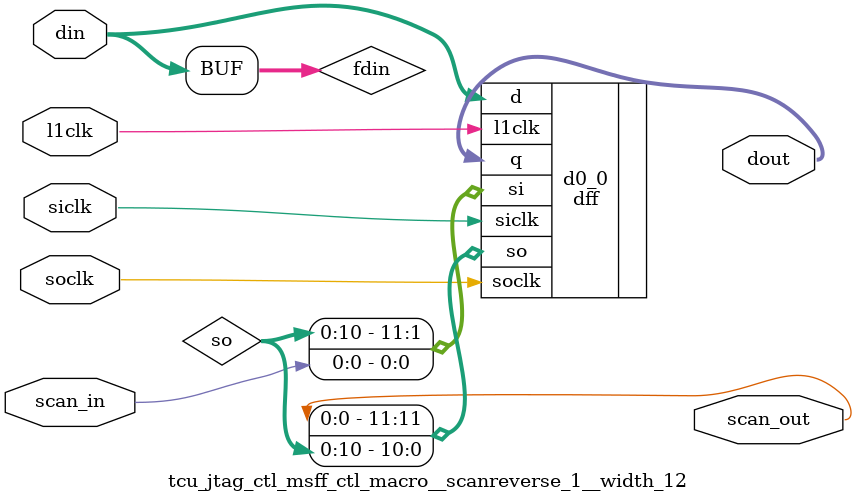
<source format=v>
`define CNT_ADDR_HI 14
`define CNT_ADDR_LO 12
`define IAB_ADDR_HI 11
`define IAB_ADDR_LO 9
`define DAB_ADDR_HI 8
`define DAB_ADDR_LO 6
`define EXT_ADDR_HI 5
`define EXT_ADDR_LO 3
`define AE_ADDR_HI 2
`define AE_ADDR_LO 0

`define WATCH_POINT 2'b00  
`define HARD_STOP 2'b01
`define SOFT_STOP 2'b10
`define START_COUNT 2'b11

//debug event status bit location
`define CNT 4
`define IAB 3
`define DAB 2
`define EXT 1
`define AE 0

// UCB defines, copied from Niagara iop/include/sys.h or iop.h
`define UCB_BUF_HI            11        // (2) buffer ID
`define UCB_BUF_LO            10
`define UCB_THR_HI             9        // (6) cpu/thread ID
`define UCB_THR_LO             4
`define UCB_DATA_HI          127        // (64) data
`define UCB_DATA_LO           64
`define UCB_PKT_HI             3        // (4) packet type
`define UCB_PKT_LO             0
`define UCB_READ_ACK         4'b0001
`define UCB_READ_REQ         4'b0100    // req types
`define UCB_WRITE_ACK        4'b0010
`define UCB_WRITE_REQ        4'b0101
`define UCB_SIZE_HI           14        // (3) request size
`define UCB_SIZE_LO           12
`define UCB_BID_TAP          2'b01
`define UCB_ADDR_HI           54        // (40) bit address
`define UCB_ADDR_LO           15
`define PCX_SZ_8B    3'b011  // encoding for 8B access

// MBIST Defines
`define NUM_TOTAL_MBIST_M1			47
`define NUM_TOTAL_MBIST				48

`define NUM_TOTAL_LBIST				8
`define NUM_TOTAL_LBIST_M1			7

`define MBIST_IDLE       4'd0
`define POR_CLR_DF       4'd1
`define POR_START        4'd2
`define POR_CLR_START    4'd3
`define POR_END_WAIT     4'd4
`define WMR_DUMMY        4'd5
`define WMR_CLR_DF       4'd6
`define WMR_START        4'd7
`define WMR_CLR_START    4'd8
`define WMR_END_WAIT     4'd9
`define BISX_CLR_DF      4'd10
`define BISX_START       4'd11
`define BISX_CLR_START   4'd12





//*****************************
// JTAG TAP state machine
// - tap states (tap_state[3:0]) mapped to common industry usage
//*****************************
`define TAP_RESET       4'hF 
`define TAP_CAP_IR      4'hE
`define TAP_UPDATE_IR   4'hD
`define TAP_RTI         4'hC
`define TAP_PAUSE_IR    4'hB
`define TAP_SHIFT_IR    4'hA
`define TAP_EXIT1_IR    4'h9
`define TAP_EXIT2_IR    4'h8
`define TAP_SEL_DR      4'h7
`define TAP_CAP_DR      4'h6
`define TAP_UPDATE_DR   4'h5
`define TAP_SEL_IR      4'h4
`define TAP_PAUSE_DR    4'h3
`define TAP_SHIFT_DR    4'h2
`define TAP_EXIT1_DR    4'h1
`define TAP_EXIT2_DR    4'h0

//*****************************
// JTAG IDCODE - bits 27:1 need to be UPDATED
//   31:28 = jtag_id[3:0]           Version     = 4 bits   
//   27:12 = 0bxxxx_xxxx_xxxx_xxxx  Part Number = 16 bits 
//   11:1  = 0b000_0011_1110        Manuf. Id.  = 11 bits; Sun=0x03e
//      0  = 1'b1           lsb is constant one = 1 bit
//*****************************
`define PART_ID        16'h2aaa
`define MANUF_ID       11'h3e

//*****************************
// JTAG Instruction Opcodes
//*****************************

`define TAP_EXTEST            8'h00
`define TAP_BYPASS            8'hff
`define TAP_IDCODE            8'h01
`define TAP_SAMPLE_PRELOAD    8'h02
`define TAP_HIGHZ             8'h03
`define TAP_CLAMP             8'h04
`define TAP_EXTEST_PULSE      8'h05
`define TAP_EXTEST_TRAIN      8'h06

`define TAP_CREG_ADDR         8'h08
`define TAP_CREG_WDATA        8'h09
`define TAP_CREG_RDATA        8'h0a
`define TAP_CREG_SCRATCH      8'h0b
`define TAP_NCU_WR            8'h0c
`define TAP_NCU_RD            8'h0d
`define TAP_NCU_WADDR         8'h0e
`define TAP_NCU_WDATA         8'h0f
`define TAP_NCU_RADDR         8'h10

`define TAP_SERSCAN           8'h80
`define TAP_CHAINSEL          8'h81
`define TAP_MT_ACCESS         8'h82
`define TAP_MT_CLEAR          8'h83
`define TAP_MT_SCAN           8'h84

`define TAP_TP_ACCESS         8'h88
`define TAP_TP_CLEAR          8'h89

`define TAP_FUSE_READ         8'h28
`define TAP_FUSE_BYPASS_DATA  8'h29
`define TAP_FUSE_BYPASS       8'h2a
`define TAP_FUSE_ROW_ADDR     8'h2b
`define TAP_FUSE_COL_ADDR     8'h2c
`define TAP_FUSE_READ_MODE    8'h2d
`define TAP_FUSE_DEST_SAMPLE  8'h2e
`define TAP_FUSE_RVCLR        8'h2f

`define TAP_MBIST_CLKSTPEN    8'h13
`define TAP_MBIST_BYPASS      8'h14
`define TAP_MBIST_MODE        8'h15
`define TAP_MBIST_START       8'h16
`define TAP_MBIST_RESULT      8'h18
`define TAP_MBIST_DIAG        8'h19
`define TAP_MBIST_GETDONE     8'h1a
`define TAP_MBIST_GETFAIL     8'h1b
`define TAP_DMO_ACCESS        8'h1c
`define TAP_DMO_CLEAR         8'h1d
`define TAP_DMO_CONFIG        8'h1e
`define TAP_MBIST_ABORT       8'h1f

`define TAP_SPC_SHSCAN        5'b00110
`define TAP_SPCTHR0_SHSCAN    8'h30
`define TAP_SPCTHR1_SHSCAN    8'h31
`define TAP_SPCTHR2_SHSCAN    8'h32
`define TAP_SPCTHR3_SHSCAN    8'h33
`define TAP_SPCTHR4_SHSCAN    8'h34
`define TAP_SPCTHR5_SHSCAN    8'h35
`define TAP_SPCTHR6_SHSCAN    8'h36
`define TAP_SPCTHR7_SHSCAN    8'h37
`define TAP_L2T_SHSCAN        8'h38

`define TAP_CLOCK_SSTOP       8'h40
`define TAP_CLOCK_HSTOP       8'h41
`define TAP_CLOCK_START       8'h42
`define TAP_CLOCK_DOMAIN      8'h43
`define TAP_CLOCK_STATUS      8'h44
`define TAP_CLKSTP_DELAY      8'h45
`define TAP_CORE_SELECT       8'h46

`define TAP_DE_COUNT          8'h48
`define TAP_CYCLE_COUNT       8'h49
`define TAP_TCU_DCR           8'h4A
`define TAP_CORE_RUN_STATUS   8'h4C
`define TAP_DOSS_ENABLE       8'h4D
`define TAP_DOSS_MODE         8'h4E
`define TAP_SS_REQUEST        8'h4F

`define TAP_DOSS_STATUS       8'h50
`define TAP_CS_MODE           8'h51
`define TAP_CS_STATUS         8'h52

`define TAP_L2_ADDR           8'h58
`define TAP_L2_WRDATA         8'h59
`define TAP_L2_WR             8'h5A
`define TAP_L2_RD             8'h5B

`define TAP_LBIST_START       8'h60
`define TAP_LBIST_BYPASS      8'h61
`define TAP_LBIST_MODE        8'h62
`define TAP_LBIST_ACCESS      8'h63
`define TAP_LBIST_GETDONE     8'h64
`define TAP_LBIST_ABORT       8'h65

`define TAP_STCI_ACCESS       8'h90
`define TAP_STCI_CLEAR        8'h91

`define TAP_JTPOR_ACCESS      8'hA0
`define TAP_JTPOR_CLEAR       8'hA1
`define TAP_JTPOR_STATUS      8'hA2
`define TAP_SCKBYP_ACCESS     8'hA3
`define TAP_SCKBYP_CLEAR      8'hA4




module tcu_jtag_ctl (
  io_tdi, 
  io_tms, 
  io_trst_l, 
  io_tck, 
  io_tck_l, 
  tcu_tdo, 
  tcu_tdo_en, 
  io_test_mode, 
  io_scan_en, 
  jtag_ser_scan_q, 
  sel_chain, 
  chain_select, 
  ser_scan_out, 
  jt_scan_in, 
  tck_clk_tree, 
  instr_mt_scan_rti, 
  jtag_id, 
  scan_in, 
  scan_out, 
  tcu_jtag_aclk, 
  tcu_int_bclk, 
  tcu_jtag_se, 
  tap_spc0_shscan_scan_out, 
  spc7_tap_shscan_scan_in, 
  tcu_spc_shscan_aclk, 
  tcu_spc_shscan_bclk, 
  tcu_spc_shscan_scan_en, 
  jtag_spc_shscan_pce_ov, 
  jtag_spc0_shscan_clk_stop, 
  jtag_spc1_shscan_clk_stop, 
  jtag_spc2_shscan_clk_stop, 
  jtag_spc3_shscan_clk_stop, 
  jtag_spc4_shscan_clk_stop, 
  jtag_spc5_shscan_clk_stop, 
  jtag_spc6_shscan_clk_stop, 
  jtag_spc7_shscan_clk_stop, 
  jtag_spc_shscanid, 
  tcu_l2t_shscan_aclk, 
  tcu_l2t_shscan_bclk, 
  tcu_l2t_shscan_scan_en, 
  jtag_l2t_shscan_pce_ov, 
  jtag_l2t0_shscan_clk_stop, 
  jtag_l2t1_shscan_clk_stop, 
  jtag_l2t2_shscan_clk_stop, 
  jtag_l2t3_shscan_clk_stop, 
  jtag_l2t4_shscan_clk_stop, 
  jtag_l2t5_shscan_clk_stop, 
  jtag_l2t6_shscan_clk_stop, 
  jtag_l2t7_shscan_clk_stop, 
  l2t7_tcu_shscan_scan_out, 
  spc0_clk_stop, 
  spc1_clk_stop, 
  spc2_clk_stop, 
  spc3_clk_stop, 
  spc4_clk_stop, 
  spc5_clk_stop, 
  spc6_clk_stop, 
  spc7_clk_stop, 
  l2t0_clk_stop, 
  l2t1_clk_stop, 
  l2t2_clk_stop, 
  l2t3_clk_stop, 
  l2t4_clk_stop, 
  l2t5_clk_stop, 
  l2t6_clk_stop, 
  l2t7_clk_stop, 
  tcu_efu_rowaddr, 
  tcu_efu_coladdr, 
  tcu_efu_read_en, 
  tcu_efu_read_mode, 
  jtag_efu_clear_instr, 
  jtag_efu_rvclr, 
  tcu_efu_fuse_bypass, 
  tcu_efu_dest_sample, 
  tcu_efu_data_in, 
  tcu_efu_updatedr, 
  tcu_efu_shiftdr, 
  tcu_efu_capturedr, 
  efu_tcu_data_out, 
  chop_aclk, 
  chop_bclk, 
  jt_scan_en, 
  jt_scan_aclk, 
  jt_scan_bclk, 
  mio_tcu_bs_scan_out, 
  tcu_mio_bs_scan_in, 
  tcu_mio_bs_scan_en, 
  tcu_mio_bs_clk, 
  tcu_mio_bs_aclk, 
  tcu_mio_bs_bclk, 
  tcu_mio_bs_uclk, 
  tcu_mio_bs_mode_ctl, 
  tcu_mio_bs_highz_l, 
  tcu_stciclk, 
  tcu_stcicfg, 
  tcu_stcid, 
  tcu_mio_stciq, 
  mio_tcu_stciclk, 
  mio_tcu_stcicfg, 
  mio_tcu_stcid, 
  stciq_tcu, 
  sbs_tcu_scan_out, 
  jtag_sbs_scan_in, 
  tcu_sbs_acmode, 
  tcu_sbs_actestsignal, 
  tcu_sbs_enbspt, 
  tcu_sbs_bsinitclk, 
  tcu_sbs_scan_en, 
  tcu_sbs_clk, 
  tcu_sbs_aclk, 
  tcu_sbs_bclk, 
  tcu_sbs_uclk, 
  tcu_sbs_enbstx, 
  tcu_sbs_enbsrx, 
  lb_tcu_done_d, 
  tcu_spc_lbist_pgm, 
  spc0_tcu_lbist_scan_out, 
  spc1_tcu_lbist_scan_out, 
  spc2_tcu_lbist_scan_out, 
  spc3_tcu_lbist_scan_out, 
  spc4_tcu_lbist_scan_out, 
  spc5_tcu_lbist_scan_out, 
  spc6_tcu_lbist_scan_out, 
  spc7_tcu_lbist_scan_out, 
  mbist_clkstpen, 
  mbist_done, 
  mbist_fail, 
  mbist_done_fail, 
  jtag_csr_addr, 
  jtag_csr_wr, 
  spc0_mb_scan_in, 
  tap_spc0_mb_scan_out, 
  tap_spc0_mb_aclk, 
  tap_spc0_mb_bclk, 
  tap_spc0_mb_scan_en, 
  tap_spc0_mb_clk_stop, 
  spc1_mb_scan_in, 
  tap_spc1_mb_scan_out, 
  tap_spc1_mb_aclk, 
  tap_spc1_mb_bclk, 
  tap_spc1_mb_scan_en, 
  tap_spc1_mb_clk_stop, 
  spc2_mb_scan_in, 
  tap_spc2_mb_scan_out, 
  tap_spc2_mb_aclk, 
  tap_spc2_mb_bclk, 
  tap_spc2_mb_scan_en, 
  tap_spc2_mb_clk_stop, 
  spc3_mb_scan_in, 
  tap_spc3_mb_scan_out, 
  tap_spc3_mb_aclk, 
  tap_spc3_mb_bclk, 
  tap_spc3_mb_scan_en, 
  tap_spc3_mb_clk_stop, 
  spc4_mb_scan_in, 
  tap_spc4_mb_scan_out, 
  tap_spc4_mb_aclk, 
  tap_spc4_mb_bclk, 
  tap_spc4_mb_scan_en, 
  tap_spc4_mb_clk_stop, 
  spc5_mb_scan_in, 
  tap_spc5_mb_scan_out, 
  tap_spc5_mb_aclk, 
  tap_spc5_mb_bclk, 
  tap_spc5_mb_scan_en, 
  tap_spc5_mb_clk_stop, 
  spc6_mb_scan_in, 
  tap_spc6_mb_scan_out, 
  tap_spc6_mb_aclk, 
  tap_spc6_mb_bclk, 
  tap_spc6_mb_scan_en, 
  tap_spc6_mb_clk_stop, 
  spc7_mb_scan_in, 
  tap_spc7_mb_scan_out, 
  tap_spc7_mb_aclk, 
  tap_spc7_mb_bclk, 
  tap_spc7_mb_scan_en, 
  tap_spc7_mb_clk_stop, 
  sii_tcu_mbist_scan_out, 
  sio_tcu_mbist_scan_out, 
  ncu_tcu_mbist_scan_out, 
  mcu0_tcu_mbist_scan_out, 
  mcu1_tcu_mbist_scan_out, 
  mcu2_tcu_mbist_scan_out, 
  mcu3_tcu_mbist_scan_out, 
  l2b0_tcu_mbist_scan_out, 
  l2b1_tcu_mbist_scan_out, 
  l2b2_tcu_mbist_scan_out, 
  l2b3_tcu_mbist_scan_out, 
  l2b4_tcu_mbist_scan_out, 
  l2b5_tcu_mbist_scan_out, 
  l2b6_tcu_mbist_scan_out, 
  l2b7_tcu_mbist_scan_out, 
  l2t0_tcu_mbist_scan_out, 
  l2t1_tcu_mbist_scan_out, 
  l2t2_tcu_mbist_scan_out, 
  l2t3_tcu_mbist_scan_out, 
  l2t4_tcu_mbist_scan_out, 
  l2t5_tcu_mbist_scan_out, 
  l2t6_tcu_mbist_scan_out, 
  l2t7_tcu_mbist_scan_out, 
  dmu_tcu_mbist_scan_out, 
  peu_tcu_mbist_scan_out, 
  rdp_rdmc_mbist_scan_out, 
  rtx_mbist_scan_out, 
  tds_mbist_scan_out, 
  instr_mbist_diag, 
  soc_mbist_aclk, 
  soc_mbist_bclk, 
  soc_mbist_scan_en, 
  soc0_mbist_clk_stop, 
  mcu0_mbist_clk_stop, 
  mcu1_mbist_clk_stop, 
  mcu2_mbist_clk_stop, 
  mcu3_mbist_clk_stop, 
  l2b0_mbist_clk_stop, 
  l2b1_mbist_clk_stop, 
  l2b2_mbist_clk_stop, 
  l2b3_mbist_clk_stop, 
  l2b4_mbist_clk_stop, 
  l2b5_mbist_clk_stop, 
  l2b6_mbist_clk_stop, 
  l2b7_mbist_clk_stop, 
  l2t0_mbist_clk_stop, 
  l2t1_mbist_clk_stop, 
  l2t2_mbist_clk_stop, 
  l2t3_mbist_clk_stop, 
  l2t4_mbist_clk_stop, 
  l2t5_mbist_clk_stop, 
  l2t6_mbist_clk_stop, 
  l2t7_mbist_clk_stop, 
  dmu_mbist_clk_stop, 
  peu_mbist_clk_stop, 
  rdp_mbist_clk_stop, 
  rtx_mbist_clk_stop, 
  tds_mbist_clk_stop, 
  jtag_creg_addr, 
  jtag_creg_data, 
  jtag_creg_rd_en, 
  jtag_creg_wr_en, 
  jtag_creg_addr_en, 
  jtag_creg_data_en, 
  ucb_csr_wr, 
  ucb_csr_addr, 
  ucb_data_out, 
  ucb_jtag_data_rdy, 
  jtag_ucb_data_ack, 
  jtag_csr_data, 
  l2access, 
  l2data_upd, 
  l2addr_upd, 
  l2rti, 
  instr_l2_wr, 
  instr_l2_rd, 
  l2rddata, 
  l2_read_vld, 
  tcu_jtag_flush_req, 
  tcu_jtag_flush_dly_req, 
  jtag_clock_start, 
  instr_sstop_csmode, 
  jtag_clk_stop_req, 
  clock_domain_upd, 
  clock_domain, 
  debug_reg_hard_stop_domain_1st, 
  csdel_data, 
  jtag_upd_cntdly, 
  jtag_cntdly_data, 
  clkseq_stop, 
  clkseq_strt, 
  spc_crs, 
  spc_ss_sel, 
  core_sel, 
  core_sel_upd, 
  de_count, 
  decnt_data, 
  decnt_upd, 
  cycle_count, 
  cyc_count, 
  cyc_count_upd, 
  tcu_dcr, 
  tcudcr_data, 
  tcudcr_upd, 
  doss_enab, 
  dossen, 
  dossen_upd, 
  dossmode, 
  dossmode_upd, 
  doss_mode, 
  ssreq_upd, 
  doss_stat, 
  csmode, 
  csmode_upd, 
  cs_mode, 
  cs_mode_active, 
  dmo_cfg, 
  jtag_dmo_control, 
  jtag_dmo_control_upd, 
  jtag_dmo_enable, 
  jtag_por_status, 
  jtag_por_enable, 
  jtag_sck_byp, 
  jtag_test_protect, 
  jtag_mt_enable);
wire tck_l;
wire pin_scanmode;
wire pin_scan_en;
wire l1en;
wire pce_ov;
wire stop;
wire se;
wire siclk;
wire soclk;
wire l1tck;
wire ucb_jtag_data_rdy_sync_reg_scanin;
wire ucb_jtag_data_rdy_sync_reg_scanout;
wire ucb_jtag_data_rdy_sync;
wire flush;
wire flush_dly;
wire jtag_dr_tdo;
wire [31:0] new_idcode;
wire instr_idcode;
wire [5:0] selchain;
wire instr_chainsel;
wire [6:0] new_rvclr;
wire instr_rvclr;
wire [47:0] new_mbibypass;
wire instr_mbist_bypass;
wire [47:0] mbist_get_done_fail;
wire instr_mbist66;
wire [1:0] mbist_result;
wire instr_mbist_result;
wire [3:0] mbist_mode;
wire instr_mbist_mode;
wire [7:0] new_lbist_bypass;
wire instr_lbist_bypass;
wire [7:0] lbist_done;
wire instr_lbist_getdone;
wire [1:0] lbist_mode;
wire instr_lbist_mode;
wire [39:0] creg_addr;
wire creg_addr_instr;
wire [63:0] creg_wdata;
wire creg_wdata_instr;
wire creg_rdrtrn_out;
wire instr_creg_rdata;
wire [31:0] new_gen32;
wire instr_gen32;
wire [63:0] new_gen64;
wire instr_gen64;
wire [6:0] clkstopdly;
wire instr_clkstopdly;
wire [1:0] clkseqstat;
wire instr_clkseq_stat;
wire [7:0] coresel;
wire instr_core_sel;
wire [3:0] tcudcr;
wire instr_tcu_dcr;
wire instr_doss_mode;
wire [7:0] dossstat;
wire instr_doss_status;
wire instr_cs_mode;
wire csstat;
wire instr_cs_status;
wire jtporstat;
wire instr_jtpor_status;
wire stciq_tdo;
wire stci_val_instr;
wire [47:0] dmocfg;
wire instr_dmo_config;
wire tap_tdo;
wire tap_tdo_en;
wire ext_dr_tdo;
wire bs_instr;
wire jtag_ser_scan;
wire fuse_dout;
wire fuse_instr;
wire mbist_scan_out;
wire spcshscan_scan_out;
wire instr_spc_shscan;
wire l2tshscan_scan_out;
wire instr_l2t_shscan;
wire ext_jtag_instr;
wire scan_instr;
wire ext_jtag_ll_reg_scanin;
wire ext_jtag_ll_reg_scanout_unused;
wire next_fuse_dout;
wire [2:0] new_fusemode;
wire instr_fuse_read_mode;
wire [6:0] new_fuserowaddr;
wire instr_fuse_row_addr;
wire [4:0] new_fusecoladdr;
wire instr_fuse_col_addr;
wire instr_fuse_read;
wire instr_fuse_dest_sample;
wire instr_fuse_bypass_data;
wire bypass_sel;
wire [3:0] tap_state;
wire [7:0] instr;
wire capture_dr_state;
wire shift_dr_state;
wire update_dr_state;
wire update_ireg_unused;
wire tlr_state;
wire tap_scan_in;
wire tap_scan_out;
wire instr_highz;
wire instr_clamp;
wire instr_bypass;
wire instr_extest;
wire instr_sample_pl;
wire instr_extest_pulse;
wire instr_extest_train;
wire instr_ser_scan;
wire instr_mt_scan;
wire instr_fuse_bypass;
wire instr_mbist_clkstpen;
wire instr_mbist_getdone;
wire instr_mbist_getfail;
wire instr_mbist_start;
wire instr_mbist_abort;
wire instr_lbist_start;
wire instr_lbist_access;
wire instr_lbist_abort;
wire instr_creg_addr;
wire instr_creg_wdata;
wire instr_ncu_wr;
wire instr_ncu_rd;
wire instr_ncu_waddr;
wire instr_ncu_wdata;
wire instr_ncu_raddr;
wire instr_clock_sstop;
wire instr_clock_hstop;
wire instr_clock_start;
wire instr_clock_domain;
wire instr_l2_addr;
wire instr_l2_wrdata;
wire instr_de_count;
wire instr_cycle_count;
wire instr_core_run_stat;
wire instr_doss_enable;
wire instr_ss_request;
wire instr_stci_access;
wire instr_jtpor_access;
wire instr_jtpor_clear;
wire instr_sckbyp_access;
wire instr_sckbyp_clear;
wire instr_mt_access;
wire instr_mt_clear;
wire instr_stci_clear;
wire instr_dmo_access;
wire instr_dmo_clear;
wire instr_tp_access;
wire instr_tp_clear;
wire ucb_jtag_sel_mbist_mode;
wire ucb_jtag_sel_mbist_bypass;
wire ucb_jtag_sel_mbist_abort;
wire ucb_jtag_sel_lbist_mode;
wire ucb_jtag_sel_lbist_bypass;
wire ucb_wr_mbist_mode;
wire ucb_wr_mbist_bypass;
wire ucb_wr_mbist_abort;
wire ucb_wr_lbist_mode;
wire ucb_wr_lbist_bypass;
wire jtag_csr_wr_din;
wire upd_ir_state;
wire jtag_csr_wr_reg_scanin;
wire jtag_csr_wr_reg_scanout;
wire jtag_csr_data_reg_scanin;
wire jtag_csr_data_reg_scanout;
wire clock_chop_aclk;
wire clock_chop_bclk;
wire pre_tcu_sbs_enbstx;
wire pre_tcu_sbs_enbsrx;
wire pre_tcu_sbs_acmode;
wire actest_out;
wire pre_tcu_sbs_enbspt;
wire tck_bsinitclk;
wire tck_l_bsinitclk;
wire bs_scan_en;
wire bs_clk;
wire bs_aclk;
wire bs_bclk;
wire bs_uclk;
wire bs_actest_reg_scanout_unused;
wire actest_in;
wire rti_state;
wire actest_toggle;
wire actest_gen;
wire ex_state;
wire ex1_dr_state;
wire ex2_dr_state;
wire extest_active;
wire pre_tcu_mio_bs_mode_ctl;
wire bs_mode_ctl;
wire pre_tcu_mio_bs_highz_l;
wire bs_aclk_en;
wire bs_bclk_en;
wire bs_scan_en_pre;
wire bs_scan_enne_reg_scanin;
wire bs_scan_enne_reg_scanout_unused;
wire bs_scan_en_ne;
wire bs_scan_enpe_reg_scanin;
wire bs_scan_enpe_reg_scanout;
wire bs_scan_en_pe;
wire soclk_buf;
wire soclk_l;
wire bs_update;
wire tap_idcode_reg_scanin;
wire tap_idcode_reg_scanout;
wire [31:0] next_idcode;
wire [31:0] idcode_data;
wire tap_chainsel_reg_scanin;
wire tap_chainsel_reg_scanout;
wire [5:0] next_selchain;
wire tap_fusemode_shift_reg_scanin;
wire tap_fusemode_shift_reg_scanout;
wire [2:0] next_new_fusemode;
wire [2:0] fusemode;
wire tap_fusemode_upd_reg_scanin;
wire tap_fusemode_upd_reg_scanout_unused;
wire [2:0] next_fusemode;
wire tap_fuserowaddr_shift_reg_scanin;
wire tap_fuserowaddr_shift_reg_scanout;
wire [6:0] next_new_fuserowaddr;
wire [6:0] fuserowaddr;
wire tap_fuserowaddr_upd_reg_scanin;
wire tap_fuserowaddr_upd_reg_scanout_unused;
wire [6:0] next_fuserowaddr;
wire tap_fusecoladdr_shift_reg_scanin;
wire tap_fusecoladdr_shift_reg_scanout;
wire [4:0] next_new_fusecoladdr;
wire [4:0] fusecoladdr;
wire tap_fusecoladdr_upd_reg_scanin;
wire tap_fusecoladdr_upd_reg_scanout_unused;
wire [4:0] next_fusecoladdr;
wire tap_fusereaden_reg_scanin;
wire tap_fusereaden_reg_scanout;
wire next_fusereaden;
wire new_fusereaden;
wire tap_fusedestsample_reg_scanin;
wire tap_fusedestsample_reg_scanout;
wire next_fusedestsample;
wire new_fusedestsample;
wire tap_fusebypass_reg_scanin;
wire tap_fusebypass_reg_scanout;
wire next_fusebypass;
wire new_fusebypass;
wire fuse_capshft;
wire tap_rvclr_shift_reg_scanin;
wire tap_rvclr_shift_reg_scanout;
wire [6:0] next_new_rvclr;
wire [6:0] rvclr;
wire tap_rvclr_upd_reg_scanin;
wire tap_rvclr_upd_reg_scanout;
wire [6:0] next_rvclr;
wire efu_clear_upd;
wire tap_mbibypass_shift_reg_scanin;
wire tap_mbibypass_shift_reg_scanout;
wire [47:0] mbibypass;
wire tap_mbibypass_upd_reg_scanin;
wire tap_mbibypass_upd_reg_scanout;
wire tap_mbist_get_done_fail_shift_reg_scanin;
wire tap_mbist_get_done_fail_shift_reg_scanout;
wire [47:0] next_mbist_get_done_fail;
wire tap_mbist_result_reg_scanin;
wire tap_mbist_result_reg_scanout;
wire tap_mbist_mode_reg_scanin;
wire tap_mbist_mode_reg_scanout;
wire [3:0] next_mbist_mode;
wire tap_mbist_clkstpen_reg_scanin;
wire tap_mbist_clkstpen_reg_scanout;
wire clkstpen_clear;
wire mbist_cyc_count_en;
wire mbist_clkstpen_q;
wire mbi_shiftdr;
wire mbi_a_scan_en_reg_scanin;
wire mbi_a_scan_en_reg_scanout_unused;
wire mbi_a_scan_en_q;
wire mbi_a_scan_en;
wire mbi_b_scan_en_reg_scanin;
wire mbi_b_scan_en_reg_scanout;
wire mbi_b_scan_en_q;
wire mbi_b_scan_en;
wire mbi_scan_en;
wire pause_dr_state;
wire soclk_off;
wire mbi_spc0;
wire spc0_mb_aclk;
wire spc0_mb_bclk;
wire spc0_mb_scan_en;
wire spc0_mb_clk_stop;
wire [7:0] spc_lb_aclk;
wire [7:0] spc_lb_bclk;
wire [7:0] spc_lb_scan_en;
wire tap_spc0_mb_clk_stop_din;
wire [7:0] spc_lb_clk_stop;
wire mbi_spc1;
wire spc1_mb_aclk;
wire spc1_mb_bclk;
wire spc1_mb_scan_en;
wire spc1_mb_clk_stop;
wire tap_spc1_mb_clk_stop_din;
wire mbi_spc2;
wire spc2_mb_aclk;
wire spc2_mb_bclk;
wire spc2_mb_scan_en;
wire spc2_mb_clk_stop;
wire tap_spc2_mb_clk_stop_din;
wire mbi_spc3;
wire spc3_mb_aclk;
wire spc3_mb_bclk;
wire spc3_mb_scan_en;
wire spc3_mb_clk_stop;
wire tap_spc3_mb_clk_stop_din;
wire mbi_spc4;
wire spc4_mb_aclk;
wire spc4_mb_bclk;
wire spc4_mb_scan_en;
wire spc4_mb_clk_stop;
wire tap_spc4_mb_clk_stop_din;
wire mbi_spc5;
wire spc5_mb_aclk;
wire spc5_mb_bclk;
wire spc5_mb_scan_en;
wire spc5_mb_clk_stop;
wire tap_spc5_mb_clk_stop_din;
wire mbi_spc6;
wire spc6_mb_aclk;
wire spc6_mb_bclk;
wire spc6_mb_scan_en;
wire spc6_mb_clk_stop;
wire tap_spc6_mb_clk_stop_din;
wire mbi_spc7;
wire spc7_mb_aclk;
wire spc7_mb_bclk;
wire spc7_mb_scan_en;
wire spc7_mb_clk_stop;
wire tap_spc7_mb_clk_stop_din;
wire mbist_sii;
wire mbist_sio;
wire mbist_ncu;
wire mbist_mcu0;
wire mbist_mcu1;
wire mbist_mcu2;
wire mbist_mcu3;
wire mbist_l2b0;
wire mbist_l2b1;
wire mbist_l2b2;
wire mbist_l2b3;
wire mbist_l2b4;
wire mbist_l2b5;
wire mbist_l2b6;
wire mbist_l2b7;
wire mbist_l2t0;
wire mbist_l2t1;
wire mbist_l2t2;
wire mbist_l2t3;
wire mbist_l2t4;
wire mbist_l2t5;
wire mbist_l2t6;
wire mbist_l2t7;
wire mbist_dmu;
wire mbist_peu;
wire mbist_tds_tdmc;
wire mbist_rtx;
wire mbist_rdp_rdmc;
wire mbist_sii_n;
wire mbist_sio_n;
wire mbist_ncu_n;
wire mbist_mcu0_n;
wire mbist_mcu1_n;
wire mbist_mcu2_n;
wire mbist_mcu3_n;
wire mbist_l2b0_n;
wire mbist_l2b1_n;
wire mbist_l2b2_n;
wire mbist_l2b3_n;
wire mbist_l2b4_n;
wire mbist_l2b5_n;
wire mbist_l2b6_n;
wire mbist_l2b7_n;
wire mbist_l2t0_n;
wire mbist_l2t1_n;
wire mbist_l2t2_n;
wire mbist_l2t3_n;
wire mbist_l2t4_n;
wire mbist_l2t5_n;
wire mbist_l2t6_n;
wire mbist_l2t7_n;
wire mbist_dmu_n;
wire mbist_peu_n;
wire mbist_tds_tdmc_n;
wire mbist_rtx_n;
wire mbist_rdp_rdmc_n;
wire soc0_mbist_clk_stop_din;
wire mcu0_mbist_clk_stop_din;
wire mcu1_mbist_clk_stop_din;
wire mcu2_mbist_clk_stop_din;
wire mcu3_mbist_clk_stop_din;
wire l2b0_mbist_clk_stop_din;
wire l2b1_mbist_clk_stop_din;
wire l2b2_mbist_clk_stop_din;
wire l2b3_mbist_clk_stop_din;
wire l2b4_mbist_clk_stop_din;
wire l2b5_mbist_clk_stop_din;
wire l2b6_mbist_clk_stop_din;
wire l2b7_mbist_clk_stop_din;
wire l2t0_mbist_clk_stop_din;
wire l2t1_mbist_clk_stop_din;
wire l2t2_mbist_clk_stop_din;
wire l2t3_mbist_clk_stop_din;
wire l2t4_mbist_clk_stop_din;
wire l2t5_mbist_clk_stop_din;
wire l2t6_mbist_clk_stop_din;
wire l2t7_mbist_clk_stop_din;
wire dmu_mbist_clk_stop_din;
wire peu_mbist_clk_stop_din;
wire rdp_mbist_clk_stop_din;
wire rtx_mbist_clk_stop_din;
wire tds_mbist_clk_stop_din;
wire [7:0] lbist_spc;
wire [36:0] jtag_output_flops_din;
wire jtag_dmo_enable_din;
wire jtag_mt_enable_din;
wire jtag_por_enable_din;
wire jtag_output_flops_reg_scanin;
wire jtag_output_flops_reg_scanout;
wire [36:0] jtag_output_flops;
wire tstmode_not_tlr;
wire tap_lbist_bypass_shift_reg_scanin;
wire tap_lbist_bypass_shift_reg_scanout;
wire [7:0] next_new_lbist_bypass;
wire [7:0] lbist_bypass;
wire tap_lbist_bypass_upd_reg_scanin;
wire tap_lbist_bypass_upd_reg_scanout;
wire [7:0] next_lbist_bypass;
wire [7:0] lbist_bypass_q;
wire tap_lbist_mode_reg_scanin;
wire tap_lbist_mode_reg_scanout;
wire [1:0] next_lbist_mode;
wire tap_lbist_done_reg_scanin;
wire tap_lbist_done_reg_scanout;
wire [7:0] next_lbist_done;
wire tap_lbist_start_reg_scanin;
wire tap_lbist_start_reg_scanout;
wire next_lbist_start;
wire lbist_start_q;
wire lbist_start;
wire lbist_shiftdr;
wire tap_lbist_a_scan_en_reg_scanin;
wire tap_lbist_a_scan_en_reg_scanout_unused;
wire lbist_a_scan_en_q;
wire lbist_a_scan_en;
wire tap_lbist_b_scan_en_reg_scanin;
wire tap_lbist_b_scan_en_reg_scanout;
wire lbist_b_scan_en_q;
wire lbist_b_scan_en;
wire [7:0] lbist_scan_en_8;
wire [7:0] lbist_a_scan_en_8;
wire [7:0] lbist_b_scan_en_8;
wire [7:0] lbist_b_scan_en_q_8;
wire [7:0] clock_chop_aclk_8;
wire [7:0] clock_chop_bclk_8;
wire [7:0] soclk_off_8;
wire [7:0] instr_lbist_access_8;
wire next_jtag_creg_addr_en;
wire next_jtag_creg_wr_en;
wire next_jtag_creg_rd_en;
wire next_jtag_creg_data_en;
wire tap_cregaddr_shift_reg_scanin;
wire tap_cregaddr_shift_reg_scanout;
wire [39:0] next_creg_addr;
wire tap_cregwdata_reg_scanin;
wire tap_cregwdata_reg_scanout;
wire [63:0] next_creg_wdata;
wire creg_rdrtrn_load;
wire ucb_jtag_data_rdy_d2;
wire creg_rdrtrn_load_d1;
wire creg_rdrtrn_shift;
wire creg_rdrtrn_vld;
wire tap_cregrdrtrn_reg_scanin;
wire tap_cregrdrtrn_reg_scanout;
wire [64:0] next_creg_rdrtrn;
wire [64:0] creg_rdrtrn;
wire clear_creg_rdrtrn_vld;
wire instr_ncu_rd_d1;
wire instr_ncu_raddr_d1;
wire next_creg_rdrtrn_vld;
wire tap_cregaddren_reg_scanin;
wire tap_cregaddren_reg_scanout;
wire jtag_creg_addr_en_q;
wire tap_cregwren_reg_scanin;
wire tap_cregwren_reg_scanout;
wire jtag_creg_wr_en_q;
wire tap_cregrden_reg_scanin;
wire tap_cregrden_reg_scanout;
wire jtag_creg_rd_en_q;
wire tap_cregdataen_reg_scanin;
wire tap_cregdataen_reg_scanout;
wire jtag_creg_data_en_q;
wire tap_cregrdrtrnvld_reg_scanin;
wire tap_cregrdrtrnvld_reg_scanout;
wire tap_ucb_jtag_data_rdy_d_reg_scanin;
wire tap_ucb_jtag_data_rdy_d_reg_scanout;
wire ucb_jtag_data_rdy_d;
wire tap_ucb_jtag_data_rdy_d2_reg_scanin;
wire tap_ucb_jtag_data_rdy_d2_reg_scanout;
wire tap_cregrdrtrnload_reg_scanin;
wire tap_cregrdrtrnload_reg_scanout;
wire tap_ncurd_reg_scanin;
wire tap_ncurd_reg_scanout;
wire tap_ncuraddr_reg_scanin;
wire tap_ncuraddr_reg_scanout;
wire spcshscan_shiftdr;
wire spcshscan_a_scan_en_reg_scanin;
wire spcshscan_a_scan_en_reg_scanout_unused;
wire spcshscan_a_scan_en_q;
wire spcshscan_a_scan_en;
wire spcshscan_b_scan_en_reg_scanin;
wire spcshscan_b_scan_en_reg_scanout;
wire spcshscan_b_scan_en_q;
wire spcshscan_b_scan_en;
wire spcshscan_scan_en;
wire spc_shscan_aclk;
wire spc_shscan_bclk;
wire spc_shscan_pce_ov;
wire spc_shscan_clk_stop;
wire tcu_spc_shscan_clk_stop_ps;
wire l2tshscan_shiftdr;
wire l2tshscan_a_scan_en_reg_scanin;
wire l2tshscan_a_scan_en_reg_scanout_unused;
wire l2tshscan_a_scan_en_q;
wire l2tshscan_a_scan_en;
wire l2tshscan_b_scan_en_reg_scanin;
wire l2tshscan_b_scan_en_reg_scanout;
wire l2tshscan_b_scan_en_q;
wire l2tshscan_b_scan_en;
wire l2tshscan_scan_en;
wire l2t_shscan_aclk;
wire l2t_shscan_bclk;
wire l2t_shscan_pce_ov;
wire l2t_shscan_clk_stop;
wire tcu_l2t_shscan_clk_stop_ps;
wire tap_jtagclkstop_reg_scanin;
wire tap_jtagclkstop_reg_scanout;
wire clear_jtag_clk_stop;
wire next_jtag_clk_stop;
wire jtag_clk_stop;
wire sstop_ready;
wire instr_sstop_csmode_din;
wire tap_gen32_shift_reg_scanin;
wire tap_gen32_shift_reg_scanout;
wire [31:0] next_new_gen32;
wire [23:0] debug_reg_hs_domain;
wire tap_gen64_shift_reg_scanin;
wire tap_gen64_shift_reg_scanout;
wire [63:0] next_new_gen64;
wire serscan_shiftdr;
wire serscan_a_scan_en_reg_scanin;
wire serscan_a_scan_en_reg_scanout_unused;
wire serscan_a_scan_en_q;
wire serscan_a_scan_en;
wire serscan_b_scan_en_reg_scanin;
wire serscan_b_scan_en_reg_scanout;
wire serscan_b_scan_en_q;
wire serscan_b_scan_en;
wire instr_l2access;
wire tap_l2access_shift_reg_scanin;
wire tap_l2access_shift_reg_scanout;
wire [64:0] next_l2access;
wire l2data_cap;
wire tap_clkstopdly_shift_reg_scanin;
wire tap_clkstopdly_shift_reg_scanout;
wire [6:0] next_clkstopdly;
wire csdelay_cap;
wire tap_clkseqstat_reg_scanin;
wire tap_clkseqstat_reg_scanout;
wire [1:0] next_clkseqstat;
wire [1:0] clkseq;
wire tap_coresel_shift_reg_scanin;
wire tap_coresel_shift_reg_scanout;
wire [7:0] next_coresel;
wire coresel_cap;
wire tap_tcudcr_shift_reg_scanin;
wire tap_tcudcr_shift_reg_scanout;
wire [3:0] next_tcudcr;
wire tcudcr_cap;
wire tap_dossmode_shift_reg_scanin;
wire tap_dossmode_shift_reg_scanout;
wire [1:0] next_dossmode;
wire dossmode_cap;
wire tap_dossstat_shift_reg_scanin;
wire tap_dossstat_shift_reg_scanout;
wire [7:0] next_dossstat;
wire dossstat_cap;
wire tap_csmode_shift_reg_scanin;
wire tap_csmode_shift_reg_scanout;
wire next_csmode;
wire csmode_cap;
wire tap_csstat_shift_reg_scanin;
wire tap_csstat_shift_reg_scanout;
wire next_csstat;
wire csstat_cap;
wire tap_stciaccess_reg_scanin;
wire tap_stciaccess_reg_scanout;
wire next_stciaccess;
wire stciaccess;
wire stci_acc_mode;
wire stci_shft_clk;
wire updatedr;
wire clockdr;
wire shiftdr;
wire stci_cfg0;
wire stci_cfg1;
wire tap_stcicfg1_reg_scanin;
wire tap_stcicfg1_reg_scanout;
wire stcicfg1_clear;
wire stcicfg1_en;
wire tap_shiftdr_reg_scanout_unused;
wire tap_dmoaccess_reg_scanin;
wire tap_dmoaccess_reg_scanout;
wire next_dmoaccess;
wire dmoaccess;
wire tap_dmocfg_shift_reg_scanin;
wire tap_dmocfg_shift_reg_scanout;
wire [47:0] next_dmocfg;
wire dmocfg_cap;
wire tap_mtaccess_reg_scanin;
wire tap_mtaccess_reg_scanout;
wire next_mtaccess;
wire mtaccess;
wire pin_macrotest;
wire jtag_macrotest;
wire tap_jtporaccess_reg_scanin;
wire tap_jtporaccess_reg_scanout;
wire next_jtporaccess;
wire jtporaccess;
wire tap_jtporstat_shift_reg_scanin;
wire tap_jtporstat_shift_reg_scanout;
wire next_jtporstat;
wire jtporstat_cap;
wire tap_jtsckbyp_reg_scanin;
wire tap_jtsckbyp_reg_scanout;
wire next_jtsckbyp;
wire jtsckbyp;
wire tap_tpaccess_reg_scanin;
wire tap_tpaccess_reg_scanout;
wire next_tpaccess;
wire tpaccess;
wire ex1_ir_state;
wire ex2_ir_state;
wire exit_ir;
wire next_state_updir;
wire active_upd_ir;
wire jtss_next_instr_dec;
wire [7:0] next_instr;
wire jtss_next_instr;
wire jtss_active;
wire jtss_active_window;
wire jtss_active_dly;
wire spare_flops_scanin;
wire spare_flops_scanout;
wire [11:0] spare_flops_d;
wire [11:0] spare_flops_q;
wire spare11_flop_d;
wire spare10_flop_d;
wire spare9_flop_d;
wire spare8_flop_d;
wire spare11_flop_q;
wire spare10_flop_q;
wire spare9_flop_q;
wire spare8_flop_q;
wire [7:0] spare_flops_unused;
wire flush_scanout;


   //JTAG chip interface
   input       io_tdi;
   input       io_tms;
   input       io_trst_l;
   input       io_tck;
   input       io_tck_l;
   
   output      tcu_tdo; 
   output      tcu_tdo_en;
   
   // controls for ATPG scan
   input       io_test_mode; //pin_scanmode;
   input       io_scan_en;   //pin_scan_en;
   // serial scan 
   output       jtag_ser_scan_q; // indicates serial scan mode // ECO yyyyyy
   output [4:0] sel_chain;       // selects 1 or 32 chains to scan; bypassing in TCU
   output 	chain_select;    // enables sel_chain reg.
   input 	ser_scan_out;    // from one or all 32 chains cat'd together; scan dump
   output 	jt_scan_in;      // to one or all 32 chains cat'd together; scan dump
   // JTAG Macrotest
   output 	tck_clk_tree;    // TCK during RTI, for jtag MacroTest
   output 	instr_mt_scan_rti;   // updateDR state 
   
   // id info
   input [3:0] 	jtag_id;
   // scan
   input 	scan_in;
   output 	scan_out;
   input 	tcu_jtag_aclk;
   input 	tcu_int_bclk;
   input 	tcu_jtag_se;
   
   // shadow scan interface: SHSCAN
   output 	tap_spc0_shscan_scan_out; // to core 0
   input 	spc7_tap_shscan_scan_in;    // from core 7

   output 	tcu_spc_shscan_aclk;
   output 	tcu_spc_shscan_bclk;
   output 	tcu_spc_shscan_scan_en;
   output 	jtag_spc_shscan_pce_ov;
   output 	jtag_spc0_shscan_clk_stop;
   output 	jtag_spc1_shscan_clk_stop;
   output 	jtag_spc2_shscan_clk_stop;
   output 	jtag_spc3_shscan_clk_stop;
   output 	jtag_spc4_shscan_clk_stop;
   output 	jtag_spc5_shscan_clk_stop;
   output 	jtag_spc6_shscan_clk_stop;
   output 	jtag_spc7_shscan_clk_stop;
   output [2:0] jtag_spc_shscanid;

	//================================================================================
	// 
	// Added on 20041119
	// Added L2T Shadow Scan Signals
	//================================================================================
   output 	tcu_l2t_shscan_aclk;
   output 	tcu_l2t_shscan_bclk;
   output 	tcu_l2t_shscan_scan_en;
   output 	jtag_l2t_shscan_pce_ov;
   output 	jtag_l2t0_shscan_clk_stop;
   output 	jtag_l2t1_shscan_clk_stop;
   output 	jtag_l2t2_shscan_clk_stop;
   output 	jtag_l2t3_shscan_clk_stop;
   output 	jtag_l2t4_shscan_clk_stop;
   output 	jtag_l2t5_shscan_clk_stop;
   output 	jtag_l2t6_shscan_clk_stop;
   output 	jtag_l2t7_shscan_clk_stop;

   input 	l2t7_tcu_shscan_scan_out;

   // inputs from sigmux_ctl for coordination of clock_stops, a, bclks to scan chains
   input        spc0_clk_stop;
   input        spc1_clk_stop;
   input        spc2_clk_stop;
   input        spc3_clk_stop;
   input        spc4_clk_stop;
   input        spc5_clk_stop;
   input        spc6_clk_stop;
   input        spc7_clk_stop;

	//================================================================================
	// 
	// Added on 20041119
	// Added L2T Shadow Scan Signals
	//================================================================================
   input        l2t0_clk_stop;
   input        l2t1_clk_stop;
   input        l2t2_clk_stop;
   input        l2t3_clk_stop;
   input        l2t4_clk_stop;
   input        l2t5_clk_stop;
   input        l2t6_clk_stop;
   input        l2t7_clk_stop;

   // EFuse Control Interface
   output [6:0] tcu_efu_rowaddr;     // row for read/write
   output [4:0] tcu_efu_coladdr;     // column for write
   output       tcu_efu_read_en;     // read enable, one TCK cycle 
   output [2:0] tcu_efu_read_mode;   // indicates mode
   output       jtag_efu_clear_instr; // to tcu_sigmux_ctl; indicates jtag clear active
   output [6:0] jtag_efu_rvclr;       // to tcu_sigmux_ctl; redundancy value clear ID
   output       tcu_efu_fuse_bypass; // one TCK cycle to set bypass mode
   output       tcu_efu_dest_sample; // one TCK cycle to sample data
   // EFuse Shift Interface
   output       tcu_efu_data_in;     // serial scan_in to EFU
   output       tcu_efu_updatedr;    // transfer data from TCK reg. into EFUSE register
   output       tcu_efu_shiftdr;     // shift JTAG data to TCK reg. in EFU
   output       tcu_efu_capturedr;   // transfer EFUSE reg. into TCK reg.
   input        efu_tcu_data_out;    // serial scan_out from EFU

   // JTAG Serial Scan
   input        chop_aclk;           // from tck clock chopper
   input        chop_bclk;           // from tck clock chopper
   output       jt_scan_en;
   output       jt_scan_aclk;
   output       jt_scan_bclk;
   
   // Boundary Scan
   input 	mio_tcu_bs_scan_out;   
   output 	tcu_mio_bs_scan_in;
   output 	tcu_mio_bs_scan_en;
   output 	tcu_mio_bs_clk;
   output 	tcu_mio_bs_aclk;
   output 	tcu_mio_bs_bclk;
   output 	tcu_mio_bs_uclk;  // update clock for copy latches in bscan register
   output 	tcu_mio_bs_mode_ctl;
   output 	tcu_mio_bs_highz_l;
   
   // Serdes STCI Control
   output       tcu_stciclk;      // to SerDes macro
   output [1:0] tcu_stcicfg;      // to SerDes macro
   output       tcu_stcid;        // to SerDes macro
   output 	tcu_mio_stciq;    // to pin
   input        mio_tcu_stciclk;  // from pin
   input  [1:0] mio_tcu_stcicfg;  // from pin
   input 	mio_tcu_stcid;    // from pin
   input        stciq_tcu;        // from SerDes macro

   // Serdes Boundary Scan and ATPG
   input 	sbs_tcu_scan_out;
   output 	jtag_sbs_scan_in;  // to boundary scan chain scan-in
   output 	tcu_sbs_acmode;
   output 	tcu_sbs_actestsignal;
   output 	tcu_sbs_enbspt;
   output 	tcu_sbs_bsinitclk;
   output 	tcu_sbs_scan_en;
   output 	tcu_sbs_clk;
   output 	tcu_sbs_aclk;
   output 	tcu_sbs_bclk;
   output 	tcu_sbs_uclk;

   output       tcu_sbs_enbstx;   // to SerDes SOC counterpart
   output 	tcu_sbs_enbsrx;   // to SerDes SOC counterpart

   // LBIST
   input [`NUM_TOTAL_LBIST-1:0]  lb_tcu_done_d;
   output                        tcu_spc_lbist_pgm;
   input                         spc0_tcu_lbist_scan_out; // Core 0 Scan Out
   input                         spc1_tcu_lbist_scan_out; // Core 1 Scan Out
   input                         spc2_tcu_lbist_scan_out; // Core 2 Scan Out
   input                         spc3_tcu_lbist_scan_out; // Core 3 Scan Out
   input                         spc4_tcu_lbist_scan_out; // Core 4 Scan Out
   input                         spc5_tcu_lbist_scan_out; // Core 5 Scan Out
   input                         spc6_tcu_lbist_scan_out; // Core 6 Scan Out
   input                         spc7_tcu_lbist_scan_out; // Core 7 Scan Out

   // MBIST
   output         mbist_clkstpen;
   input [47:0]   mbist_done;
   input [47:0]   mbist_fail;
   input [1:0]    mbist_done_fail;
   output [5:0]   jtag_csr_addr;
   output         jtag_csr_wr;

   reg [5:0]      jtag_csr_addr;
   reg [47:0]     jtag_csr_data_din;

   // MBIST - SPC0
   input 	spc0_mb_scan_in;    // from core 0
   output 	tap_spc0_mb_scan_out; // to core 0
   output 	tap_spc0_mb_aclk;
   output 	tap_spc0_mb_bclk ;
   output 	tap_spc0_mb_scan_en;
   output 	tap_spc0_mb_clk_stop;
   // MBIST - SPC1
   input 	spc1_mb_scan_in;    // from core 1
   output 	tap_spc1_mb_scan_out; // to core 1
   output 	tap_spc1_mb_aclk;
   output 	tap_spc1_mb_bclk ;
   output 	tap_spc1_mb_scan_en;
   output 	tap_spc1_mb_clk_stop;
   // MBIST - SPC2
   input 	spc2_mb_scan_in;    // from core 2
   output 	tap_spc2_mb_scan_out; // to core 2
   output 	tap_spc2_mb_aclk;
   output 	tap_spc2_mb_bclk ;
   output 	tap_spc2_mb_scan_en;
   output 	tap_spc2_mb_clk_stop;
   // MBIST - SPC3
   input 	spc3_mb_scan_in;    // from core 3
   output 	tap_spc3_mb_scan_out; // to core 3
   output 	tap_spc3_mb_aclk;
   output 	tap_spc3_mb_bclk ;
   output 	tap_spc3_mb_scan_en;
   output 	tap_spc3_mb_clk_stop;
   // MBIST - SPC4
   input 	spc4_mb_scan_in;    // from core 4
   output 	tap_spc4_mb_scan_out; // to core 4
   output 	tap_spc4_mb_aclk;
   output 	tap_spc4_mb_bclk ;
   output 	tap_spc4_mb_scan_en;
   output 	tap_spc4_mb_clk_stop;
   // MBIST - SPC5
   input 	spc5_mb_scan_in;    // from core 5
   output 	tap_spc5_mb_scan_out; // to core 5
   output 	tap_spc5_mb_aclk;
   output 	tap_spc5_mb_bclk ;
   output 	tap_spc5_mb_scan_en;
   output 	tap_spc5_mb_clk_stop;
   // MBIST - SPC6
   input 	spc6_mb_scan_in;    // from core 6
   output 	tap_spc6_mb_scan_out; // to core 6
   output 	tap_spc6_mb_aclk;
   output 	tap_spc6_mb_bclk ;
   output 	tap_spc6_mb_scan_en;
   output 	tap_spc6_mb_clk_stop;
   // MBIST - SPC7
   input 	spc7_mb_scan_in;    // from core 7
   output 	tap_spc7_mb_scan_out; // to core 7
   output 	tap_spc7_mb_aclk;
   output 	tap_spc7_mb_bclk ;
   output 	tap_spc7_mb_scan_en;
   output 	tap_spc7_mb_clk_stop;

   // SOC MBIST Scan Inputs to TCU
   input    sii_tcu_mbist_scan_out;
   input    sio_tcu_mbist_scan_out;
   input    ncu_tcu_mbist_scan_out;
   input    mcu0_tcu_mbist_scan_out;
   input    mcu1_tcu_mbist_scan_out;
   input    mcu2_tcu_mbist_scan_out;
   input    mcu3_tcu_mbist_scan_out;
   input    l2b0_tcu_mbist_scan_out;
   input    l2b1_tcu_mbist_scan_out;
   input    l2b2_tcu_mbist_scan_out;
   input    l2b3_tcu_mbist_scan_out;
   input    l2b4_tcu_mbist_scan_out;
   input    l2b5_tcu_mbist_scan_out;
   input    l2b6_tcu_mbist_scan_out;
   input    l2b7_tcu_mbist_scan_out;
   input    l2t0_tcu_mbist_scan_out;
   input    l2t1_tcu_mbist_scan_out;
   input    l2t2_tcu_mbist_scan_out;
   input    l2t3_tcu_mbist_scan_out;
   input    l2t4_tcu_mbist_scan_out;
   input    l2t5_tcu_mbist_scan_out;
   input    l2t6_tcu_mbist_scan_out;
   input    l2t7_tcu_mbist_scan_out;
   input    dmu_tcu_mbist_scan_out;
   input    peu_tcu_mbist_scan_out;
   input    rdp_rdmc_mbist_scan_out;
   input    rtx_mbist_scan_out;
   input    tds_mbist_scan_out;

   output   instr_mbist_diag;
   output   soc_mbist_aclk;
   output   soc_mbist_bclk;
   output   soc_mbist_scan_en;

   output   soc0_mbist_clk_stop;
   output   mcu0_mbist_clk_stop;
   output   mcu1_mbist_clk_stop;
   output   mcu2_mbist_clk_stop;
   output   mcu3_mbist_clk_stop;

   output   l2b0_mbist_clk_stop;
   output   l2b1_mbist_clk_stop;
   output   l2b2_mbist_clk_stop;
   output   l2b3_mbist_clk_stop;
   output   l2b4_mbist_clk_stop;
   output   l2b5_mbist_clk_stop;
   output   l2b6_mbist_clk_stop;
   output   l2b7_mbist_clk_stop;

   output   l2t0_mbist_clk_stop;
   output   l2t1_mbist_clk_stop;
   output   l2t2_mbist_clk_stop;
   output   l2t3_mbist_clk_stop;
   output   l2t4_mbist_clk_stop;
   output   l2t5_mbist_clk_stop;
   output   l2t6_mbist_clk_stop;
   output   l2t7_mbist_clk_stop;

   output   dmu_mbist_clk_stop;
   output   peu_mbist_clk_stop;

   output   rdp_mbist_clk_stop;
   output   rtx_mbist_clk_stop;
   output   tds_mbist_clk_stop;

   // CREG R/W interface
   output [39:0] jtag_creg_addr;  //address of internal register
   output [63:0] jtag_creg_data;  //data to load into internal register
   output 	 jtag_creg_rd_en;
   output 	 jtag_creg_wr_en;
   output 	 jtag_creg_addr_en;
   output 	 jtag_creg_data_en;

   //input [63:0]  creg_jtag_scratch_data;
   
	// UCB
   input         ucb_csr_wr;
   input [5:0]   ucb_csr_addr;
   input [63:0]  ucb_data_out;
   input         ucb_jtag_data_rdy;
   output        jtag_ucb_data_ack;
   output [47:0] jtag_csr_data;

   // L2 R/W interface (via SIU, through tcu_ucb_ctl)
   output [64:0] l2access;  // either wrdata or address for L2
   output        l2data_upd;
   output        l2addr_upd;
   output        l2rti;
   output        instr_l2_wr;
   output        instr_l2_rd; 
   input  [63:0] l2rddata; // from SIO via ucb_ctl
   input         l2_read_vld; // indicates valid data during read

   // Scan Flush
   input 	 tcu_jtag_flush_req; // from sigmux_ctl, indicates flush active
   input 	 tcu_jtag_flush_dly_req; // from sigmux_ctl, delayed flush

   // Clock Stopping
   output        jtag_clock_start;
   output        instr_sstop_csmode;
   output 	 jtag_clk_stop_req;
   output        clock_domain_upd;
   output [23:0] clock_domain;
   input  [23:0] debug_reg_hard_stop_domain_1st;
   // Clock Stopping - Delay (interval) Counter
   input [6:0] 	 csdel_data;
   output        jtag_upd_cntdly;
   output [6:0]  jtag_cntdly_data;
   // Clock Stopping - Clock Status
   input  	 clkseq_stop;
   input 	 clkseq_strt;

   // Debug Register Access
   input [63:0]  spc_crs; // core_run_status - read only
   input [7:0]   spc_ss_sel; // core_select
   output [7:0]  core_sel; 
   output        core_sel_upd; 
   input [31:0]  de_count; // debug_event counter
   output [31:0] decnt_data; 
   output        decnt_upd; 
   input [63:0]  cycle_count;
   output [63:0] cyc_count;
   output        cyc_count_upd;
   input [3:0]   tcu_dcr;
   output [3:0]  tcudcr_data;
   output        tcudcr_upd;
   input [63:0]  doss_enab;
   output [63:0] dossen;
   output 	 dossen_upd;
   output [1:0]  dossmode;
   output 	 dossmode_upd;
   input [1:0] 	 doss_mode;
   output 	 ssreq_upd; 
   input [7:0] 	 doss_stat;
   output 	 csmode;
   output 	 csmode_upd;
   input 	 cs_mode;
   input 	 cs_mode_active;

   // DMO Control Register
   input [47:0]  dmo_cfg;
   output [47:0] jtag_dmo_control; 
   output        jtag_dmo_control_upd;
   output        jtag_dmo_enable; 

   // JTAG Access during POR
   input         jtag_por_status;
   output        jtag_por_enable;
  
   // JTAG SCK Counter Bypass to NCU 
   output        jtag_sck_byp;
   // Test Protect signal for mbist, lbist, whenver test mode needs it
   output        jtag_test_protect;

   output 	 jtag_mt_enable;
   
   wire [`NUM_TOTAL_MBIST_M1:0] next_new_mbibypass;
   wire [`NUM_TOTAL_MBIST_M1:0] next_mbibypass;
   wire [`NUM_TOTAL_MBIST_M1:0] next_mbist_result;

   assign 	tck_l = ~io_tck_l;
 
   assign 	pin_scanmode = io_test_mode;
   assign 	pin_scan_en  = io_scan_en;

   // Scan reassigns
   assign 	 l1en   = 1'b1; // this is "ce" or "pce"   
   assign        pce_ov = 1'b1;
   assign        stop   = 1'b0;
   assign 	 se     = tcu_jtag_se;
   assign        siclk = tcu_jtag_aclk;
   assign        soclk = tcu_int_bclk;
   
   tcu_jtag_ctl_l1clkhdr_ctl_macro jtag_clkgen 
     (
      .l2clk  (io_tck),
      .l1clk  (l1tck  ),
  .l1en(l1en),
  .pce_ov(pce_ov),
  .stop(stop),
  .se(se)
      );
   // end scan

   cl_sc1_clksyncff_4x ucb_jtag_data_rdy_sync_reg (
      .si    ( ucb_jtag_data_rdy_sync_reg_scanin  ),
      .so    ( ucb_jtag_data_rdy_sync_reg_scanout ),
      .l1clk ( l1tck                              ),
      .d	    ( ucb_jtag_data_rdy                  ),
      .q	    ( ucb_jtag_data_rdy_sync             ),
  .siclk(siclk),
  .soclk(soclk));
   

   // Reassigns for Flush Scan Mode
   assign 	 flush = tcu_jtag_flush_req; // for aclk
   assign        flush_dly = tcu_jtag_flush_dly_req; // for se
   
   //********************************************************************
   // JTAG Data Register path to TDO - these go through bypass lockup latch
   //  - they are shifted with TCK
   //********************************************************************

   assign       jtag_dr_tdo = 
		(  
		   (new_idcode[0]             & instr_idcode)       |
		   (l2access[0]               & instr_l2_rd)       |
		   (selchain[0]               & instr_chainsel)     |
		   (new_rvclr[0]              & instr_rvclr)        |
		   (new_mbibypass[0]          & instr_mbist_bypass) |
		   (mbist_get_done_fail[0]    & instr_mbist66)      |
		   (mbist_result[0]            & instr_mbist_result) |
		   (mbist_mode[0]              & instr_mbist_mode)   |
		   (new_lbist_bypass[0]        & instr_lbist_bypass) |
		   (lbist_done[0]              & instr_lbist_getdone)|
		   (lbist_mode[0]              & instr_lbist_mode)    
		   | (creg_addr[0]             & creg_addr_instr)    //instr_creg_addr)
		   | (creg_wdata[0]            & creg_wdata_instr)   //instr_creg_wdata) 
		   //| (creg_scratch[0]          & instr_creg_scratch)
		   | (creg_rdrtrn_out          & instr_creg_rdata) 
                   | (new_gen32[0]             & instr_gen32)
                   | (new_gen64[0]             & instr_gen64)
		   | (clkstopdly[0]            & instr_clkstopdly)
		   | (clkseqstat[0]            & instr_clkseq_stat)
		   | (coresel[0]               & instr_core_sel)
		   | (tcudcr[0]                & instr_tcu_dcr)
		   | (dossmode[0]              & instr_doss_mode)
		   | (dossstat[0]              & instr_doss_status)
		   | (csmode                   & instr_cs_mode)
		   | (csstat                   & instr_cs_status)
		   | (jtporstat                & instr_jtpor_status)
                   | (stciq_tdo                & stci_val_instr)
                   | (dmocfg[0]                & instr_dmo_config)
		   );

   assign 	tcu_tdo    = tap_tdo;
   assign 	tcu_tdo_en = tap_tdo_en;
   
   //********************************************************************
   // External Data Register path to TDO
   //  - they are shifted with aclk/bclk created off of TCK (chopped)
   //  - except efuse logic (fuse_dout), it uses TCK directly
   //********************************************************************
   assign 	ext_dr_tdo = 
		(  
		   (mio_tcu_bs_scan_out     & bs_instr)         |
		   (ser_scan_out            & jtag_ser_scan)   |
                   (fuse_dout               & fuse_instr)       |
		   (mbist_scan_out          & instr_mbist_diag) |
		   (spcshscan_scan_out      & instr_spc_shscan) |
		   (l2tshscan_scan_out      & instr_l2t_shscan) 
		   );

   assign       ext_jtag_instr = scan_instr | fuse_instr | instr_mbist_diag 
                               | instr_spc_shscan | instr_l2t_shscan; 
   // ext_jtag_instr indicates instr has data reg outside of TAP

   // provide lockup latch for jtag data regs that shift with TCK outside of TAP
   // - does not need trst_l, but can use it
   tcu_jtag_ctl_msff_ctl_macro__width_1 ext_jtag_ll_reg 
   (
    .scan_in(ext_jtag_ll_reg_scanin),
    .scan_out(ext_jtag_ll_reg_scanout_unused),
    .l1clk       (tck_l),                         
    .din         (next_fuse_dout), 
    .dout        (fuse_dout),
  .siclk(siclk),
  .soclk(soclk)       
   );
   assign        next_fuse_dout = (new_fusemode[0]	 & instr_fuse_read_mode) |
                                  (new_fuserowaddr[0] & instr_fuse_row_addr)  |
                                  (new_fusecoladdr[0] & instr_fuse_col_addr)  |
                                  (efu_tcu_data_out   & 
                                    (instr_fuse_read | instr_fuse_dest_sample | instr_fuse_bypass_data)
                                   )
                                ; 

   //********************************************************************
   // TAP State Machine, Instruction and Bypass Registers
   //********************************************************************
   tcu_jtag_tap_ctl tcu_jtag_tap_ctl
     (
      //inputs
      .io_tdi            (io_tdi),
      .io_tms            (io_tms),
      .io_tck            (io_tck),
      .io_trst_l         (io_trst_l),
      .jtag_dr_tdo       (jtag_dr_tdo),
      .ext_dr_tdo        (ext_dr_tdo),
      .bypass_sel        (bypass_sel),
      .ext_jtag_instr    (ext_jtag_instr), //(scan_instr),
      
      //output
      .tap_tdo           (tap_tdo),
      .tap_tdo_en        (tap_tdo_en),
      .tap_state         (tap_state[3:0]),
      .instr             (instr[7:0]),
      .capture_dr_state  (capture_dr_state),
      .shift_dr_state    (shift_dr_state),
      .update_dr_state   (update_dr_state),
      .update_ireg       (update_ireg_unused),
      .tlr_state         (tlr_state),

      //scan
      .tap_scan_in       (tap_scan_in),
      .siclk             (siclk),
      .soclk             (soclk),
      .tap_scan_out      (tap_scan_out),
  .next_instr(next_instr[7:0]),
  .tcu_jtag_se(tcu_jtag_se)
      );

   //********************************************************************
   // instruction decode
   //********************************************************************
   
   assign 	bypass_sel   = (
				(instr_highz  |  instr_clamp  |  instr_bypass)
                             	//| (instr_mbist_start | instr_mbist_mode)
                             	| ( ~instr_extest & ~instr_idcode & ~instr_sample_pl
				    & ~instr_extest_pulse & ~instr_extest_train
				    & ~instr_ser_scan & ~instr_chainsel
				    & ~instr_mt_scan
				    & ~instr_fuse_read & ~instr_fuse_bypass_data & ~instr_fuse_bypass
				    & ~instr_fuse_row_addr & ~instr_fuse_col_addr 
				    & ~instr_fuse_read_mode & ~instr_fuse_dest_sample
				    & ~instr_rvclr
                                    & ~instr_mbist_clkstpen
				    & ~instr_mbist_bypass & ~instr_mbist_result & ~instr_mbist_getdone
				    & ~instr_mbist_getfail & ~instr_mbist_mode & ~instr_mbist_diag
				    & ~instr_mbist_start & ~instr_mbist_abort
				    & ~instr_lbist_start & ~instr_lbist_bypass & ~instr_lbist_mode
				    & ~instr_lbist_access & ~instr_lbist_getdone & ~instr_lbist_abort
				    & ~instr_creg_addr & ~instr_creg_wdata
				    //& ~instr_creg_rdata & ~instr_creg_scratch 
				    & ~instr_creg_rdata
				    & ~instr_ncu_wr & ~instr_ncu_rd 
				    & ~instr_ncu_waddr & ~instr_ncu_wdata & ~instr_ncu_raddr
				    & ~instr_spc_shscan
				    & ~instr_l2t_shscan
                                    & ~instr_clock_sstop & ~instr_clock_hstop
                                    & ~instr_clock_start & ~instr_clock_domain
                                    & ~instr_l2_addr & ~instr_l2_wrdata
                                    & ~instr_l2_wr & ~instr_l2_rd
				    & ~instr_clkstopdly & ~instr_clkseq_stat
                                    & ~instr_core_sel & ~instr_de_count
                                    & ~instr_cycle_count & ~instr_core_run_stat
                                    & ~instr_tcu_dcr   & ~instr_doss_enable
				    & ~instr_doss_mode & ~instr_ss_request
				    & ~instr_doss_status & ~instr_cs_mode
				    & ~instr_cs_status   & ~instr_stci_access
				    //& ~instr_dmo_access  & ~instr_dmo_clear
				    & ~instr_dmo_config
				    & ~instr_jtpor_access & ~instr_jtpor_clear & ~instr_jtpor_status
				    & ~instr_sckbyp_access & ~instr_sckbyp_clear 
                                   )
                               	);

   //assign 	instr_bypass    = tap_instructions[TAP_CMD_HI:TAP_CMD_LO] == {`TAP_CMD_WIDTH{1'b1}}
   //             | (tap_instructions[TAP_CMD_HI:TAP_CMD_HI-3] == 4'b0001   // 0x05 thru 0x07
   //                & (|tap_instructions[TAP_CMD_HI-4:TAP_CMD_LO]))
   //             | (tap_instructions[TAP_CMD_HI:TAP_CMD_HI-3] == 4'b0100   // 0x11 thru 0x13
   //                & (|tap_instructions[TAP_CMD_HI-4:TAP_CMD_LO]))
   //             | tap_instructions[TAP_CMD_HI:TAP_CMD_LO] == 6'h19
   //             | tap_instructions[TAP_CMD_HI:TAP_CMD_LO] == 6'h27
   //             | tap_instructions[TAP_CMD_HI:TAP_CMD_LO] == 6'h2F
   //             | tap_instructions[TAP_CMD_HI:TAP_CMD_HI-1] == 2'd3;
   
   assign 	instr_extest    = instr[7:0] == `TAP_EXTEST;
   assign 	instr_bypass    = instr[7:0] == `TAP_BYPASS;
   assign 	instr_idcode    = instr[7:0] == `TAP_IDCODE;
   assign 	instr_sample_pl = instr[7:0] == `TAP_SAMPLE_PRELOAD;
   assign 	instr_highz     = instr[7:0] == `TAP_HIGHZ;
   assign 	instr_clamp     = instr[7:0] == `TAP_CLAMP;
   assign       instr_extest_pulse  = instr[7:0] == `TAP_EXTEST_PULSE;
   assign       instr_extest_train  = instr[7:0] == `TAP_EXTEST_TRAIN;
   assign 	instr_ser_scan      = instr[7:0] == `TAP_SERSCAN;
   assign 	instr_chainsel      = instr[7:0] == `TAP_CHAINSEL;
   assign 	instr_mt_access     = instr[7:0] == `TAP_MT_ACCESS;
   assign 	instr_mt_clear      = instr[7:0] == `TAP_MT_CLEAR;
   assign 	instr_mt_scan       = instr[7:0] == `TAP_MT_SCAN;
   
   assign 	instr_creg_addr     = instr[7:0] == `TAP_CREG_ADDR;
   assign 	instr_creg_wdata    = instr[7:0] == `TAP_CREG_WDATA;
   assign 	instr_creg_rdata    = instr[7:0] == `TAP_CREG_RDATA;
   //assign 	instr_creg_scratch  = instr[7:0] == `TAP_CREG_SCRATCH;
   assign       instr_ncu_wr           = instr[7:0] == `TAP_NCU_WR;
   assign       instr_ncu_rd           = instr[7:0] == `TAP_NCU_RD;
   assign       instr_ncu_waddr        = instr[7:0] == `TAP_NCU_WADDR;
   assign       instr_ncu_wdata        = instr[7:0] == `TAP_NCU_WDATA;
   assign       instr_ncu_raddr        = instr[7:0] == `TAP_NCU_RADDR;

   assign	instr_fuse_read	        = instr[7:0] == `TAP_FUSE_READ;
   assign	instr_fuse_bypass_data 	= instr[7:0] == `TAP_FUSE_BYPASS_DATA;
   assign	instr_fuse_bypass       = instr[7:0] == `TAP_FUSE_BYPASS;
   assign	instr_fuse_row_addr     = instr[7:0] == `TAP_FUSE_ROW_ADDR;
   assign	instr_fuse_col_addr     = instr[7:0] == `TAP_FUSE_COL_ADDR;
   assign	instr_fuse_read_mode    = instr[7:0] == `TAP_FUSE_READ_MODE;
   assign	instr_fuse_dest_sample  = instr[7:0] == `TAP_FUSE_DEST_SAMPLE;
   assign	instr_rvclr             = instr[7:0] == `TAP_FUSE_RVCLR;

   assign	instr_mbist_clkstpen    = instr[7:0] == `TAP_MBIST_CLKSTPEN;
   assign	instr_mbist_bypass      = instr[7:0] == `TAP_MBIST_BYPASS;
   assign	instr_mbist_mode        = instr[7:0] == `TAP_MBIST_MODE;
   assign	instr_mbist_start       = instr[7:0] == `TAP_MBIST_START;
   assign	instr_mbist_result      = instr[7:0] == `TAP_MBIST_RESULT;
   assign	instr_mbist_diag        = instr[7:0] == `TAP_MBIST_DIAG;
   assign	instr_mbist_getdone     = instr[7:0] == `TAP_MBIST_GETDONE;
   assign	instr_mbist_getfail     = instr[7:0] == `TAP_MBIST_GETFAIL;
   assign	instr_mbist_abort       = instr[7:0] == `TAP_MBIST_ABORT;
   assign 	instr_spc_shscan        = instr[7:3] == `TAP_SPC_SHSCAN;
   assign 	instr_l2t_shscan        = instr[7:0] == `TAP_L2T_SHSCAN;

   assign 	instr_clock_sstop       = instr[7:0] == `TAP_CLOCK_SSTOP;
   assign 	instr_clock_hstop       = instr[7:0] == `TAP_CLOCK_HSTOP;
   assign 	instr_clock_start       = instr[7:0] == `TAP_CLOCK_START;
   assign 	instr_clock_domain      = instr[7:0] == `TAP_CLOCK_DOMAIN;
   assign 	instr_cycle_count       = instr[7:0] == `TAP_CYCLE_COUNT;
		
   assign 	instr_l2_addr           = instr[7:0] == `TAP_L2_ADDR;
   assign 	instr_l2_wrdata         = instr[7:0] == `TAP_L2_WRDATA;
   assign 	instr_l2_wr             = instr[7:0] == `TAP_L2_WR;
   assign 	instr_l2_rd             = instr[7:0] == `TAP_L2_RD;
   assign 	instr_clkstopdly        = instr[7:0] == `TAP_CLKSTP_DELAY;
   assign 	instr_clkseq_stat       = instr[7:0] == `TAP_CLOCK_STATUS;
   assign 	instr_core_sel          = instr[7:0] == `TAP_CORE_SELECT;
   assign 	instr_de_count          = instr[7:0] == `TAP_DE_COUNT;
   assign 	instr_core_run_stat     = instr[7:0] == `TAP_CORE_RUN_STATUS;
   assign 	instr_tcu_dcr           = instr[7:0] == `TAP_TCU_DCR;

   assign	instr_lbist_start     = instr[7:0] == `TAP_LBIST_START;
   assign	instr_lbist_bypass    = instr[7:0] == `TAP_LBIST_BYPASS;
   assign	instr_lbist_mode      = instr[7:0] == `TAP_LBIST_MODE;
   assign	instr_lbist_access    = instr[7:0] == `TAP_LBIST_ACCESS;
   assign	instr_lbist_getdone   = instr[7:0] == `TAP_LBIST_GETDONE;
   assign	instr_lbist_abort     = instr[7:0] == `TAP_LBIST_ABORT;

   assign 	instr_doss_enable       = instr[7:0] == `TAP_DOSS_ENABLE;
   assign 	instr_doss_mode         = instr[7:0] == `TAP_DOSS_MODE;
   assign 	instr_ss_request        = instr[7:0] == `TAP_SS_REQUEST;
   assign 	instr_doss_status       = instr[7:0] == `TAP_DOSS_STATUS;
   assign 	instr_cs_mode           = instr[7:0] == `TAP_CS_MODE;
   assign 	instr_cs_status         = instr[7:0] == `TAP_CS_STATUS;
   assign 	instr_stci_access       = instr[7:0] == `TAP_STCI_ACCESS;
   assign 	instr_stci_clear        = instr[7:0] == `TAP_STCI_CLEAR;
   assign 	instr_dmo_access        = instr[7:0] == `TAP_DMO_ACCESS;
   assign 	instr_dmo_clear         = instr[7:0] == `TAP_DMO_CLEAR;
   assign 	instr_dmo_config        = instr[7:0] == `TAP_DMO_CONFIG;
   assign 	instr_jtpor_access      = instr[7:0] == `TAP_JTPOR_ACCESS;
   assign 	instr_jtpor_clear       = instr[7:0] == `TAP_JTPOR_CLEAR;
   assign 	instr_jtpor_status      = instr[7:0] == `TAP_JTPOR_STATUS;
   assign 	instr_sckbyp_access     = instr[7:0] == `TAP_SCKBYP_ACCESS;
   assign 	instr_sckbyp_clear      = instr[7:0] == `TAP_SCKBYP_CLEAR;
   assign 	instr_tp_access         = instr[7:0] == `TAP_TP_ACCESS;
   assign 	instr_tp_clear          = instr[7:0] == `TAP_TP_CLEAR;

   //==================================================
   // Decode UCB Write Registers
   //==================================================
	assign ucb_jtag_sel_mbist_mode        = (ucb_csr_addr == 6'h0);
	assign ucb_jtag_sel_mbist_bypass      = (ucb_csr_addr == 6'h1);
	assign ucb_jtag_sel_mbist_abort       = (ucb_csr_addr == 6'h3);
	assign ucb_jtag_sel_lbist_mode        = (ucb_csr_addr == 6'h8);
	assign ucb_jtag_sel_lbist_bypass      = (ucb_csr_addr == 6'h9);

	assign ucb_wr_mbist_mode   = ucb_csr_wr && ucb_jtag_sel_mbist_mode;
	assign ucb_wr_mbist_bypass = ucb_csr_wr && ucb_jtag_sel_mbist_bypass;
	assign ucb_wr_mbist_abort  = ucb_csr_wr && ucb_jtag_sel_mbist_abort;
	assign ucb_wr_lbist_mode   = ucb_csr_wr && ucb_jtag_sel_lbist_mode;
	assign ucb_wr_lbist_bypass = ucb_csr_wr && ucb_jtag_sel_lbist_bypass;

   always @(instr)
   begin
      case (instr)
         `TAP_MBIST_MODE:    jtag_csr_addr = 6'h0;
         `TAP_MBIST_BYPASS:  jtag_csr_addr = 6'h1;
         `TAP_MBIST_START:   jtag_csr_addr = 6'h2;
         `TAP_MBIST_ABORT:   jtag_csr_addr = 6'h3;
         `TAP_LBIST_MODE:    jtag_csr_addr = 6'h8;
         `TAP_LBIST_BYPASS:  jtag_csr_addr = 6'h9;
         `TAP_LBIST_START:   jtag_csr_addr = 6'hA;
         `TAP_LBIST_ABORT:   jtag_csr_addr = 6'hB;
         default:            jtag_csr_addr = 6'hF;
      endcase
   end

   assign jtag_csr_wr_din = update_dr_state ||
                            ((instr==`TAP_MBIST_START ||
                             instr==`TAP_MBIST_ABORT ||
                             instr==`TAP_LBIST_START ||
                             instr==`TAP_LBIST_ABORT) && upd_ir_state);

   always @(instr or mbist_mode or new_mbibypass or lbist_mode or new_lbist_bypass)
   begin
      case (instr)
         `TAP_MBIST_MODE:    jtag_csr_data_din[47:0] = {44'h0, mbist_mode[3:0]};
         `TAP_MBIST_BYPASS:  jtag_csr_data_din[47:0] = new_mbibypass[47:0];
         `TAP_LBIST_MODE:    jtag_csr_data_din[47:0] = {46'h0, lbist_mode[1:0]};
         `TAP_LBIST_BYPASS:  jtag_csr_data_din[47:0] = {40'h0, new_lbist_bypass[7:0]};
         default:            jtag_csr_data_din[47:0] = 48'h0;
      endcase
   end

   tcu_jtag_ctl_msff_ctl_macro__width_1 jtag_csr_wr_reg  (
      .scan_in  ( jtag_csr_wr_reg_scanin  ),
      .scan_out ( jtag_csr_wr_reg_scanout ),
      .l1clk    ( l1tck                   ),			       
      .din      ( jtag_csr_wr_din         ),
      .dout     ( jtag_csr_wr             ),
  .siclk(siclk),
  .soclk(soclk));

   tcu_jtag_ctl_msff_ctl_macro__width_48 jtag_csr_data_reg  (
      .scan_in  ( jtag_csr_data_reg_scanin  ),
      .scan_out ( jtag_csr_data_reg_scanout ),
      .l1clk    ( l1tck                     ),			       
      .din      ( jtag_csr_data_din[47:0]  ), 
      .dout     ( jtag_csr_data[47:0]       ),
  .siclk(siclk),
  .soclk(soclk));

   //********************************************************************
   // Clock chopper
   //********************************************************************
   //n2_clk_clkchp_4sel_32x_cust tck_clock_chopper_cust
   //(
   // .tck             (io_tck),
   // .aclk            (chop_aclk),  // output
   // .bclk            (chop_bclk),  // output
   // .s500            (1'b0),       // select 500 pS pulse width
   // .s1000           (1'b0),       // select 1000 pS pulse width
   // .s1500           (1'b0),       // select 1500 pS pulse width
   // .s2000           (1'b1)        // select 2000 pS pulse width
   //);
   // Clock chopper now placed at tcu.sv level  
   assign       clock_chop_aclk      =  ~tlr_state & chop_aclk;
   assign       clock_chop_bclk      =  ~tlr_state & chop_bclk;

   //********************************************************************
   // SerDes Boundary Scan control logic 
   //********************************************************************
   // Serdes 1149.1
   assign 	pre_tcu_sbs_enbstx = instr_clamp | instr_extest | instr_extest_pulse | instr_extest_train;//ECO xxxxxx
   assign 	pre_tcu_sbs_enbsrx = instr_clamp | instr_extest | instr_extest_pulse | instr_extest_train;//ECO xxxxxx
   // Serdes 1149.6
   assign 	pre_tcu_sbs_acmode   = instr_extest_pulse | instr_extest_train; // ECO xxxxxx
   assign 	tcu_sbs_actestsignal = pre_tcu_sbs_acmode & actest_out;         // ECO xxxxxx
   assign 	pre_tcu_sbs_enbspt   = instr_extest_pulse | instr_extest_train; // ECO xxxxxx
   assign 	tcu_sbs_bsinitclk    = tck_bsinitclk      | tck_l_bsinitclk;

   //assign 	tcu_sbs_clk      = bs_clk;
   //assign 	tcu_sbs_aclk     = bs_aclk;
   //assign 	tcu_sbs_uclk     = bs_uclk;

   cl_u1_buf_4x tcu_sbs_se_buf   ( .in(bs_scan_en),  .out(tcu_sbs_scan_en) );
   cl_u1_buf_4x tcu_sbs_clk_buf  ( .in(bs_clk),  .out(tcu_sbs_clk) );
   cl_u1_buf_4x tcu_sbs_aclk_buf ( .in(bs_aclk), .out(tcu_sbs_aclk) );
   cl_u1_buf_4x tcu_sbs_bclk_buf ( .in(bs_bclk), .out(tcu_sbs_bclk) );
   cl_u1_buf_4x tcu_sbs_uclk_buf ( .in(bs_uclk), .out(tcu_sbs_uclk) );

   
   tcu_jtag_ctl_msff_ctl_macro__width_1 bs_actest_reg  
   (
    .scan_in(1'b0),
    .scan_out(bs_actest_reg_scanout_unused),
    .l1clk    (tck_l),			       
    .din      (actest_in), 
    .dout     (actest_out),
  .siclk(siclk),
  .soclk(soclk)       
   );
   assign 	actest_in     =    rti_state  & actest_toggle;
   assign       actest_toggle =  ~(actest_out & actest_gen);
   assign 	actest_gen    =   (~instr_extest_pulse  |  instr_extest_train);

   assign 	ex_state        =  ex1_dr_state       |  ex2_dr_state;
   assign 	extest_active   =  instr_extest_pulse |  instr_extest_train;
   assign 	tck_bsinitclk   =  l1tck & ex_state            &  extest_active;
   assign 	tck_l_bsinitclk =  tck_l & capture_dr_state    &  instr_extest;
   
   //********************************************************************
   // Boundary Scan control logic and clock generation - to MIO
   //********************************************************************
   assign 	tcu_mio_bs_scan_en  =  bs_scan_en;
   assign 	tcu_mio_bs_clk      =  bs_clk;
   assign 	tcu_mio_bs_aclk     =  bs_aclk;
   assign 	tcu_mio_bs_bclk     =  bs_bclk;
   assign 	tcu_mio_bs_uclk     =  bs_uclk;
   assign 	pre_tcu_mio_bs_mode_ctl =  bs_mode_ctl | pin_scanmode; // ECO xxxxxx
   assign 	tcu_mio_bs_scan_in  =  sbs_tcu_scan_out;
   assign 	pre_tcu_mio_bs_highz_l  = ~instr_highz; // ECO xxxxxx
   
   assign 	bs_instr      = instr_extest | instr_sample_pl | instr_extest_pulse | instr_extest_train;
   assign 	scan_instr    =  bs_instr | jtag_ser_scan;
   assign 	bs_mode_ctl   = ~(instr_extest | instr_extest_pulse | instr_extest_train | instr_clamp | instr_highz);


   assign 	bs_clk  = pin_scanmode ? l1tck   : (~bs_instr | (io_tck | ~capture_dr_state));
   assign 	bs_aclk = pin_scanmode ? siclk 
                                         : bs_aclk_en ? clock_chop_aclk
                                         : 1'b0;
   assign 	bs_bclk = pin_scanmode ? soclk 
		                         : (bs_scan_en & ~bs_bclk_en) ? 1'b1
                                         : bs_bclk_en ? ~clock_chop_bclk
                                         : 1'b0;
   
   assign 	bs_scan_en_pre = scan_instr & shift_dr_state;
   tcu_jtag_ctl_msff_ctl_macro__width_1 bs_scan_enne_reg  
   (
    .scan_in(bs_scan_enne_reg_scanin),
    .scan_out(bs_scan_enne_reg_scanout_unused),
    .l1clk    (tck_l),			       
    .din      (bs_scan_en_pre), 
    .dout     (bs_scan_en_ne),
  .siclk(siclk),
  .soclk(soclk)       
   );  
   tcu_jtag_ctl_msff_ctl_macro__width_1 bs_scan_enpe_reg  
   (
    .scan_in(bs_scan_enpe_reg_scanin),
    .scan_out(bs_scan_enpe_reg_scanout),
    .l1clk    (l1tck),			       
    .din      (bs_scan_en_pre), 
    .dout     (bs_scan_en_pe),
  .siclk(siclk),
  .soclk(soclk)       
   );
   assign 	bs_scan_en = pin_scanmode ? pin_scan_en 
                           : tlr_state    ? 1'b0
                           : bs_scan_en_ne; 
   assign       bs_aclk_en = scan_instr & bs_scan_en_ne;
   assign 	bs_bclk_en = tlr_state    ? 1'b0
                           : scan_instr & bs_scan_en_pe;

   cl_u1_buf_4x tcu_sbs_soclk_buf ( .in(soclk),   .out(soclk_buf   ) );
   assign       soclk_l   = ~soclk_buf;
   assign 	bs_update = bs_instr & update_dr_state;
   assign 	bs_uclk   = ~pin_scanmode ? (bs_update & clock_chop_bclk)
                                            : bs_scan_en ? soclk_l : l1tck;

   // Scan out connection to tdi or to serial scan chain (one/all of 32 scan chains)
   assign 	jtag_sbs_scan_in = bs_instr ? io_tdi : ser_scan_out;
   assign 	jt_scan_in = io_tdi;	

   //********************************************************************
   // IDCODE
   //********************************************************************
   // this is the IDCODE register; capture and shift only, no update reg.
   //  - capture on TCK rising edge in capDR after tlr, this will be idcode instr.
   //  - does not need trst_l
   
   tcu_jtag_ctl_msff_ctl_macro__width_32 tap_idcode_reg  
   (
    .scan_in(tap_idcode_reg_scanin),
    .scan_out(tap_idcode_reg_scanout),
    .l1clk    (l1tck),			       
    .din      (next_idcode[31:0]), 
    .dout     (new_idcode[31:0]),
  .siclk(siclk),
  .soclk(soclk)       
    );
   
   assign 	idcode_data[31:0] = {jtag_id[3:0], `PART_ID, `MANUF_ID, 1'b1};
   assign 	next_idcode[31:0] = (instr_idcode & shift_dr_state) ? {io_tdi, new_idcode[31:1]}
	                            : (instr_idcode & capture_dr_state) ? idcode_data[31:0]
				    : new_idcode;

   //********************************************************************
   // Select Chains for SERIAL Scan: Either all or only one between TDI & TDO
   //********************************************************************
   // this is the register to specify one of 32 chains to select
   //  - msb = enable bit
   //  - serial chain shifts only; we don't want to capture or update the serial scan reg.
   //  - does not need trst_l
   
   tcu_jtag_ctl_msff_ctl_macro__width_6 tap_chainsel_reg  
   (
    .scan_in(tap_chainsel_reg_scanin),
    .scan_out(tap_chainsel_reg_scanout),
    .l1clk    (l1tck),			       
    .din      (next_selchain[5:0]), 
    .dout     (selchain[5:0]),
  .siclk(siclk),
  .soclk(soclk)       
    );

   // TLR ECO
   //assign 	next_selchain[5:0] = (instr_chainsel & shift_dr_state) ? {io_tdi, selchain[5:1]}
   //                              : (instr_chainsel & capture_dr_state) ? selchain[5:0] //6'b000000
   //                              : tlr_state ? 6'b000000 
   //				   : selchain[5:0];

   assign 	next_selchain[5:0] = ({6{(instr_chainsel & shift_dr_state)}} & {io_tdi, selchain[5:1]}) |
                                       ({6{(~(instr_chainsel & shift_dr_state) & ~tlr_state)}} & selchain[5:0]);

   assign 	sel_chain[4:0]  = selchain[4:0];
   assign 	chain_select    = selchain[5];

   //********************************************************************
   // EFuse Support - FUSE_READ_MODE
   //********************************************************************
   //  - update reg needs trst_l; can capture previously scanned value for inspection
   // fuse_read_mode
   // this is the SHIFT register
   tcu_jtag_ctl_msff_ctl_macro__width_3 tap_fusemode_shift_reg 
   (
    .scan_in(tap_fusemode_shift_reg_scanin),
    .scan_out(tap_fusemode_shift_reg_scanout),
    .l1clk      (l1tck),
    .din	(next_new_fusemode[2:0]),
    .dout	(new_fusemode[2:0]),
  .siclk(siclk),
  .soclk(soclk)
    );
   assign	next_new_fusemode[2:0] = (instr_fuse_read_mode & shift_dr_state) ? {io_tdi, new_fusemode[2:1]}
                                        :(instr_fuse_read_mode & capture_dr_state) ? fusemode[2:0]
                                        : new_fusemode[2:0];
   // this is the UPDATE register - gets tck_l
   tcu_jtag_ctl_msff_ctl_macro__width_3 tap_fusemode_upd_reg  
   (
    .scan_in(tap_fusemode_upd_reg_scanin),
    .scan_out(tap_fusemode_upd_reg_scanout_unused),
    .l1clk      (tck_l),                         
    .din        (next_fusemode[2:0]), 
    .dout       (fusemode[2:0]),
  .siclk(siclk),
  .soclk(soclk)       
   );
   // this performs update
   assign       next_fusemode[2:0] = (instr_fuse_read_mode & update_dr_state) ? new_fusemode[2:0] 
                                   : tlr_state ? 3'b000 : fusemode[2:0];
   assign       tcu_efu_read_mode[2:0] = {3{~tlr_state}} & fusemode[2:0];

   //********************************************************************
   // EFuse Support - FUSE_ROW_ADDR
   //********************************************************************
   //  - update reg needs trst_l; can capture previously scanned value for inspection
   // fuse_row_addr
   // this is the SHIFT register
   tcu_jtag_ctl_msff_ctl_macro__width_7 tap_fuserowaddr_shift_reg 
   (
    .scan_in(tap_fuserowaddr_shift_reg_scanin),
    .scan_out(tap_fuserowaddr_shift_reg_scanout),
    .l1clk	(l1tck),
    .din	(next_new_fuserowaddr[6:0]),
    .dout	(new_fuserowaddr[6:0]),
  .siclk(siclk),
  .soclk(soclk)
   );
   assign	next_new_fuserowaddr[6:0] = (instr_fuse_row_addr & shift_dr_state) 
                                          ? {io_tdi, new_fuserowaddr[6:1]}
                                          :(instr_fuse_row_addr & capture_dr_state) 
                                          ? fuserowaddr[6:0] : new_fuserowaddr[6:0];
   
   // this is the UPDATE register - gets tck_l
   tcu_jtag_ctl_msff_ctl_macro__width_7 tap_fuserowaddr_upd_reg 
   (
    .scan_in(tap_fuserowaddr_upd_reg_scanin),
    .scan_out(tap_fuserowaddr_upd_reg_scanout_unused),
    .l1clk      (tck_l),
    .din	(next_fuserowaddr[6:0]),
    .dout	(fuserowaddr[6:0]),
  .siclk(siclk),
  .soclk(soclk)
   );
   // this performs update
   assign	next_fuserowaddr[6:0] = (instr_fuse_row_addr & update_dr_state) ? new_fuserowaddr[6:0]
                                      : tlr_state ? 7'b0000000 : fuserowaddr[6:0];
   assign	tcu_efu_rowaddr[6:0]  = {7{~tlr_state}} & fuserowaddr[6:0];

   //********************************************************************
   // EFuse Support - FUSE_COl_ADDR
   //********************************************************************
   //  - update reg needs trst_l; can capture previously scanned value for inspection
   // fuse_col_addr
   // this is the SHIFT register
   tcu_jtag_ctl_msff_ctl_macro__width_5 tap_fusecoladdr_shift_reg 
   (
    .scan_in(tap_fusecoladdr_shift_reg_scanin),
    .scan_out(tap_fusecoladdr_shift_reg_scanout),
    .l1clk	(l1tck),
    .din	(next_new_fusecoladdr[4:0]),
    .dout	(new_fusecoladdr[4:0]),
  .siclk(siclk),
  .soclk(soclk)
   );
   assign	next_new_fusecoladdr[4:0] = (instr_fuse_col_addr & shift_dr_state) ? {io_tdi, new_fusecoladdr[4:1]}
                                           :(instr_fuse_col_addr & capture_dr_state) ? fusecoladdr[4:0]
                                           : new_fusecoladdr[4:0];
   // this is the UPDATE register - gets tck_l
   tcu_jtag_ctl_msff_ctl_macro__width_5 tap_fusecoladdr_upd_reg 
   (
    .scan_in(tap_fusecoladdr_upd_reg_scanin),
    .scan_out(tap_fusecoladdr_upd_reg_scanout_unused),
    .l1clk      (tck_l),
    .din        (next_fusecoladdr[4:0]),
    .dout       (fusecoladdr[4:0]),
  .siclk(siclk),
  .soclk(soclk)
   );
   // this performs update
   assign        next_fusecoladdr[4:0] = (instr_fuse_col_addr & update_dr_state) ? new_fusecoladdr[4:0]
                                       : tlr_state ? 5'b00000 : fusecoladdr[4:0];
   assign	 tcu_efu_coladdr[4:0]  = {5{~tlr_state}} & fusecoladdr[4:0];

   //********************************************************************
   // EFuse Support - FUSE_READ instruction
   //********************************************************************
   //  - no shift or update regs involved
   // single bit to pulse tcu_efu_read_en for one TCK cycle
   tcu_jtag_ctl_msff_ctl_macro__width_1 tap_fusereaden_reg 
   (
    .scan_in(tap_fusereaden_reg_scanin),
    .scan_out(tap_fusereaden_reg_scanout),
    .l1clk	(l1tck),
    .din	(next_fusereaden),
    .dout	(new_fusereaden),
  .siclk(siclk),
  .soclk(soclk)
   );
   assign	 next_fusereaden = instr_fuse_read & rti_state;
   assign        tcu_efu_read_en = ~new_fusereaden & next_fusereaden;

   //********************************************************************
   // EFuse Support - FUSE_DEST_SAMPLE instruction
   //********************************************************************
   //  - no shift or update regs involved
   // single bit to pulse tcu_efu_dest_sample for one TCK cycle
   tcu_jtag_ctl_msff_ctl_macro__width_1 tap_fusedestsample_reg 
   (
    .scan_in(tap_fusedestsample_reg_scanin),
    .scan_out(tap_fusedestsample_reg_scanout),
    .l1clk	(l1tck),
    .din	(next_fusedestsample),
    .dout	(new_fusedestsample),
  .siclk(siclk),
  .soclk(soclk)
   );
   assign	 next_fusedestsample = instr_fuse_dest_sample & rti_state;
   assign	 tcu_efu_dest_sample = ~new_fusedestsample & next_fusedestsample;

   //********************************************************************
   // EFuse Support - FUSE_BYPASS instruction
   //********************************************************************
   //  - no shift or update regs involved
   // single bit to pulse tcu_efu_fuse_bypass for one TCK cycle
   tcu_jtag_ctl_msff_ctl_macro__width_1 tap_fusebypass_reg 
   (
    .scan_in(tap_fusebypass_reg_scanin),
    .scan_out(tap_fusebypass_reg_scanout),
    .l1clk	(l1tck),
    .din	(next_fusebypass),
    .dout	(new_fusebypass),
  .siclk(siclk),
  .soclk(soclk)
   );
   assign	 next_fusebypass      = instr_fuse_bypass & rti_state;
   assign	 tcu_efu_fuse_bypass  = ~new_fusebypass & next_fusebypass;

   // common EFuse assigns
   assign        fuse_capshft       = instr_fuse_read | instr_fuse_dest_sample; 
   assign	 tcu_efu_capturedr  = fuse_capshft & capture_dr_state;
   assign	 tcu_efu_shiftdr    = (fuse_capshft | instr_fuse_bypass_data) & shift_dr_state;
   assign	 tcu_efu_updatedr   = instr_fuse_bypass_data & update_dr_state;

   assign        rti_state  = (tap_state[3:0] == `TAP_RTI);
 //assign        tlr_state  = (tap_state[3:0] == `TAP_RESET);
   assign        tcu_efu_data_in = io_tdi;
   assign        fuse_instr = instr_fuse_read_mode | instr_fuse_row_addr | instr_fuse_col_addr
                            | instr_fuse_read | instr_fuse_dest_sample | instr_fuse_bypass_data;

   //********************************************************************
   // EFuse Support - Redundancy Value Clear - to tcu_sigmux_ctl
   //********************************************************************
   //  can capture previously scanned value for inspection
   // bit[6]=enable; bits[5:0]=RV_ID
   // this is the SHIFT register
   tcu_jtag_ctl_msff_ctl_macro__width_7 tap_rvclr_shift_reg 
   (
    .scan_in(tap_rvclr_shift_reg_scanin),
    .scan_out(tap_rvclr_shift_reg_scanout),
    .l1clk	(l1tck),
    .din	(next_new_rvclr[6:0]),
    .dout	(new_rvclr[6:0]),
  .siclk(siclk),
  .soclk(soclk)
   );
   assign	next_new_rvclr[6:0] = (instr_rvclr & shift_dr_state)   ? {io_tdi, new_rvclr[6:1]}
                                    : (instr_rvclr & capture_dr_state) ? rvclr[6:0]
                                    : tlr_state                        ? 7'b0000000 
                                    : new_rvclr[6:0];
   // this is the UPDATE register - gets tck_l
   tcu_jtag_ctl_msff_ctl_macro__width_7 tap_rvclr_upd_reg 
   (
    .scan_in(tap_rvclr_upd_reg_scanin),
    .scan_out(tap_rvclr_upd_reg_scanout),
    .l1clk      (l1tck),  // don't need tck_l since not a tck domain data register
    .din        (next_rvclr[6:0]),
    .dout       (rvclr[6:0]),
  .siclk(siclk),
  .soclk(soclk)
   );
   // this performs update
   assign        next_rvclr[6:0] = efu_clear_upd  ? new_rvclr[6:0]
                                 : tlr_state ? 7'b0000000 : rvclr[6:0];

   assign        efu_clear_upd        = instr_rvclr & update_dr_state; 
   //assign        jtag_efu_rvclr[6:0]  = {7{~tlr_state}} & new_rvclr[6:0];// to tcu_sigmux_ctl; redundancy value clear ID // TLR ECO
   assign        jtag_efu_rvclr[6:0]  = new_rvclr[6:0]; // TLR ECO
   //assign        jtag_efu_clear_instr = ~tlr_state & efu_clear_upd; // to tcu_sigmux_ctl; indicates jtag clear active
   assign        jtag_efu_clear_instr = efu_clear_upd; // TLR ECO // to tcu_sigmux_ctl; indicates jtag clear active
   //jtag_efu_rvclr update reg value sent to efuse changed to output of shift reg to avoid sending old value during update dr
   //********************************************************************
   // MBIST: Bypass register:  88 bypass bits, 1=bypass mbist engine
   //********************************************************************
   // Update register specifies which mbist engines to bypass 
   // Capture into shift reg enabled
   //  - update reg only needs trst_l; default is to bypass no mbist engines (all selected)
   
   // this is the SHIFT register
   tcu_jtag_ctl_msff_ctl_macro__width_48 tap_mbibypass_shift_reg 
   (
    .scan_in  (tap_mbibypass_shift_reg_scanin),
    .scan_out (tap_mbibypass_shift_reg_scanout),
    .l1clk    (l1tck),
    .din      (next_new_mbibypass[`NUM_TOTAL_MBIST_M1:0]),
    .dout     (new_mbibypass[`NUM_TOTAL_MBIST_M1:0]),
  .siclk(siclk),
  .soclk(soclk)
   );
   assign 	 next_new_mbibypass = (instr_mbist_bypass & shift_dr_state) ? {io_tdi, new_mbibypass[`NUM_TOTAL_MBIST_M1:1]} 
				    : (instr_mbist_bypass & capture_dr_state) ? mbibypass
				    : new_mbibypass;
		 
   // this is the UPDATE register 
   tcu_jtag_ctl_msff_ctl_macro__width_48 tap_mbibypass_upd_reg 
   (
    .scan_in  (tap_mbibypass_upd_reg_scanin),
    .scan_out (tap_mbibypass_upd_reg_scanout),
    .l1clk    (l1tck), //(tck_l),
    .din      (next_mbibypass[`NUM_TOTAL_MBIST_M1:0]),
    .dout     (mbibypass[`NUM_TOTAL_MBIST_M1:0]),
  .siclk(siclk),
  .soclk(soclk)
   );
   // this performs update
   assign next_mbibypass = (instr_mbist_bypass & update_dr_state) ? new_mbibypass 
                         : (ucb_wr_mbist_abort || tlr_state) ? {`NUM_TOTAL_MBIST{1'b0}} 
                         :  ucb_wr_mbist_bypass ? ucb_data_out[47:0] 
		         :  mbibypass;

   //********************************************************************
   // MBIST: Done register:    66 done bits from MBIST engines
   //        Fail register:    66 fail bits from MBIST engines
   //********************************************************************
   // No update, capture/shift only
   // If MBIST GETDONE instruction active, captures 66 done status bits from the mbist engines
   // If MBIST GETFAIL instruction active, captures 66 fail status bits from the mbist engines
   //  - this register is shared by the TAP_MBIST_GETDONE and TAP_MBIST_GETFAIL instructions
   //  - capture into shift reg only for getdone/getfail
   //  does not need trst_l

   assign 	 instr_mbist66 = instr_mbist_getdone | instr_mbist_getfail;
   
   // this is the SHIFT register
   tcu_jtag_ctl_msff_ctl_macro__width_48 tap_mbist_get_done_fail_shift_reg 
   (
    .scan_in  (tap_mbist_get_done_fail_shift_reg_scanin),
    .scan_out (tap_mbist_get_done_fail_shift_reg_scanout),
    .l1clk    (l1tck),
    .din      (next_mbist_get_done_fail[`NUM_TOTAL_MBIST_M1:0]),
    .dout     (mbist_get_done_fail[`NUM_TOTAL_MBIST_M1:0]),
  .siclk(siclk),
  .soclk(soclk)
   );
   assign 	 next_mbist_get_done_fail = (instr_mbist66 & shift_dr_state) ?
												{io_tdi, mbist_get_done_fail[`NUM_TOTAL_MBIST_M1:1]}
		                        : (instr_mbist_getdone & capture_dr_state) ? mbist_done
		                        : (instr_mbist_getfail & capture_dr_state) ? mbist_fail
				        : mbist_get_done_fail;
   
   //********************************************************************
   // MBIST: Result register
   //********************************************************************
   // captures 2 bits: done, fail for all 66 mbist engines, to shift out (no update reg.)
   //  - does not need trst_l
   // bit 1=diag mode, bit 0=serial/parallel mode (bit0=1-->parallel mode)
   
   tcu_jtag_ctl_msff_ctl_macro__width_2 tap_mbist_result_reg  
   (
    .scan_in  (tap_mbist_result_reg_scanin),
    .scan_out (tap_mbist_result_reg_scanout),
    .l1clk    (l1tck),			       
    .din      (next_mbist_result[1:0]), 
    .dout     (mbist_result[1:0]),
  .siclk(siclk),
  .soclk(soclk)       
    );
   assign 	 next_mbist_result[1:0] = (instr_mbist_result & shift_dr_state) ? {io_tdi, mbist_result[1]}
	                               : (instr_mbist_result & capture_dr_state) ? mbist_done_fail[1:0]
				       : mbist_result[1:0];

   //********************************************************************
   // MBIST: Mode
   //********************************************************************
   //  - no capture, only shift (contents gated by mbist_start); needs trst_l
   // dual bits to store diag/serial bits until cleared by TAP_MBIST_ABORT/TLR
   tcu_jtag_ctl_msff_ctl_macro__width_4 tap_mbist_mode_reg 
   (
    .scan_in  (tap_mbist_mode_reg_scanin),
    .scan_out (tap_mbist_mode_reg_scanout),
    .l1clk    (l1tck),
    .din      (next_mbist_mode[3:0]),
    .dout     (mbist_mode[3:0]),
  .siclk(siclk),
  .soclk(soclk)
   );
   assign next_mbist_mode[3:0] = (instr_mbist_mode & shift_dr_state) ?  {io_tdi, mbist_mode[3:1]}
		                     : (instr_mbist_abort | tlr_state | ucb_wr_mbist_abort) ? 4'b00
	           	            : ucb_wr_mbist_mode ? ucb_data_out[3:0] : mbist_mode;

   //********************************************************************
   // MBIST Enable for Clock Stop via Cycle Counter  
   //********************************************************************
   // When mbist controller is started, it sends a start signal to the cycle
   //  counter if this register is set. When the cycle counter reaches zero,
   //  a hard clock stop is initiated, so that a scan dump can be performed.
   // single bit to store start signal until cleared by TAP_CLOCK_START/TLR
   tcu_jtag_ctl_msff_ctl_macro__clr_1__en_1__width_1 tap_mbist_clkstpen_reg 
   (
    .scan_in  (tap_mbist_clkstpen_reg_scanin),
    .scan_out (tap_mbist_clkstpen_reg_scanout),
    .l1clk    (l1tck),
    .clr      (clkstpen_clear),
    .en       (mbist_cyc_count_en),
    .din      (instr_mbist_clkstpen),
    .dout     (mbist_clkstpen_q),
  .siclk(siclk),
  .soclk(soclk));
   assign mbist_clkstpen   =  mbist_clkstpen_q; // TLR ECO //  & ~tlr_state;
   assign clkstpen_clear   =  instr_clock_start | tlr_state;
   assign mbist_cyc_count_en = ~mbist_clkstpen_q & ~tlr_state;

   //********************************************************************
   // MBIST: Diagnostics
   //********************************************************************
   // This places one mbist engine (out of 66) between TDI & TDO
   // It is for shifting only, no need to capture or update since we use clock_stop
   //  to the header to control activity.
   // To use: 1. program tap_mbist_bypass & bypass all but one mbist engine (or 3 per core)
   // 2. program tap_mbist_diag, and shift data out TDO
   // The logic below first stops the clock to the targeted mbist engine
   //  then it puts soclk "high" to turn off slave (assumes clock stops low)
   //  then it activates scan_en (shiftDR)
   //  then it sends siclk & soclk via chopped TCK to the target mbist engine
   // Scan is destructive; to program mbist you must scan in valid data, then
   //  reverse the above: put soclk "high", turn off scan_en, then turn off stop

   // General MBIST logic
   assign 	mbi_shiftdr = instr_mbist_diag & shift_dr_state;
   tcu_jtag_ctl_msff_ctl_macro__width_1 mbi_ascan_en_reg  
   (
    .scan_in  (mbi_a_scan_en_reg_scanin),
    .scan_out (mbi_a_scan_en_reg_scanout_unused),
    .l1clk    (tck_l),			       
    .din      (mbi_shiftdr), 
    .dout     (mbi_a_scan_en_q),
  .siclk(siclk),
  .soclk(soclk)       
   );  
   assign     mbi_a_scan_en = mbi_a_scan_en_q & ~tlr_state;
   tcu_jtag_ctl_msff_ctl_macro__width_1 mbi_bscan_en_reg  
   (
    .scan_in  (mbi_b_scan_en_reg_scanin),
    .scan_out (mbi_b_scan_en_reg_scanout),
    .l1clk    (l1tck),			       
    .din      (mbi_shiftdr), 
    .dout     (mbi_b_scan_en_q),
  .siclk(siclk),
  .soclk(soclk)       
   );
   assign     mbi_b_scan_en = mbi_b_scan_en_q & ~tlr_state;

   assign 	mbi_scan_en = mbi_a_scan_en | mbi_b_scan_en;
   assign 	ex1_dr_state    = (tap_state[3:0] == `TAP_EXIT1_DR);
   assign 	pause_dr_state  = (tap_state[3:0] == `TAP_PAUSE_DR);
   assign 	ex2_dr_state    = (tap_state[3:0] == `TAP_EXIT2_DR);
   assign 	soclk_off = shift_dr_state | ex1_dr_state | pause_dr_state | ex2_dr_state | update_dr_state;
   
	/*
   assign spc_mbist_en[7:0] = ~mbibypass[7:0];

   assign spc_mb_aclk[7:0] = (spc_mbist_en[7:0] & {8{mbi_a_scan_en}}) ?
                                 {8{clock_chop_aclk}} : 8'b0;
   assign spc_mb_bclk[7:0] = (spc_mbist_en[7:0] & {8{mbi_b_scan_en}}) ?
                                 {8{!clock_chop_bclk}} :
                                 (spc_mbist_en[7:0] & {8{instr_mbist_diag}} & {8{soclk_off}}) ?
                                     8'hFF :
                                     8'h0;
   assign spc_mb_scan_en[7:0] = spc_mbist_en[7:0] & {8{mbi_scan_en}};
   assign spc_mb_clk_stop[7:0] = spc_mbist_en[7:0] & {8{instr_mbist_diag}};
   
   assign tap_spc_mb_aclk[7:0]        = instr_mbist_diag ? spc_mb_aclk[7:0] : spc_lb_aclk[7:0];
   assign tap_spc_mb_bclk[7:0]        = instr_mbist_diag ? spc_mb_bclk[7:0] : spc_lb_bclk[7:0];
   assign tap_spc_mb_scan_en[7:0]     = instr_mbist_diag ? spc_mb_scan_en[7:0] : spc_lb_scan_en[7:0];
   assign tap_spc_mb_clk_stop_ps[7:0] = instr_mbist_diag ? spc_mb_clk_stop[7:0] : spc_lb_clk_stop[7:0];
   assign tap_spc_mb_clk_stop[0]      = tap_spc0_mb_clk_stop_sync;
   assign tap_spc_mb_clk_stop[1]      = tap_spc1_mb_clk_stop_sync;
   assign tap_spc_mb_clk_stop[2]      = tap_spc2_mb_clk_stop_sync;
   assign tap_spc_mb_clk_stop[3]      = tap_spc3_mb_clk_stop_sync;
   assign tap_spc_mb_clk_stop[4]      = tap_spc4_mb_clk_stop_sync;
   assign tap_spc_mb_clk_stop[5]      = tap_spc5_mb_clk_stop_sync;
   assign tap_spc_mb_clk_stop[6]      = tap_spc6_mb_clk_stop_sync;
   assign tap_spc_mb_clk_stop[7]      = tap_spc7_mb_clk_stop_sync;
*/



   // ******* For SPC0, mbist engine 0-2 ********************************
   assign 	mbi_spc0 = !mbibypass[0] & ~tlr_state;   // |mbibypass[2:0];
   assign 	spc0_mb_aclk     = (mbi_spc0 & mbi_a_scan_en) ?  clock_chop_aclk : 1'b0;
   assign 	spc0_mb_bclk     = (mbi_spc0 & mbi_b_scan_en) ? ~clock_chop_bclk
		                 : (mbi_spc0 & instr_mbist_diag & soclk_off) ? 1'b1
                                 : 1'b0; 
   assign 	spc0_mb_scan_en  = (mbi_spc0 & mbi_scan_en);
   assign 	spc0_mb_clk_stop = (mbi_spc0 & instr_mbist_diag);
   
   //assign 	tap_spc0_mb_aclk     = pin_scanmode ? siclk       : (flush | spc0_mb_aclk | jt_scan_aclk);
   //assign 	tap_spc0_mb_bclk     = pin_scanmode ? soclk       : (spc0_mb_bclk | jt_scan_bclk);
   //assign 	tap_spc0_mb_scan_en  = pin_scanmode ? pin_scan_en : (flush_dly | spc0_mb_scan_en | jt_scan_en);
   //assign 	tap_spc0_mb_clk_stop_ps = pin_scanmode ? 1'b0        : spc0_mb_clk_stop;
   //assign 	tap_spc0_mb_clk_stop = spc0_clk_stop | tap_spc0_mb_clk_stop_sync;
   assign 	tap_spc0_mb_aclk        = instr_mbist_diag ? spc0_mb_aclk : spc_lb_aclk[0];
   assign 	tap_spc0_mb_bclk        = instr_mbist_diag ? spc0_mb_bclk : spc_lb_bclk[0];
   assign 	tap_spc0_mb_scan_en     = instr_mbist_diag ? spc0_mb_scan_en : spc_lb_scan_en[0];
   assign 	tap_spc0_mb_clk_stop_din = instr_mbist_diag ? spc0_mb_clk_stop : spc_lb_clk_stop[0];
   assign 	tap_spc0_mb_scan_out    = io_tdi;
   // ******* For SPC1, mbist engine 0-2 ******************************** 
   assign 	mbi_spc1 = !mbibypass[1] & ~tlr_state;
   assign 	spc1_mb_aclk     = (mbi_spc1 & mbi_a_scan_en) ?  clock_chop_aclk : 1'b0;
   assign 	spc1_mb_bclk     = (mbi_spc1 & mbi_b_scan_en) ? ~clock_chop_bclk
		                 : (mbi_spc1 & instr_mbist_diag & soclk_off) ? 1'b1
                                 : 1'b0; 
   assign 	spc1_mb_scan_en  = (mbi_spc1 & mbi_scan_en);
   assign 	spc1_mb_clk_stop = (mbi_spc1 & instr_mbist_diag);

   assign 	tap_spc1_mb_aclk        = instr_mbist_diag ? spc1_mb_aclk : spc_lb_aclk[1];
   assign 	tap_spc1_mb_bclk        = instr_mbist_diag ? spc1_mb_bclk : spc_lb_bclk[1];
   assign 	tap_spc1_mb_scan_en     = instr_mbist_diag ? spc1_mb_scan_en : spc_lb_scan_en[1];
   assign 	tap_spc1_mb_clk_stop_din = instr_mbist_diag ? spc1_mb_clk_stop : spc_lb_clk_stop[1];
   assign 	tap_spc1_mb_scan_out    = io_tdi;
   // ******* For SPC2, mbist engine 0-2 ********************************
   assign 	mbi_spc2 = !mbibypass[2] & ~tlr_state;
   assign 	spc2_mb_aclk     = (mbi_spc2 & mbi_a_scan_en) ?  clock_chop_aclk : 1'b0;
   assign 	spc2_mb_bclk     = (mbi_spc2 & mbi_b_scan_en) ? ~clock_chop_bclk
		                 : (mbi_spc2 & instr_mbist_diag & soclk_off) ? 1'b1
                                 : 1'b0; 
   assign 	spc2_mb_scan_en  = (mbi_spc2 & mbi_scan_en);
   assign 	spc2_mb_clk_stop = (mbi_spc2 & instr_mbist_diag);

   assign 	tap_spc2_mb_aclk        = instr_mbist_diag ? spc2_mb_aclk : spc_lb_aclk[2];
   assign 	tap_spc2_mb_bclk        = instr_mbist_diag ? spc2_mb_bclk : spc_lb_bclk[2];
   assign 	tap_spc2_mb_scan_en     = instr_mbist_diag ? spc2_mb_scan_en : spc_lb_scan_en[2];
   assign 	tap_spc2_mb_clk_stop_din = instr_mbist_diag ? spc2_mb_clk_stop : spc_lb_clk_stop[2];
   assign 	tap_spc2_mb_scan_out    = io_tdi;
   // ******* For SPC3, mbist engine 0-2 ********************************
   assign 	mbi_spc3 = !mbibypass[3] & ~tlr_state;
   assign 	spc3_mb_aclk     = (mbi_spc3 & mbi_a_scan_en) ?  clock_chop_aclk : 1'b0;
   assign 	spc3_mb_bclk     = (mbi_spc3 & mbi_b_scan_en) ? ~clock_chop_bclk
		                 : (mbi_spc3 & instr_mbist_diag & soclk_off) ? 1'b1
                                 : 1'b0; 
   assign 	spc3_mb_scan_en  = (mbi_spc3 & mbi_scan_en);
   assign 	spc3_mb_clk_stop = (mbi_spc3 & instr_mbist_diag);

   assign 	tap_spc3_mb_aclk        = instr_mbist_diag ? spc3_mb_aclk : spc_lb_aclk[3];
   assign 	tap_spc3_mb_bclk        = instr_mbist_diag ? spc3_mb_bclk : spc_lb_bclk[3];
   assign 	tap_spc3_mb_scan_en     = instr_mbist_diag ? spc3_mb_scan_en : spc_lb_scan_en[3];
   assign 	tap_spc3_mb_clk_stop_din = instr_mbist_diag ? spc3_mb_clk_stop : spc_lb_clk_stop[3];
   assign 	tap_spc3_mb_scan_out    = io_tdi;
   // ******* For SPC4, mbist engine 0-2 ********************************
   assign 	mbi_spc4 = !mbibypass[4] & ~tlr_state;
   assign 	spc4_mb_aclk     = (mbi_spc4 & mbi_a_scan_en) ?  clock_chop_aclk : 1'b0;
   assign 	spc4_mb_bclk     = (mbi_spc4 & mbi_b_scan_en) ? ~clock_chop_bclk
		                 : (mbi_spc4 & instr_mbist_diag & soclk_off) ? 1'b1
                                 : 1'b0; 
   assign 	spc4_mb_scan_en  = (mbi_spc4 & mbi_scan_en);
   assign 	spc4_mb_clk_stop = (mbi_spc4 & instr_mbist_diag);

   assign 	tap_spc4_mb_aclk        = instr_mbist_diag ? spc4_mb_aclk : spc_lb_aclk[4];
   assign 	tap_spc4_mb_bclk        = instr_mbist_diag ? spc4_mb_bclk : spc_lb_bclk[4];
   assign 	tap_spc4_mb_scan_en     = instr_mbist_diag ? spc4_mb_scan_en : spc_lb_scan_en[4];
   assign 	tap_spc4_mb_clk_stop_din = instr_mbist_diag ? spc4_mb_clk_stop : spc_lb_clk_stop[4];
   assign 	tap_spc4_mb_scan_out    = io_tdi;
   // ******* For SPC5, mbist engine 0-2 ********************************
   assign 	mbi_spc5 = !mbibypass[5] & ~tlr_state;
   assign 	spc5_mb_aclk     = (mbi_spc5 & mbi_a_scan_en) ?  clock_chop_aclk : 1'b0;
   assign 	spc5_mb_bclk     = (mbi_spc5 & mbi_b_scan_en) ? ~clock_chop_bclk
		                 : (mbi_spc5 & instr_mbist_diag & soclk_off) ? 1'b1
                                 : 1'b0; 
   assign 	spc5_mb_scan_en  = (mbi_spc5 & mbi_scan_en);
   assign 	spc5_mb_clk_stop = (mbi_spc5 & instr_mbist_diag);

   assign 	tap_spc5_mb_aclk        = instr_mbist_diag ? spc5_mb_aclk : spc_lb_aclk[5];
   assign 	tap_spc5_mb_bclk        = instr_mbist_diag ? spc5_mb_bclk : spc_lb_bclk[5];
   assign 	tap_spc5_mb_scan_en     = instr_mbist_diag ? spc5_mb_scan_en : spc_lb_scan_en[5];
   assign 	tap_spc5_mb_clk_stop_din = instr_mbist_diag ? spc5_mb_clk_stop : spc_lb_clk_stop[5];
   assign 	tap_spc5_mb_scan_out    = io_tdi;
   // ******* For SPC6, mbist engine 0-2 ********************************
   assign 	mbi_spc6 = !mbibypass[6] & ~tlr_state;
   assign 	spc6_mb_aclk     = (mbi_spc6 & mbi_a_scan_en) ?  clock_chop_aclk : 1'b0;
   assign 	spc6_mb_bclk     = (mbi_spc6 & mbi_b_scan_en) ? ~clock_chop_bclk
		                 : (mbi_spc6 & instr_mbist_diag & soclk_off) ? 1'b1
                                 : 1'b0; 
   assign 	spc6_mb_scan_en  = (mbi_spc6 & mbi_scan_en);
   assign 	spc6_mb_clk_stop = (mbi_spc6 & instr_mbist_diag);

   assign 	tap_spc6_mb_aclk        = instr_mbist_diag ? spc6_mb_aclk : spc_lb_aclk[6];
   assign 	tap_spc6_mb_bclk        = instr_mbist_diag ? spc6_mb_bclk : spc_lb_bclk[6];
   assign 	tap_spc6_mb_scan_en     = instr_mbist_diag ? spc6_mb_scan_en : spc_lb_scan_en[6];
   assign 	tap_spc6_mb_clk_stop_din = instr_mbist_diag ? spc6_mb_clk_stop : spc_lb_clk_stop[6];
   assign 	tap_spc6_mb_scan_out    = io_tdi;
   // ******* For SPC7, mbist engine 0-2 ********************************
   assign 	mbi_spc7 = !mbibypass[7] & ~tlr_state;
   assign 	spc7_mb_aclk     = (mbi_spc7 & mbi_a_scan_en) ?  clock_chop_aclk : 1'b0;
   assign 	spc7_mb_bclk     = (mbi_spc7 & mbi_b_scan_en) ? ~clock_chop_bclk
		                 : (mbi_spc7 & instr_mbist_diag & soclk_off) ? 1'b1
                                 : 1'b0; 
   assign 	spc7_mb_scan_en  = (mbi_spc7 & mbi_scan_en);
   assign 	spc7_mb_clk_stop = (mbi_spc7 & instr_mbist_diag);

   assign 	tap_spc7_mb_aclk        = instr_mbist_diag ? spc7_mb_aclk : spc_lb_aclk[7];
   assign 	tap_spc7_mb_bclk        = instr_mbist_diag ? spc7_mb_bclk : spc_lb_bclk[7];
   assign 	tap_spc7_mb_scan_en     = instr_mbist_diag ? spc7_mb_scan_en : spc_lb_scan_en[7];
   assign 	tap_spc7_mb_clk_stop_din = instr_mbist_diag ? spc7_mb_clk_stop : spc_lb_clk_stop[7];
   assign 	tap_spc7_mb_scan_out    = io_tdi;


   assign 	mbist_sii          = !(&mbibypass[9:8]) & ~tlr_state;
   assign 	mbist_sio          = !(&mbibypass[11:10]) & ~tlr_state;
   assign 	mbist_ncu          = !(&mbibypass[13:12]) & ~tlr_state;
   assign 	mbist_mcu0         = !mbibypass[14] & ~tlr_state;
   assign 	mbist_mcu1         = !mbibypass[15] & ~tlr_state;
   assign 	mbist_mcu2         = !mbibypass[16] & ~tlr_state;
   assign 	mbist_mcu3         = !mbibypass[17] & ~tlr_state;
   assign 	mbist_l2b0         = !mbibypass[18] & ~tlr_state;
   assign 	mbist_l2b1         = !mbibypass[19] & ~tlr_state;
   assign 	mbist_l2b2         = !mbibypass[20] & ~tlr_state;
   assign 	mbist_l2b3         = !mbibypass[21] & ~tlr_state;
   assign 	mbist_l2b4         = !mbibypass[22] & ~tlr_state;
   assign 	mbist_l2b5         = !mbibypass[23] & ~tlr_state;
   assign 	mbist_l2b6         = !mbibypass[24] & ~tlr_state;
   assign 	mbist_l2b7         = !mbibypass[25] & ~tlr_state;
   assign 	mbist_l2t0         = !mbibypass[26] & ~tlr_state;
   assign 	mbist_l2t1         = !mbibypass[27] & ~tlr_state;
   assign 	mbist_l2t2         = !mbibypass[28] & ~tlr_state;
   assign 	mbist_l2t3         = !mbibypass[29] & ~tlr_state;
   assign 	mbist_l2t4         = !mbibypass[30] & ~tlr_state;
   assign 	mbist_l2t5         = !mbibypass[31] & ~tlr_state;
   assign 	mbist_l2t6         = !mbibypass[32] & ~tlr_state;
   assign 	mbist_l2t7         = !mbibypass[33] & ~tlr_state;
   assign 	mbist_dmu          = !(&mbibypass[35:34]) & ~tlr_state;
   assign 	mbist_peu          = !mbibypass[36] & ~tlr_state;
   assign 	mbist_tds_tdmc     = !(&mbibypass[38:37]) & ~tlr_state;
   assign 	mbist_rtx          = !(&mbibypass[46:39]) & ~tlr_state;
   assign 	mbist_rdp_rdmc     = !mbibypass[47] & ~tlr_state;

   // TLR ECO
      assign       mbist_sii_n          = !(&mbibypass[9:8]) ;
   assign       mbist_sio_n          = !(&mbibypass[11:10]) ;
   assign       mbist_ncu_n          = !(&mbibypass[13:12]) ;
   assign       mbist_mcu0_n         = !mbibypass[14] ;
   assign       mbist_mcu1_n         = !mbibypass[15] ;
   assign       mbist_mcu2_n         = !mbibypass[16] ;
   assign       mbist_mcu3_n         = !mbibypass[17] ;
   assign       mbist_l2b0_n         = !mbibypass[18] ;
   assign       mbist_l2b1_n         = !mbibypass[19] ;
   assign       mbist_l2b2_n         = !mbibypass[20] ;
   assign       mbist_l2b3_n         = !mbibypass[21] ;
   assign       mbist_l2b4_n         = !mbibypass[22] ;
   assign       mbist_l2b5_n         = !mbibypass[23] ;
   assign       mbist_l2b6_n         = !mbibypass[24] ;
   assign       mbist_l2b7_n         = !mbibypass[25] ;
   assign       mbist_l2t0_n         = !mbibypass[26] ;
   assign       mbist_l2t1_n         = !mbibypass[27] ;
   assign       mbist_l2t2_n         = !mbibypass[28] ;
   assign       mbist_l2t3_n         = !mbibypass[29] ;
   assign       mbist_l2t4_n         = !mbibypass[30] ;
   assign       mbist_l2t5_n         = !mbibypass[31] ;
   assign       mbist_l2t6_n         = !mbibypass[32] ;
   assign       mbist_l2t7_n         = !mbibypass[33] ;
   assign       mbist_dmu_n          = !(&mbibypass[35:34]) ;
   assign       mbist_peu_n          = !mbibypass[36] ;
   assign       mbist_tds_tdmc_n     = !(&mbibypass[38:37]) ;
   assign       mbist_rtx_n          = !(&mbibypass[46:39]) ;
   assign       mbist_rdp_rdmc_n     = !mbibypass[47] ;

   assign soc_mbist_aclk = mbi_a_scan_en && clock_chop_aclk;
   assign soc_mbist_bclk = mbi_b_scan_en ? !clock_chop_bclk :
                                         (instr_mbist_diag && soclk_off);
   assign soc_mbist_scan_en = &mbibypass[7:0] && mbi_scan_en;

   assign soc0_mbist_clk_stop_din = instr_mbist_diag &
                                    (mbist_sii || mbist_sio || mbist_ncu);
   assign mcu0_mbist_clk_stop_din = instr_mbist_diag & mbist_mcu0;
   assign mcu1_mbist_clk_stop_din = instr_mbist_diag & mbist_mcu1;
   assign mcu2_mbist_clk_stop_din = instr_mbist_diag & mbist_mcu2;
   assign mcu3_mbist_clk_stop_din = instr_mbist_diag & mbist_mcu3;

   assign l2b0_mbist_clk_stop_din = instr_mbist_diag & mbist_l2b0;
   assign l2b1_mbist_clk_stop_din = instr_mbist_diag & mbist_l2b1;
   assign l2b2_mbist_clk_stop_din = instr_mbist_diag & mbist_l2b2;
   assign l2b3_mbist_clk_stop_din = instr_mbist_diag & mbist_l2b3;
   assign l2b4_mbist_clk_stop_din = instr_mbist_diag & mbist_l2b4;
   assign l2b5_mbist_clk_stop_din = instr_mbist_diag & mbist_l2b5;
   assign l2b6_mbist_clk_stop_din = instr_mbist_diag & mbist_l2b6;
   assign l2b7_mbist_clk_stop_din = instr_mbist_diag & mbist_l2b7;

   assign l2t0_mbist_clk_stop_din = instr_mbist_diag & mbist_l2t0;
   assign l2t1_mbist_clk_stop_din = instr_mbist_diag & mbist_l2t1;
   assign l2t2_mbist_clk_stop_din = instr_mbist_diag & mbist_l2t2;
   assign l2t3_mbist_clk_stop_din = instr_mbist_diag & mbist_l2t3;
   assign l2t4_mbist_clk_stop_din = instr_mbist_diag & mbist_l2t4;
   assign l2t5_mbist_clk_stop_din = instr_mbist_diag & mbist_l2t5;
   assign l2t6_mbist_clk_stop_din = instr_mbist_diag & mbist_l2t6;
   assign l2t7_mbist_clk_stop_din = instr_mbist_diag & mbist_l2t7;

   assign dmu_mbist_clk_stop_din = instr_mbist_diag & mbist_dmu;
   assign peu_mbist_clk_stop_din = instr_mbist_diag & mbist_peu;

   assign rdp_mbist_clk_stop_din = instr_mbist_diag & mbist_rdp_rdmc;
   assign rtx_mbist_clk_stop_din = instr_mbist_diag & mbist_rtx;
   assign tds_mbist_clk_stop_din = instr_mbist_diag & mbist_tds_tdmc;

   // TLR ECO:  remove tlr_state from the mbist_* signals at the bottom of mbist_scan_out
   assign mbist_scan_out = mbi_spc0       ? spc0_mb_scan_in :
                           mbi_spc1       ? spc1_mb_scan_in :
                           mbi_spc2       ? spc2_mb_scan_in :
                           mbi_spc3       ? spc3_mb_scan_in :
                           mbi_spc4       ? spc4_mb_scan_in :
                           mbi_spc5       ? spc5_mb_scan_in :
                           mbi_spc6       ? spc6_mb_scan_in :
                           mbi_spc7       ? spc7_mb_scan_in :
                           (instr_lbist_access && lbist_spc[0]) ? spc0_tcu_lbist_scan_out  :
                           (instr_lbist_access && lbist_spc[1]) ? spc1_tcu_lbist_scan_out  :
                           (instr_lbist_access && lbist_spc[2]) ? spc2_tcu_lbist_scan_out  :
                           (instr_lbist_access && lbist_spc[3]) ? spc3_tcu_lbist_scan_out  :
                           (instr_lbist_access && lbist_spc[4]) ? spc4_tcu_lbist_scan_out  :
                           (instr_lbist_access && lbist_spc[5]) ? spc5_tcu_lbist_scan_out  :
                           (instr_lbist_access && lbist_spc[6]) ? spc6_tcu_lbist_scan_out  :
                           (instr_lbist_access && lbist_spc[7]) ? spc7_tcu_lbist_scan_out  :
                           mbist_sii_n      ? sii_tcu_mbist_scan_out :
                           mbist_sio_n      ? sio_tcu_mbist_scan_out :
                           mbist_ncu_n      ? ncu_tcu_mbist_scan_out :
                           mbist_mcu0_n     ? mcu0_tcu_mbist_scan_out :
                           mbist_mcu1_n     ? mcu1_tcu_mbist_scan_out :
                           mbist_mcu2_n     ? mcu2_tcu_mbist_scan_out :
                           mbist_mcu3_n     ? mcu3_tcu_mbist_scan_out :
                           mbist_l2b0_n     ? l2b0_tcu_mbist_scan_out :
                           mbist_l2b1_n     ? l2b1_tcu_mbist_scan_out :
                           mbist_l2b2_n     ? l2b2_tcu_mbist_scan_out :
                           mbist_l2b3_n     ? l2b3_tcu_mbist_scan_out :
                           mbist_l2b4_n     ? l2b4_tcu_mbist_scan_out :
                           mbist_l2b5_n     ? l2b5_tcu_mbist_scan_out :
                           mbist_l2b6_n     ? l2b6_tcu_mbist_scan_out :
                           mbist_l2b7_n     ? l2b7_tcu_mbist_scan_out :
                           mbist_l2t0_n     ? l2t0_tcu_mbist_scan_out :
                           mbist_l2t1_n     ? l2t1_tcu_mbist_scan_out :
                           mbist_l2t2_n     ? l2t2_tcu_mbist_scan_out :
                           mbist_l2t3_n     ? l2t3_tcu_mbist_scan_out :
                           mbist_l2t4_n     ? l2t4_tcu_mbist_scan_out :
                           mbist_l2t5_n     ? l2t5_tcu_mbist_scan_out :
                           mbist_l2t6_n     ? l2t6_tcu_mbist_scan_out :
                           mbist_l2t7_n     ? l2t7_tcu_mbist_scan_out :
                           mbist_dmu_n      ? dmu_tcu_mbist_scan_out :
                           mbist_peu_n      ? peu_tcu_mbist_scan_out :
                           mbist_rdp_rdmc_n ? rdp_rdmc_mbist_scan_out :
                           mbist_rtx_n      ? rtx_mbist_scan_out :
                           mbist_tds_tdmc_n ? tds_mbist_scan_out :
                           1'b0;

   //============================================================
   // Output Flops
   // These signals go into a synchronizer in other modules
   // So they need to be coming straight out from a flop
   //============================================================
   assign jtag_output_flops_din[36:0] = {
                jtag_dmo_enable_din,
                jtag_mt_enable_din,
                jtag_por_enable_din,
                rdp_mbist_clk_stop_din, rtx_mbist_clk_stop_din, tds_mbist_clk_stop_din,
                peu_mbist_clk_stop_din,
                dmu_mbist_clk_stop_din,
                l2t7_mbist_clk_stop_din, l2t6_mbist_clk_stop_din,
                l2t5_mbist_clk_stop_din, l2t4_mbist_clk_stop_din,
                l2t3_mbist_clk_stop_din, l2t2_mbist_clk_stop_din,
                l2t1_mbist_clk_stop_din, l2t0_mbist_clk_stop_din,
                l2b7_mbist_clk_stop_din, l2b6_mbist_clk_stop_din,
                l2b5_mbist_clk_stop_din, l2b4_mbist_clk_stop_din,
                l2b3_mbist_clk_stop_din, l2b2_mbist_clk_stop_din,
                l2b1_mbist_clk_stop_din, l2b0_mbist_clk_stop_din,
                mcu3_mbist_clk_stop_din, mcu2_mbist_clk_stop_din,
                mcu1_mbist_clk_stop_din, mcu0_mbist_clk_stop_din,
                soc0_mbist_clk_stop_din,
                tap_spc7_mb_clk_stop_din, tap_spc6_mb_clk_stop_din,
                tap_spc5_mb_clk_stop_din, tap_spc4_mb_clk_stop_din,
                tap_spc3_mb_clk_stop_din, tap_spc2_mb_clk_stop_din,
                tap_spc1_mb_clk_stop_din, tap_spc0_mb_clk_stop_din};
                                   

   tcu_jtag_ctl_msff_ctl_macro__width_37 jtag_output_flops_reg  (
    .scan_in  ( jtag_output_flops_reg_scanin  ),
    .scan_out ( jtag_output_flops_reg_scanout ),
    .l1clk    ( l1tck                         ),
    .din      ( jtag_output_flops_din[36:0]   ),
    .dout     ( jtag_output_flops[36:0]       ),
  .siclk(siclk),
  .soclk(soclk));

   assign {
           //jtag_dmo_enable, // TLR ECO
			  //jtag_mt_enable, // TLR ECO
           //jtag_por_enable, // TLR ECO
           rdp_mbist_clk_stop, rtx_mbist_clk_stop, tds_mbist_clk_stop,
           peu_mbist_clk_stop,
           dmu_mbist_clk_stop,
           l2t7_mbist_clk_stop, l2t6_mbist_clk_stop,
           l2t5_mbist_clk_stop, l2t4_mbist_clk_stop,
           l2t3_mbist_clk_stop, l2t2_mbist_clk_stop,
           l2t1_mbist_clk_stop, l2t0_mbist_clk_stop,
           l2b7_mbist_clk_stop, l2b6_mbist_clk_stop,
           l2b5_mbist_clk_stop, l2b4_mbist_clk_stop,
           l2b3_mbist_clk_stop, l2b2_mbist_clk_stop,
           l2b1_mbist_clk_stop, l2b0_mbist_clk_stop,
           mcu3_mbist_clk_stop, mcu2_mbist_clk_stop,
           mcu1_mbist_clk_stop, mcu0_mbist_clk_stop,
           soc0_mbist_clk_stop,
           tap_spc7_mb_clk_stop, tap_spc6_mb_clk_stop,
           tap_spc5_mb_clk_stop, tap_spc4_mb_clk_stop,
           tap_spc3_mb_clk_stop, tap_spc2_mb_clk_stop,
         //tap_spc1_mb_clk_stop, tap_spc0_mb_clk_stop} = tlr_state ? 37'h0 : jtag_output_flops[36:0];
           //tap_spc1_mb_clk_stop, tap_spc0_mb_clk_stop} = tstmode_not_tlr ? jtag_output_flops[36:0] : 37'h0; // TLR ECO
           tap_spc1_mb_clk_stop, tap_spc0_mb_clk_stop} = tstmode_not_tlr ? jtag_output_flops[33:0] : 34'h0; // TLR ECO

   assign jtag_dmo_enable  = jtag_output_flops[36]; // TLR ECO
   assign jtag_mt_enable   = jtag_output_flops[35]; // TLR ECO
   assign jtag_por_enable  = jtag_output_flops[34]; // TLR ECO
                                   
   assign       tstmode_not_tlr   =  pin_scanmode  | ~tlr_state;

   //==============================================================================
	// 
	// Added on 20050328
	// Added LBIST Registers
   //==============================================================================
	//==============================================================================
	// LBIST Bypass Shift Registers
	// 8-bit shifting register to hold the value shifted in during Shift-DR
	// 1 means bypass
	// Default to 0 (NOT Bypass)
	//==============================================================================
   
   tcu_jtag_ctl_msff_ctl_macro__width_8 tap_lbist_bypass_shift_reg 
   (
    .scan_in  ( tap_lbist_bypass_shift_reg_scanin           ),
    .scan_out ( tap_lbist_bypass_shift_reg_scanout          ),
    .l1clk    ( l1tck                                       ),
    .din      ( next_new_lbist_bypass[`NUM_TOTAL_LBIST-1:0] ),
    .dout     ( new_lbist_bypass[`NUM_TOTAL_LBIST-1:0]      ),
  .siclk(siclk),
  .soclk(soclk));

   assign next_new_lbist_bypass = (instr_lbist_bypass & shift_dr_state) ? {io_tdi, new_lbist_bypass[`NUM_TOTAL_LBIST-1:1]} 
                                : (instr_lbist_bypass & capture_dr_state) ? lbist_bypass 
                                : new_lbist_bypass;

	//==============================================================================
	// LBIST Bypass Update Registers
	// This Update Register gets the value of the shift register during Update-DR
	//==============================================================================
   tcu_jtag_ctl_msff_ctl_macro__width_8 tap_lbist_bypass_upd_reg 
   (
    .scan_in  ( tap_lbist_bypass_upd_reg_scanin          ),
    .scan_out ( tap_lbist_bypass_upd_reg_scanout         ),
    .l1clk    ( l1tck                                    ), // tck_l
    .din      ( next_lbist_bypass[`NUM_TOTAL_LBIST-1:0]  ),
    .dout     ( lbist_bypass_q[`NUM_TOTAL_LBIST-1:0]     ),
  .siclk(siclk),
  .soclk(soclk));

   assign next_lbist_bypass = (instr_lbist_bypass & update_dr_state) ?
	                              new_lbist_bypass :
										  ucb_wr_lbist_bypass ? ucb_data_out[7:0] :
							   			tlr_state ? {`NUM_TOTAL_LBIST{1'b0}} : lbist_bypass;
   assign lbist_bypass[`NUM_TOTAL_LBIST-1:0] = lbist_bypass_q[`NUM_TOTAL_LBIST-1:0] & {`NUM_TOTAL_LBIST{~tlr_state}};
	//==============================================================================
	// LBIST Mode Register
	//==============================================================================
   //  - no capture, only shift (contents gated by mbist_start); needs trst_l
   // dual bits to store diag/serial bits until cleared by TAP_MBIST_ABORT/TLR
   tcu_jtag_ctl_msff_ctl_macro__width_2 tap_lbist_mode_reg 
   (
    .scan_in  ( tap_lbist_mode_reg_scanin  ),
    .scan_out ( tap_lbist_mode_reg_scanout ),
    .l1clk    ( l1tck                      ),
    .din      ( next_lbist_mode[1:0]       ),
    .dout     ( lbist_mode[1:0]            ),
  .siclk(siclk),
  .soclk(soclk));

   assign next_lbist_mode[1:0] = (instr_lbist_mode & shift_dr_state) ?
                                    {io_tdi, lbist_mode[1]} :
											   ucb_wr_lbist_mode ? ucb_data_out[1:0] : 
											   (instr_lbist_abort | tlr_state) ?
                                       2'b00 :
                                       lbist_mode;

   assign tcu_spc_lbist_pgm = lbist_mode[1] & ~tlr_state;

	//==============================================================================
	// LBIST Done Register
	//==============================================================================
   // No update, capture/shift only
   // If MBIST GETDONE instruction active, captures 66 done status bits from the mbist engines
   // If MBIST GETFAIL instruction active, captures 66 fail status bits from the mbist engines
   //  - this register is shared by the TAP_MBIST_GETDONE and TAP_MBIST_GETFAIL instructions
   //  - capture into shift reg only for getdone/getfail
   //  does not need trst_l

   tcu_jtag_ctl_msff_ctl_macro__width_8 tap_lbist_done_reg 
   (
    .scan_in  ( tap_lbist_done_reg_scanin             ),
    .scan_out ( tap_lbist_done_reg_scanout            ),
    .l1clk    ( l1tck                                 ),
    .din      ( next_lbist_done[`NUM_TOTAL_LBIST-1:0] ),
    .dout     ( lbist_done[`NUM_TOTAL_LBIST-1:0]      ),
  .siclk(siclk),
  .soclk(soclk));

   assign next_lbist_done = (instr_lbist_getdone & shift_dr_state) ?
	                             {io_tdi, lbist_done[`NUM_TOTAL_LBIST-1:1]} :
                                   (instr_lbist_getdone & capture_dr_state) ?
                                      lb_tcu_done_d :
												  lbist_done;

	//==============================================================================
	// LBIST Start Signal
	//==============================================================================
   // single bit to store start signal until cleared by TAP_MBIST_ABORT/TLR
   tcu_jtag_ctl_msff_ctl_macro__width_1 tap_lbist_start_reg 
   (
    .scan_in  ( tap_lbist_start_reg_scanin  ),
    .scan_out ( tap_lbist_start_reg_scanout ),
    .l1clk    ( l1tck                       ),
    .din      ( next_lbist_start            ),
    .dout     ( lbist_start_q               ),
  .siclk(siclk),
  .soclk(soclk));
   assign lbist_start  =  lbist_start_q  &  ~tlr_state;
   assign next_lbist_start = (instr_lbist_start & rti_state) ?
                               1'b1 :
										 (instr_lbist_abort | tlr_state) ?
										    1'b0 :
											 lbist_start;

	//==============================================================================
	// LBIST Access Scanning
	//==============================================================================
   assign 	lbist_shiftdr = instr_lbist_access & shift_dr_state;

   tcu_jtag_ctl_msff_ctl_macro__width_1 lbist_ascan_en_reg 
   (
    .scan_in  (tap_lbist_a_scan_en_reg_scanin),
    .scan_out (tap_lbist_a_scan_en_reg_scanout_unused),
    .l1clk    (tck_l),			       
    .din      (lbist_shiftdr), 
    .dout     (lbist_a_scan_en_q),
  .siclk(siclk),
  .soclk(soclk)       
   );  
   assign     lbist_a_scan_en = lbist_a_scan_en_q & ~tlr_state;
   tcu_jtag_ctl_msff_ctl_macro__width_1 lbist_bscan_en_reg  
   (
    .scan_in  (tap_lbist_b_scan_en_reg_scanin),
    .scan_out (tap_lbist_b_scan_en_reg_scanout),
    .l1clk    (l1tck),			       
    .din      (lbist_shiftdr), 
    .dout     (lbist_b_scan_en_q),
  .siclk(siclk),
  .soclk(soclk)       
   );
   assign     lbist_b_scan_en = lbist_b_scan_en_q & ~tlr_state;

   assign lbist_scan_en_8[`NUM_TOTAL_LBIST-1:0]      = {`NUM_TOTAL_LBIST{(lbist_a_scan_en | lbist_b_scan_en)}};

   assign lbist_a_scan_en_8[`NUM_TOTAL_LBIST-1:0]    = {`NUM_TOTAL_LBIST{lbist_a_scan_en}};
   assign lbist_b_scan_en_8[`NUM_TOTAL_LBIST-1:0]    = {`NUM_TOTAL_LBIST{lbist_b_scan_en}};
   assign lbist_b_scan_en_q_8[`NUM_TOTAL_LBIST-1:0]    = {`NUM_TOTAL_LBIST{lbist_b_scan_en_q}}; // TLR ECO
   assign clock_chop_aclk_8[`NUM_TOTAL_LBIST-1:0]    = {`NUM_TOTAL_LBIST{clock_chop_aclk}};
   assign clock_chop_bclk_8[`NUM_TOTAL_LBIST-1:0]    = {`NUM_TOTAL_LBIST{clock_chop_bclk}};
   assign soclk_off_8[`NUM_TOTAL_LBIST-1:0]          = {`NUM_TOTAL_LBIST{soclk_off}};
   assign instr_lbist_access_8[`NUM_TOTAL_LBIST-1:0] = {`NUM_TOTAL_LBIST{instr_lbist_access}};

   assign lbist_spc[`NUM_TOTAL_LBIST-1:0]       = ~lbist_bypass;
   assign spc_lb_aclk[`NUM_TOTAL_LBIST-1:0]     = lbist_spc & lbist_a_scan_en_8 & clock_chop_aclk_8;
   // TLR ECO
   //assign spc_lb_bclk[`NUM_TOTAL_LBIST-1:0]     = lbist_spc &
   //                                               ((lbist_b_scan_en_8 & clock_chop_bclk_8) |
   //                                               (~lbist_b_scan_en_8 & instr_lbist_access_8 & soclk_off_8));
   assign spc_lb_bclk[`NUM_TOTAL_LBIST-1:0]     = lbist_spc &
                                                  ((lbist_b_scan_en_8 & clock_chop_bclk_8) |
                                                  (~lbist_b_scan_en_q_8 & instr_lbist_access_8 & soclk_off_8));
   assign spc_lb_scan_en[`NUM_TOTAL_LBIST-1:0]  = lbist_spc & lbist_scan_en_8;
   assign spc_lb_clk_stop[`NUM_TOTAL_LBIST-1:0] = lbist_spc & instr_lbist_access_8;

   
   //********************************************************************
   // CREG Logic: based on Niagara logic
   //********************************************************************
 
   //********************************************************************
   // - generate enables to creg block
   //********************************************************************
   assign 	next_jtag_creg_addr_en = update_dr_state & creg_addr_instr;
   
   assign 	next_jtag_creg_wr_en   = instr_ncu_wr
                                       | (update_dr_state & ( instr_ncu_wdata | instr_ncu_waddr));
   
   assign 	next_jtag_creg_rd_en   = instr_ncu_rd | (update_dr_state & instr_ncu_raddr);
   
   assign 	next_jtag_creg_data_en = update_dr_state & creg_wdata_instr;

   //********************************************************************
   // CREG Address 
   //********************************************************************
   // Shift register only, no capture
   // Update register is in tcu_ucb_ctl block in TCU
   
   // this is the SHIFT register
   tcu_jtag_ctl_msff_ctl_macro__width_40 tap_cregaddr_shift_reg 
   (
    .scan_in  (tap_cregaddr_shift_reg_scanin),
    .scan_out (tap_cregaddr_shift_reg_scanout),
    .l1clk    (l1tck),
    .din      (next_creg_addr[39:0]),
    .dout     (creg_addr[39:0]),
  .siclk(siclk),
  .soclk(soclk)
   );

   assign 	creg_addr_instr = instr_creg_addr
	   	                | instr_ncu_waddr
			        | instr_ncu_raddr;

   // TLR ECO
   //assign 	next_creg_addr[39:0] = tlr_state ? 40'h0 : (creg_addr_instr & shift_dr_state) ? {io_tdi, creg_addr[39:1]}
   //				     : creg_addr[39:0];
   assign       next_creg_addr[39:0] = ({40{(creg_addr_instr & shift_dr_state)}} & {io_tdi, creg_addr[39:1]}) |
                                         ({40{(~tlr_state & ~(creg_addr_instr & shift_dr_state))}} & creg_addr[39:0]);

   assign 	jtag_creg_addr = creg_addr[39:0];

   //********************************************************************
   // CREG Write Data	
   //********************************************************************
   // Shift register only, no capture
   // Update register is in tcu_ucb_ctl block in TCU
   
   // this is the SHIFT register
   tcu_jtag_ctl_msff_ctl_macro__width_64 tap_cregwdata_shift_reg 
   (
    .scan_in  (tap_cregwdata_reg_scanin),
    .scan_out (tap_cregwdata_reg_scanout),
    .l1clk    (l1tck),
    .din      (next_creg_wdata[63:0]),
    .dout     (creg_wdata[63:0]),
  .siclk(siclk),
  .soclk(soclk)
    );
   
   assign 	creg_wdata_instr = instr_creg_wdata | instr_ncu_wdata;

   // TLR ECO
   //assign 	next_creg_wdata[63:0] = tlr_state ? 64'h0 : (creg_wdata_instr & shift_dr_state) ? {io_tdi, creg_wdata[63:1]}
   //				      : creg_wdata[63:0];
   assign       next_creg_wdata[63:0] = ({64{(creg_wdata_instr & shift_dr_state)}} & {io_tdi, creg_wdata[63:1]}) |
					  ({64{~(creg_wdata_instr & shift_dr_state) & ~tlr_state}} & creg_wdata[63:0]);


   assign 	jtag_creg_data = creg_wdata[63:0];

   //********************************************************************
   // CREG Read Return
   //********************************************************************
   // Shift register, with capture - data comes from tcu_ucb_ctl block in TCU
   // Handshake with creg
   //   - load_l is generated on rising edge on ucb_jtag_data_rdy
   //   - load delayed by one provides the output handshake to ctu_creg

   // capture condition
   assign 	creg_rdrtrn_load = ucb_jtag_data_rdy_sync & ~ucb_jtag_data_rdy_d2;

   assign 	jtag_ucb_data_ack =  creg_rdrtrn_load_d1 & ~tlr_state;

   // shift condition: start shifting out read data once it is valid
   assign 	creg_rdrtrn_shift = instr_creg_rdata & shift_dr_state & creg_rdrtrn_vld;
   
   // this is the SHIFT register
   tcu_jtag_ctl_msff_ctl_macro__width_65 tap_cregrdrtrn_shift_reg 
   (
    .scan_in  (tap_cregrdrtrn_reg_scanin),
    .scan_out (tap_cregrdrtrn_reg_scanout),
    .l1clk    (l1tck),
    .din      (next_creg_rdrtrn[64:0]),
    .dout     (creg_rdrtrn[64:0]),
  .siclk(siclk),
  .soclk(soclk)
    );

   // TLR ECO
   //assign 	next_creg_rdrtrn[64:0] = tlr_state ? 65'h0 : creg_rdrtrn_shift ? {io_tdi, creg_rdrtrn[64:1]}
   //                              : creg_rdrtrn_load  ? {ucb_data_out[63:0], 1'b1}
   //                              : creg_rdrtrn[64:0];

   assign       next_creg_rdrtrn[64:0] = ({65{creg_rdrtrn_shift}} & {io_tdi, creg_rdrtrn[64:1]}) |
					 ({65{~creg_rdrtrn_shift & creg_rdrtrn_load & ~tlr_state}} & {ucb_data_out[63:0], 1'b1}) |
					 ({65{~creg_rdrtrn_shift & ~creg_rdrtrn_load & ~tlr_state}} & creg_rdrtrn[64:0]);


   // set when load data into read-return_reg
   assign 	clear_creg_rdrtrn_vld = (instr_ncu_rd	  & ~instr_ncu_rd_d1)
                                      | (instr_ncu_raddr & ~instr_ncu_raddr_d1);
   assign 	next_creg_rdrtrn_vld = tlr_state ? 1'b0 :
                                               (creg_rdrtrn_load | (creg_rdrtrn_vld & ~clear_creg_rdrtrn_vld));

   assign 	creg_rdrtrn_out = creg_rdrtrn[0] & creg_rdrtrn_vld;

   //********************************************************************
   // Scratch Register
   //********************************************************************
   // Shift register, with capture - data comes from tcu_ucb_ctl block in TCU

   // this is the SHIFT register
   //msff_ctl_macro tap_cregscratch_reg (width=64)
   //(
    //.scan_in  (tap_cregscratch_reg_scanin),
    //.scan_out (tap_cregscratch_reg_scanout),
    //.l1clk    (l1tck),
    //.din      (next_creg_scratch[63:0]),
    //.dout     (creg_scratch[63:0])
    //);
   
   //assign 	next_creg_scratch[63:0] = (instr_creg_scratch & shift_dr_state) ? {io_tdi, creg_scratch[63:1]}
                                        //: (instr_creg_scratch & capture_dr_state) ? {creg_jtag_scratch_data}
                                        //: creg_scratch[63:0];

   //********************************************************************
   // Flops for Various CREG Support Signals 
   //********************************************************************
   tcu_jtag_ctl_msff_ctl_macro__width_1 tap_creg_addr_en_reg 
   (
    .scan_in  (tap_cregaddren_reg_scanin),
    .scan_out (tap_cregaddren_reg_scanout),
    .l1clk    (l1tck),
    .din      (next_jtag_creg_addr_en),
    .dout     (jtag_creg_addr_en_q),
  .siclk(siclk),
  .soclk(soclk)
    );
   assign 	jtag_creg_addr_en  = jtag_creg_addr_en_q; // TLR ECO //  & ~tlr_state;
   tcu_jtag_ctl_msff_ctl_macro__width_1 tap_creg_wr_en_reg 
   (
    .scan_in  (tap_cregwren_reg_scanin),
    .scan_out (tap_cregwren_reg_scanout),
    .l1clk    (l1tck),
    .din      (next_jtag_creg_wr_en),
    .dout     (jtag_creg_wr_en_q),
  .siclk(siclk),
  .soclk(soclk)
    );
   assign 	jtag_creg_wr_en  = jtag_creg_wr_en_q; // TLR ECO //  & ~tlr_state;
   tcu_jtag_ctl_msff_ctl_macro__width_1 tap_creg_rd_en_reg 
   (
    .scan_in  (tap_cregrden_reg_scanin),
    .scan_out (tap_cregrden_reg_scanout),
    .l1clk    (l1tck),
    .din      (next_jtag_creg_rd_en),
    .dout     (jtag_creg_rd_en_q),
  .siclk(siclk),
  .soclk(soclk)
    );
   assign 	jtag_creg_rd_en  = jtag_creg_rd_en_q; // TLR ECO //  & ~tlr_state;
   tcu_jtag_ctl_msff_ctl_macro__width_1 tap_creg_data_en_reg 
   (
    .scan_in  (tap_cregdataen_reg_scanin),
    .scan_out (tap_cregdataen_reg_scanout),
    .l1clk    (l1tck),
    .din      (next_jtag_creg_data_en),
    .dout     (jtag_creg_data_en_q),
  .siclk(siclk),
  .soclk(soclk)
    );
   assign 	jtag_creg_data_en  = jtag_creg_data_en_q; // TLR ECO //  & ~tlr_state;
   tcu_jtag_ctl_msff_ctl_macro__width_1 tap_creg_rdrtrn_vld_reg 
   (
    .scan_in  (tap_cregrdrtrnvld_reg_scanin),
    .scan_out (tap_cregrdrtrnvld_reg_scanout),
    .l1clk    (l1tck),
    .din      (next_creg_rdrtrn_vld),
    .dout     (creg_rdrtrn_vld),
  .siclk(siclk),
  .soclk(soclk)
    );
   tcu_jtag_ctl_msff_ctl_macro__width_1 tap_ucb_jtag_data_rdy_d_reg 
   (
    .scan_in  (tap_ucb_jtag_data_rdy_d_reg_scanin),
    .scan_out (tap_ucb_jtag_data_rdy_d_reg_scanout),
    .l1clk    (l1tck),
    .din      (ucb_jtag_data_rdy_sync),
    .dout     (ucb_jtag_data_rdy_d),
  .siclk(siclk),
  .soclk(soclk)
    );
   tcu_jtag_ctl_msff_ctl_macro__width_1 tap_ucb_jtag_data_rdy_d2_reg 
   (
    .scan_in  (tap_ucb_jtag_data_rdy_d2_reg_scanin),
    .scan_out (tap_ucb_jtag_data_rdy_d2_reg_scanout),
    .l1clk    (l1tck),
    .din      (ucb_jtag_data_rdy_d),
    .dout     (ucb_jtag_data_rdy_d2),
  .siclk(siclk),
  .soclk(soclk)
    );
   tcu_jtag_ctl_msff_ctl_macro__width_1 tap_creg_rdrtrn_load_reg 
   (
    .scan_in  (tap_cregrdrtrnload_reg_scanin),
    .scan_out (tap_cregrdrtrnload_reg_scanout),
    .l1clk    (l1tck),
    .din      (creg_rdrtrn_load),
    .dout     (creg_rdrtrn_load_d1),
  .siclk(siclk),
  .soclk(soclk)
    );
   tcu_jtag_ctl_msff_ctl_macro__width_1 tap_ncu_rd_reg 
   (
    .scan_in  (tap_ncurd_reg_scanin),
    .scan_out (tap_ncurd_reg_scanout),
    .l1clk    (l1tck),
    .din      (instr_ncu_rd),
    .dout     (instr_ncu_rd_d1),
  .siclk(siclk),
  .soclk(soclk)
    );
   tcu_jtag_ctl_msff_ctl_macro__width_1 tap_ncu_raddr_reg 
   (
    .scan_in  (tap_ncuraddr_reg_scanin),
    .scan_out (tap_ncuraddr_reg_scanout),
    .l1clk    (l1tck),
    .din      (instr_ncu_raddr),
    .dout     (instr_ncu_raddr_d1),
  .siclk(siclk),
  .soclk(soclk)
    );

   //********************************************************************
   // Core Shadow Scan Logic: SHSCAN
   //********************************************************************
   // This places the core shadow scan chains between TDI & TDO
   // It is for shifting only, no need to capture or update since we use clock_stop
   //  to the header to control activity.
   // To use: 1. program tap_spcthrx_shscan with x=thread id to capture in all cores
   // 2. shift data out TDO; unavailable cores will be skipped
   // The logic below first stops the clock to the core shadow scans
   //  then it puts soclk "high" to turn off slave (assumes clock stops low)
   //  then it activates scan_en (shiftDR)
   //  then it sends siclk & soclk via chopped TCK to the core shadow scans
   // Scan is destructive; to program the core shadow scans you must scan in valid data, then
   //  reverse the above: put soclk "high", turn off scan_en, then turn off stop

   // To control timing and put distance between clk_stop changing and shscan_bclk changing,
   //  restrict sequence through tap states to 6-2-1-3-0-5; i.e., make transition directly from 
   //  state 1 (exit1DR) to state 5 (updDR) illegal; this allows shscan_bclk to be turned off
   //  in state 0(ex2dr) and still separates it from clk_stop changing in state 5
   //  - this only applies to shadow scan operations; mbist is not affected. This is needed to
   //    allow shadow scan to cycle through capDR/ShiftDR repeatedly, so we need clk_stop off
   //    during capDR to allow the capture to occur. Since state 7 always occurs before state 6,
   //    we use state 7 as the last time clk_stop is off before clk_stop is activated in state 6,
   //    so capture actually occurs as clk_stop is activated entering state 6.

   // General Core Shadow Scan logic
   assign 	spcshscan_shiftdr = instr_spc_shscan & shift_dr_state;
   tcu_jtag_ctl_msff_ctl_macro__width_1 spcshscan_ascan_en_reg 
   (
    .scan_in  (spcshscan_a_scan_en_reg_scanin),
    .scan_out (spcshscan_a_scan_en_reg_scanout_unused),
    .l1clk    (tck_l),			       
    .din      (spcshscan_shiftdr), 
    .dout     (spcshscan_a_scan_en_q),
  .siclk(siclk),
  .soclk(soclk)       
   );  
   assign     spcshscan_a_scan_en = spcshscan_a_scan_en_q & ~tlr_state;
   tcu_jtag_ctl_msff_ctl_macro__width_1 spcshscan_bscan_en_reg  
   (
    .scan_in  (spcshscan_b_scan_en_reg_scanin),
    .scan_out (spcshscan_b_scan_en_reg_scanout),
    .l1clk    (l1tck),			       
    .din      (spcshscan_shiftdr), 
    .dout     (spcshscan_b_scan_en_q),
  .siclk(siclk),
  .soclk(soclk)       
   );
   assign     spcshscan_b_scan_en = spcshscan_b_scan_en_q & ~tlr_state;
   assign 	spcshscan_scan_en = spcshscan_a_scan_en | spcshscan_b_scan_en;

   //assign 	mbi_spc0 = ~(&mbibypass[2:0]);   // |mbibypass[2:0];
   assign 	spc_shscan_aclk     = (instr_spc_shscan & spcshscan_a_scan_en) ?  clock_chop_aclk : 1'b0;
   // TLR ECO
   //assign 	spc_shscan_bclk     = (instr_spc_shscan & spcshscan_b_scan_en) ? ~clock_chop_bclk
   //		                      : (instr_spc_shscan & soclk_off & ~ex2_dr_state & ~update_dr_state) ? 1'b1
   //                                 : 1'b0;
   assign       spc_shscan_bclk     = (instr_spc_shscan & spcshscan_b_scan_en & ~clock_chop_bclk) |
                                      (~spcshscan_b_scan_en_q & instr_spc_shscan & soclk_off & ~ex2_dr_state & ~update_dr_state);

   //assign 	spc_shscan_pce_ov   = instr_spc_shscan & capture_dr_state;
   //assign 	spc_shscan_clk_stop = instr_spc_shscan;
   assign 	spc_shscan_pce_ov   = instr_spc_shscan; // & capture_dr_state;
   assign 	spc_shscan_clk_stop = instr_spc_shscan & (capture_dr_state | shift_dr_state
                                      | ex1_dr_state | pause_dr_state | ex2_dr_state
                                      | update_dr_state);

   assign 	tcu_spc_shscan_aclk        = pin_scanmode ? siclk : (flush | spc_shscan_aclk | jt_scan_aclk);
   assign 	tcu_spc_shscan_bclk        = pin_scanmode ? soclk : (spc_shscan_bclk | jt_scan_bclk);
   assign 	jtag_spc_shscan_pce_ov     = pin_scanmode ? 1'b0  : spc_shscan_pce_ov;
   assign 	tcu_spc_shscan_clk_stop_ps = pin_scanmode ? 1'b0  : spc_shscan_clk_stop;
   assign 	tcu_spc_shscan_scan_en     = pin_scanmode ? pin_scan_en : (flush_dly | spcshscan_scan_en | jt_scan_en);
   assign 	jtag_spc_shscanid[2:0]     = {3{instr_spc_shscan}} & instr[2:0];

   assign 	jtag_spc0_shscan_clk_stop = (spc0_clk_stop | tcu_spc_shscan_clk_stop_ps);
   assign 	jtag_spc1_shscan_clk_stop = (spc1_clk_stop | tcu_spc_shscan_clk_stop_ps);
   assign 	jtag_spc2_shscan_clk_stop = (spc2_clk_stop | tcu_spc_shscan_clk_stop_ps);
   assign 	jtag_spc3_shscan_clk_stop = (spc3_clk_stop | tcu_spc_shscan_clk_stop_ps);
   assign 	jtag_spc4_shscan_clk_stop = (spc4_clk_stop | tcu_spc_shscan_clk_stop_ps);
   assign 	jtag_spc5_shscan_clk_stop = (spc5_clk_stop | tcu_spc_shscan_clk_stop_ps);
   assign 	jtag_spc6_shscan_clk_stop = (spc6_clk_stop | tcu_spc_shscan_clk_stop_ps);
   assign 	jtag_spc7_shscan_clk_stop = (spc7_clk_stop | tcu_spc_shscan_clk_stop_ps);

	//================================================================================
	// 
	// Added on 20041119
	// Added L2T Shadow Scan Signals
	//================================================================================
   // General Core Shadow Scan logic
   assign 	l2tshscan_shiftdr = instr_l2t_shscan & shift_dr_state;

   tcu_jtag_ctl_msff_ctl_macro__width_1 l2tshscan_ascan_en_reg 
   (
    .scan_in  (l2tshscan_a_scan_en_reg_scanin),
    .scan_out (l2tshscan_a_scan_en_reg_scanout_unused),		// Floating
    .l1clk    (tck_l),			       
    .din      (l2tshscan_shiftdr), 
    .dout     (l2tshscan_a_scan_en_q),
  .siclk(siclk),
  .soclk(soclk)       
   );  
   assign     l2tshscan_a_scan_en = l2tshscan_a_scan_en_q & ~tlr_state;
   tcu_jtag_ctl_msff_ctl_macro__width_1 l2tshscan_bscan_en_reg  
   (
    .scan_in  (l2tshscan_b_scan_en_reg_scanin),
    .scan_out (l2tshscan_b_scan_en_reg_scanout),
    .l1clk    (l1tck),			       
    .din      (l2tshscan_shiftdr), 
    .dout     (l2tshscan_b_scan_en_q),
  .siclk(siclk),
  .soclk(soclk)       
   );
   assign     l2tshscan_b_scan_en = l2tshscan_b_scan_en_q & ~tlr_state;

   assign 	l2tshscan_scan_en = l2tshscan_a_scan_en | l2tshscan_b_scan_en;

   assign 	l2t_shscan_aclk     = (instr_l2t_shscan & l2tshscan_a_scan_en) ?  clock_chop_aclk : 1'b0;
   // TLR ECO
   //assign 	l2t_shscan_bclk     = (instr_l2t_shscan & l2tshscan_b_scan_en) ? ~clock_chop_bclk
   //		                      : (instr_l2t_shscan & soclk_off & ~ex2_dr_state & ~update_dr_state) ? 1'b1
   //                                 : 1'b0;
   assign       l2t_shscan_bclk     = (instr_l2t_shscan & l2tshscan_b_scan_en & ~clock_chop_bclk) |
                                      (~l2tshscan_b_scan_en_q & instr_l2t_shscan & soclk_off & ~ex2_dr_state & ~update_dr_state);
   assign 	l2t_shscan_pce_ov   = instr_l2t_shscan; // & capture_dr_state;
   assign 	l2t_shscan_clk_stop = instr_l2t_shscan & (capture_dr_state | shift_dr_state
                                      | ex1_dr_state | pause_dr_state | ex2_dr_state
                                      | update_dr_state);

   assign 	tcu_l2t_shscan_aclk        = pin_scanmode ? siclk : (flush | l2t_shscan_aclk | jt_scan_aclk);
   assign 	tcu_l2t_shscan_bclk        = pin_scanmode ? soclk : (l2t_shscan_bclk | jt_scan_bclk);
   assign 	jtag_l2t_shscan_pce_ov   = pin_scanmode ? 1'b0  : l2t_shscan_pce_ov;
   assign 	tcu_l2t_shscan_clk_stop_ps = pin_scanmode ? 1'b0  : l2t_shscan_clk_stop;
   assign 	tcu_l2t_shscan_scan_en     = pin_scanmode ? pin_scan_en : (flush_dly | l2tshscan_scan_en | jt_scan_en);

   assign 	jtag_l2t0_shscan_clk_stop = (l2t0_clk_stop | tcu_l2t_shscan_clk_stop_ps);
   assign 	jtag_l2t1_shscan_clk_stop = (l2t1_clk_stop | tcu_l2t_shscan_clk_stop_ps);
   assign 	jtag_l2t2_shscan_clk_stop = (l2t2_clk_stop | tcu_l2t_shscan_clk_stop_ps);
   assign 	jtag_l2t3_shscan_clk_stop = (l2t3_clk_stop | tcu_l2t_shscan_clk_stop_ps);
   assign 	jtag_l2t4_shscan_clk_stop = (l2t4_clk_stop | tcu_l2t_shscan_clk_stop_ps);
   assign 	jtag_l2t5_shscan_clk_stop = (l2t5_clk_stop | tcu_l2t_shscan_clk_stop_ps);
   assign 	jtag_l2t6_shscan_clk_stop = (l2t6_clk_stop | tcu_l2t_shscan_clk_stop_ps);
   assign 	jtag_l2t7_shscan_clk_stop = (l2t7_clk_stop | tcu_l2t_shscan_clk_stop_ps);


   // Send TDI to each core shadow scan via tcu_sigmux_ctl
   assign 	tap_spc0_shscan_scan_out = io_tdi;
   // Receive spc7 shscan scan out, to TDO 
   assign 	spcshscan_scan_out  = instr_spc_shscan ? spc7_tap_shscan_scan_in : 1'b0;

   assign 	l2tshscan_scan_out  = instr_l2t_shscan ? l2t7_tcu_shscan_scan_out : 1'b0;


   //********************************************************************
   // Clock Stop - Supports Scan Dump, Debug
   //********************************************************************
   //  - no shift or update regs involved
   // Flop set with TAP_CLOCK_HSTOP or _SSTOP, reset with TAP_CLOCK_START
   tcu_jtag_ctl_msff_ctl_macro__clr_1__width_1 tap_jtagclkstop_reg 
   (
    .scan_in(tap_jtagclkstop_reg_scanin),
    .scan_out(tap_jtagclkstop_reg_scanout),
    .l1clk	(l1tck),
    .clr        (clear_jtag_clk_stop),
    .din	(next_jtag_clk_stop),
    .dout	(jtag_clk_stop),
  .siclk(siclk),
  .soclk(soclk)
   );
   assign 	clear_jtag_clk_stop = instr_clock_start | tlr_state;
   assign 	sstop_ready         = |spc_ss_sel[7:0];
   assign 	next_jtag_clk_stop  = (instr_clock_hstop | (instr_clock_sstop & sstop_ready)) ? 1'b1
		                    : jtag_clk_stop;
   assign 	jtag_clk_stop_req   = jtag_clk_stop ; // TLR ECO //& ~tlr_state;
   // jtagclkstop_ov comes from cycle-step debug logic and turns off jtag_clk_stop while in 
   //  cycle step mode and cycle counter is running
   //assign       instr_sstop_csmode = !tlr_state && (instr_clock_sstop | instr_cs_mode); // TLR ECO
   assign       instr_sstop_csmode_din = (instr_clock_sstop | instr_cs_mode); // TLR ECO

   // Use this to turn on clocks while stopped during a debug event
   // It should turn off the debug event that is active, thus restarting clocks
   assign       jtag_clock_start    = instr_clock_start; //  &  rti_state;

   //********************************************************************
   // GENERIC 32-bit Shift Register: Gate the output at the Update Register
   //********************************************************************
   // This is a generic 32-bit register
   // Capture into shift reg enabled
   // Used for Clock Domain; Debug Event Counter

   // this is the SHIFT register
   tcu_jtag_ctl_msff_ctl_macro__width_32 tap_gen32_shift_reg 
   (
    .scan_in  (tap_gen32_shift_reg_scanin),
    .scan_out (tap_gen32_shift_reg_scanout),
    .l1clk    (l1tck),
    .din	(next_new_gen32[31:0]),
    .dout	(new_gen32[31:0]),
  .siclk(siclk),
  .soclk(soclk)
   );

   // TLR ECO
   //assign 	next_new_gen32[31:0] = tlr_state ? 32'h0 : (instr_gen32 & shift_dr_state) ? {io_tdi, new_gen32[31:1]}
   //                                   : (instr_clock_domain & capture_dr_state) ? {8'b0,debug_reg_hs_domain[23:0]}
   //                                   : (instr_de_count     & capture_dr_state) ? {de_count[31:0]}
   //                                   : new_gen32[31:0];
   assign 	next_new_gen32[31:0] = ({32{(instr_gen32 & shift_dr_state)}} & {io_tdi, new_gen32[31:1]}) |
				       ({32{(instr_clock_domain & capture_dr_state)}} & {8'b0,debug_reg_hs_domain[23:0]}) |
			    	       ({32{(~instr_clock_domain & instr_de_count     & capture_dr_state)}} & {de_count[31:0]}) |
                                       ({32{~(instr_gen32 & shift_dr_state) & ~(instr_clock_domain & capture_dr_state) & 
                                         ~(~instr_clock_domain & instr_de_count & capture_dr_state) & ~tlr_state}}  & new_gen32[31:0]);

   assign        instr_gen32        = instr_clock_domain | instr_de_count;
   // TAP_CLOCK_DOMAIN: 24-bit reg to control starting point for clock stop/start
   assign        debug_reg_hs_domain[23:0] = debug_reg_hard_stop_domain_1st[23:0]; // input from regs_ctl
   assign        clock_domain[23:0] = new_gen32[23:0]; // output to regs_ctl
   assign        clock_domain_upd   = instr_clock_domain & update_dr_state; // output to regs_ctl
   // DEBUG_EVENT CNTR: 32-bit reg for counting debug event occurrences
   assign        decnt_data[31:0]   = new_gen32[31:0]; // output to regs_ctl
   assign        decnt_upd          = instr_de_count     & update_dr_state; // output to regs_ctl

   //********************************************************************
   // GENERIC 64-bit Shift Register: Gate the output at the Update Register
   //********************************************************************
   // This is a generic 64-bit register
   // Capture into shift reg enabled
   // Used for Cycle Counter; Core Run Status; DOSS Enable

   // this is the SHIFT register
   tcu_jtag_ctl_msff_ctl_macro__width_64 tap_gen64_shift_reg 
   (
    .scan_in  (tap_gen64_shift_reg_scanin),
    .scan_out (tap_gen64_shift_reg_scanout),
    .l1clk    (l1tck),
    .din	(next_new_gen64[63:0]),
    .dout	(new_gen64[63:0]),
  .siclk(siclk),
  .soclk(soclk)
   );
   // TLR ECO
   //assign	 next_new_gen64[63:0] = tlr_state ? 64'h0 : (instr_gen64 & shift_dr_state) ? {io_tdi, new_gen64[63:1]}
   //                                   : (instr_cycle_count    & capture_dr_state) ? {cycle_count[63:0]}
   //                                   : (instr_core_run_stat  & capture_dr_state) ? {spc_crs[63:0]}
   //	 	                      : (instr_doss_enable    & capture_dr_state) ? doss_enab[63:0]
   //                                   : new_gen64[63:0];

   assign 	 next_new_gen64[63:0] = ({64{(instr_gen64 & shift_dr_state)}} & {io_tdi, new_gen64[63:1]}) |
					({64{(instr_cycle_count & capture_dr_state)}} &  {cycle_count[63:0]}) |
					({64{(~instr_cycle_count & instr_core_run_stat  & capture_dr_state)}} & {spc_crs[63:0]}) |
                                        ({64{(~instr_cycle_count & ~instr_core_run_stat & instr_doss_enable & capture_dr_state)}} & doss_enab[63:0]) |
                                        ({64{~(instr_gen64 & shift_dr_state) &
                                             ~(instr_cycle_count & capture_dr_state)  &
                                             ~(~instr_cycle_count & instr_core_run_stat  & capture_dr_state) &
                                             ~(~instr_cycle_count & ~instr_core_run_stat & instr_doss_enable & capture_dr_state) &
                                             ~tlr_state}} & new_gen64[63:0]);

   assign        instr_gen64        = instr_cycle_count  | instr_core_run_stat   | instr_doss_enable;
   // TAP_CYCLE_COUNT: 64-bit reg for counting cmp clock cycles for debug events
   assign        cyc_count[63:0]    = new_gen64[63:0];                      // output to regs_ctl
   assign        cyc_count_upd      = instr_cycle_count  & update_dr_state; // output to regs_ctl
   // CORE_RUN_STATUS: 64-bit reg - Read Only - gets core run status from cores via regs_ctl
   // DOSS_ENABLE: 64-bit reg for Disable Overlap or Single Step Enabling
   assign 	 dossen             = new_gen64[63:0];                      // output to regs_ctl
   assign        dossen_upd         = instr_doss_enable  & update_dr_state; // output to regs_ctl

   //********************************************************************
   // JTAG Serial Scan Logic
   //********************************************************************
   // This places all 32 scan chains between TDI & TDO
   // It is for shifting only, no need to capture or update since we use clock_stop
   //  to the header to control activity.
   // To use: 1. stop the clocks with TAP_CLOCK_HSTOP or TAP_CLOCK_SSTOP
   // 2. unload: shift data out TDO; unavailable cores will be skipped
   // 3. re-start clocks with TAP_CLOCK_START
   // The logic below first puts bclk (soclk) "high" to turn off slave (assumes clock stops low)
   //  then it activates scan_en (shiftDR)
   //  then it sends aclk(siclk) & bclk(soclk) via chopped TCK to the 32 scan chains
   // Scan is destructive; you must reload with desired data after unloading

   // General JTAG Serial Scan logic
   assign	serscan_shiftdr = jtag_ser_scan & shift_dr_state;
   tcu_jtag_ctl_msff_ctl_macro__width_1 serscan_ascan_en_reg 
   (
    .scan_in  (serscan_a_scan_en_reg_scanin),
    .scan_out (serscan_a_scan_en_reg_scanout_unused),
    .l1clk    (tck_l),
    .din	(serscan_shiftdr),
    .dout	(serscan_a_scan_en_q),
  .siclk(siclk),
  .soclk(soclk)
   );
   assign     serscan_a_scan_en = serscan_a_scan_en_q & ~tlr_state;
   tcu_jtag_ctl_msff_ctl_macro__width_1 serscan_bscan_en_reg 
   (
    .scan_in  (serscan_b_scan_en_reg_scanin),
    .scan_out (serscan_b_scan_en_reg_scanout),
    .l1clk    (l1tck),
    .din	(serscan_shiftdr),
    .dout	(serscan_b_scan_en_q),
  .siclk(siclk),
  .soclk(soclk)
   );
   assign     serscan_b_scan_en = serscan_b_scan_en_q & ~tlr_state;
   assign	jt_scan_en          =  serscan_a_scan_en | serscan_b_scan_en;

   assign	jt_scan_aclk	    = serscan_a_scan_en ?  clock_chop_aclk : 1'b0;
   assign	jt_scan_bclk	    = serscan_b_scan_en ? ~clock_chop_bclk
	                            : (jtag_ser_scan & soclk_off) ? 1'b1
                                    : 1'b0;
   //assign	jt_scan_pce_ov   = instr_spc_shscan & capture_dr_state;

   //********************************************************************
   // SIU Interface to Access L2
   //********************************************************************
   // Update register is in UCB_CTL, here is capture/shift only
   // Four Instructions: 
   //  TAP_L2_ADDR   - fills 64-bit header which contains address for L2
   //  TAP_L2_WRDATA - fills 64-bit data 
   //  TAP_L2_WR     - writes data to L2 addr via SIU; pulses tcu_sii_vld coincident with bit 0
   //                   of both addr and data; shifts addr & data out lsb first 
   //  TAP_L2_RD     - reads data from L2 addr via SIU; pulses tcu_sii_vld coincident with bit 0
   //                   of L2 addr to SIU, then waits until SIU returns data to shift register
   //  This reg. is used for shifting both data and address, then updated into regs
   //   in ucb_ctl; also this reg. captures data from sio for l2 reads

   assign 	instr_l2access = instr_l2_addr | instr_l2_wrdata | instr_l2_rd;
   
   // this is the SHIFT register; bit 0 used only to indicate valid data during READ
   tcu_jtag_ctl_msff_ctl_macro__width_65 tap_l2access_shift_reg 
   (
    .scan_in  (tap_l2access_shift_reg_scanin),
    .scan_out (tap_l2access_shift_reg_scanout),
    .l1clk    (l1tck),
    .din      (next_l2access[64:0]),
    .dout     (l2access[64:0]),
  .siclk(siclk),
  .soclk(soclk)
   );
   assign 	next_l2access[64:0] = (instr_l2access & shift_dr_state) ? {io_tdi, l2access[64:1]}
		                    : l2data_cap ? {l2rddata[63:0],l2_read_vld}
                                    : tlr_state ? 65'b0
			            : l2access[64:0];
   
   assign       l2data_upd = instr_l2_wrdata & update_dr_state; // must be synchronized in ucb_ctl
   assign       l2addr_upd = instr_l2_addr   & update_dr_state; // must be synchronized in ucb_ctl
   assign       l2rti = (instr_l2_wr | instr_l2_rd) & rti_state; // must be synchronized in ucb_ctl

   assign       l2data_cap = instr_l2_rd & capture_dr_state; 

   //********************************************************************
   // Clock Stop Interval Delay 
   //********************************************************************
   // Update register is in SIGMUX_CTL, here is capture/shift only
   //  TAP_CLKSTOP_DELAY  - fills 7-bit interval delay reg. in sigmux_ctl
   
   // this is the SHIFT register
   tcu_jtag_ctl_msff_ctl_macro__width_7 tap_clkstopdly_shift_reg 
   (
    .scan_in  (tap_clkstopdly_shift_reg_scanin),
    .scan_out (tap_clkstopdly_shift_reg_scanout),
    .l1clk    (l1tck),
    .din      (next_clkstopdly[6:0]),
    .dout     (clkstopdly[6:0]),
  .siclk(siclk),
  .soclk(soclk)
   );
   assign 	next_clkstopdly[6:0] = (instr_clkstopdly & shift_dr_state) ? {io_tdi, clkstopdly[6:1]}
		                     : csdelay_cap ? csdel_data[6:0]
                                     : tlr_state   ? 7'b0
			             : clkstopdly[6:0];
   
   assign       jtag_upd_cntdly = instr_clkstopdly & update_dr_state; // must be synchronized in sigmux_ctl

   assign       csdelay_cap = instr_clkstopdly & capture_dr_state; 
   assign 	jtag_cntdly_data[6:0] = clkstopdly[6:0];

   //********************************************************************
   // Clock Stop: Clock Sequencer Status
   //********************************************************************
   // captures 2 bits: status of sigmux_ctl clock sequencer, to shift out (no update reg.)
   // bits = 00 --> clock sequencer is running
   // bits = 01 --> clock sequencer has started all clocks
   // bits = 10 --> clock sequencer has stopped all clocks
   // bits = 11 --> should not happen; indeterminate
   
   tcu_jtag_ctl_msff_ctl_macro__width_2 tap_clkseqstat_reg  
   (
    .scan_in  (tap_clkseqstat_reg_scanin),
    .scan_out (tap_clkseqstat_reg_scanout),
    .l1clk    (l1tck),			       
    .din      (next_clkseqstat[1:0]), 
    .dout     (clkseqstat[1:0]),
  .siclk(siclk),
  .soclk(soclk)       
    );
   assign 	 clkseq[0] = clkseq_strt;
   assign 	 clkseq[1] = clkseq_stop;
   assign 	 next_clkseqstat[1:0] = (instr_clkseq_stat & shift_dr_state) ? {io_tdi, clkseqstat[1]}
	                              : (instr_clkseq_stat & capture_dr_state) ? clkseq[1:0]
				      : clkseqstat[1:0];

   //********************************************************************
   // Core Select 
   //********************************************************************
   // Update register is in regs_ctl.dbg_ctl, here is capture/shift only
   //  TAP_CORE_SEL  - fills 8-bit core select register for soft stopping clocks
   //  only to cores specified in this reg.
   
   // this is the SHIFT register
   tcu_jtag_ctl_msff_ctl_macro__width_8 tap_coresel_shift_reg 
   (
    .scan_in  (tap_coresel_shift_reg_scanin),
    .scan_out (tap_coresel_shift_reg_scanout),
    .l1clk    (l1tck),
    .din      (next_coresel[7:0]),
    .dout     (coresel[7:0]),
  .siclk(siclk),
  .soclk(soclk)
   );
   assign 	next_coresel[7:0] = (instr_core_sel & shift_dr_state) ? {io_tdi, coresel[7:1]}
		                  : coresel_cap ? spc_ss_sel[7:0]
                                  : tlr_state   ? 8'b0
			          : coresel[7:0];
   
   assign       core_sel_upd  = instr_core_sel & update_dr_state; // must be synchronized in dbg_ctl

   assign       coresel_cap   = instr_core_sel & capture_dr_state; 
   assign 	core_sel[7:0] = coresel[7:0];

   //********************************************************************
   // TCU Debug Control Register (TAP_TCU_DCR)
   //********************************************************************
   // Update register is in regs_ctl.dbg_ctl, here is capture/shift only
   //  TAP_TCU_DCR - fills 4-bit DCR register for control of reset debug events
   
   // this is the SHIFT register
   tcu_jtag_ctl_msff_ctl_macro__width_4 tap_tcudcr_shift_reg 
   (
    .scan_in  (tap_tcudcr_shift_reg_scanin),
    .scan_out (tap_tcudcr_shift_reg_scanout),
    .l1clk    (l1tck),
    .din      (next_tcudcr[3:0]),
    .dout     (tcudcr[3:0]),
  .siclk(siclk),
  .soclk(soclk)
   );
   assign 	next_tcudcr[3:0] = (instr_tcu_dcr & shift_dr_state) ? {io_tdi, tcudcr[3:1]}
		                 : tcudcr_cap  ? tcu_dcr[3:0]
                                 : tlr_state   ? 4'b0
			         : tcudcr[3:0];
   
   assign       tcudcr_upd       = instr_tcu_dcr & update_dr_state; // must be synchronized in dbg_ctl

   assign       tcudcr_cap       = instr_tcu_dcr & capture_dr_state; 
   assign 	tcudcr_data[3:0] = tcudcr[3:0];

   //********************************************************************
   // DOSS Mode
   //********************************************************************
   // Update register is in regs_ctl.dbg_ctl, here is capture/shift only
   //  TAP_DOSS_MODE - fills 2-bit DOSS Mode, specifies Disable Overlap or Single Step Mode
   
   // this is the SHIFT register
   tcu_jtag_ctl_msff_ctl_macro__width_2 tap_dossmode_shift_reg 
   (
    .scan_in  (tap_dossmode_shift_reg_scanin),
    .scan_out (tap_dossmode_shift_reg_scanout),
    .l1clk    (l1tck),
    .din      (next_dossmode[1:0]),
    .dout     (dossmode[1:0]),
  .siclk(siclk),
  .soclk(soclk)
   );
   assign 	next_dossmode[1:0] = (instr_doss_mode & shift_dr_state) ? {io_tdi, dossmode[1]}
		                   : dossmode_cap  ? doss_mode[1:0]
                                   : tlr_state     ? 2'b0
			           : dossmode[1:0];
   
   assign       dossmode_upd       = instr_doss_mode & update_dr_state; // must be synch'd in dbg_ctl

   assign       dossmode_cap       = instr_doss_mode & capture_dr_state;

   //********************************************************************
   // Single Step - Generate Single Step Request Pulse
   //********************************************************************
   // there is no flop for this instruction
   assign 	ssreq_upd          = instr_ss_request & update_dr_state; // synch'd in regs_ctl

   //********************************************************************
   // DOSS Status
   //********************************************************************
   //  TAP_DOSS_STATUS  - Read Only
   // this is the CAPTURE/SHIFT register
   tcu_jtag_ctl_msff_ctl_macro__width_8 tap_dossstat_shift_reg 
   (
    .scan_in  (tap_dossstat_shift_reg_scanin),
    .scan_out (tap_dossstat_shift_reg_scanout),
    .l1clk    (l1tck),
    .din      (next_dossstat[7:0]),
    .dout     (dossstat[7:0]),
  .siclk(siclk),
  .soclk(soclk)
   );
   assign 	next_dossstat[7:0] = (instr_doss_status & shift_dr_state) ? {io_tdi, dossstat[7:1]}
		                   : dossstat_cap ? doss_stat[7:0]
                                   : tlr_state   ? 8'b0
			           : dossstat[7:0];
   
   assign       dossstat_cap       = instr_doss_status & capture_dr_state; 

   //********************************************************************
   // Cycle Step Mode
   //********************************************************************
   // Update register is in regs_ctl.dbg_ctl, here is capture/shift only
   //  TAP_CS_MODE - fills 1-bit CS Mode
   
   // this is the SHIFT register
   tcu_jtag_ctl_msff_ctl_macro__width_1 tap_csmode_shift_reg 
   (
    .scan_in  (tap_csmode_shift_reg_scanin),
    .scan_out (tap_csmode_shift_reg_scanout),
    .l1clk    (l1tck),
    .din      (next_csmode),
    .dout     (csmode),
  .siclk(siclk),
  .soclk(soclk)
   );
   // TLR ECO
   //assign 	next_csmode   = (instr_cs_mode & shift_dr_state) ? io_tdi
   //		              : csmode_cap  ? cs_mode
   //                           : tlr_state   ? 1'b0
   //			      : csmode;
   assign       next_csmode   = ((~tlr_state & instr_cs_mode & shift_dr_state) & io_tdi) |
                                ((~tlr_state & csmode_cap) & cs_mode) |
                                ((~tlr_state & ~csmode_cap & ~(instr_cs_mode & shift_dr_state)) & csmode);
   
   assign       csmode_upd    = instr_cs_mode & update_dr_state; // must be synch'd in dbg_ctl
   assign       csmode_cap    = instr_cs_mode & capture_dr_state;

   //********************************************************************
   // Cycle Step Status
   //********************************************************************
   //  TAP_CS_STATUS  - Read Only
   
   // this is the CAPTURE/SHIFT register
   tcu_jtag_ctl_msff_ctl_macro__width_1 tap_csstat_shift_reg 
   (
    .scan_in  (tap_csstat_shift_reg_scanin),
    .scan_out (tap_csstat_shift_reg_scanout),
    .l1clk    (l1tck),
    .din      (next_csstat),
    .dout     (csstat),
  .siclk(siclk),
  .soclk(soclk)
   );
   // TLR ECO
   //assign 	next_csstat   = (instr_cs_status & shift_dr_state) ? io_tdi
   //		              : csstat_cap   ? cs_mode_active
   //                           : tlr_state    ? 1'b0
   //			      : csstat;
   assign       next_csstat   = ((~tlr_state & instr_cs_status & shift_dr_state) & io_tdi) |
                                ((~tlr_state & csstat_cap) & cs_mode_active) |
                                ((~tlr_state & ~csstat_cap & ~(instr_cs_status & shift_dr_state)) & csstat);
   
   assign       csstat_cap    = instr_cs_status & capture_dr_state; 

   //********************************************************************
   // SerDes: ACCESS Mode 
   //********************************************************************
   //  - no JTAG_shift or update regs involved; needs trst_l
   // single bit to store access mode signal; set by TAP_STCI_ACCESS
   // and cleared by TAP_STCI_CLEAR or TLR
   // This instruction places STCI Chain between TDI & TDO
   tcu_jtag_ctl_msff_ctl_macro__width_1 tap_stciaccess_reg 
   (
    .scan_in  (tap_stciaccess_reg_scanin),
    .scan_out (tap_stciaccess_reg_scanout),
    .l1clk    (l1tck),
    .din      (next_stciaccess),
    .dout     (stciaccess),
  .siclk(siclk),
  .soclk(soclk)
   );
   // TLR ECO
   //assign	 next_stciaccess      = (instr_stci_access & upd_ir_state) ? 1'b1
   //		                      : (instr_stci_clear  | tlr_state)    ? 1'b0
   //	           	              : stciaccess;
   assign 	next_stciaccess      = (instr_stci_access & upd_ir_state & ~tlr_state) |
                                       (~(instr_stci_access & upd_ir_state) & ~instr_stci_clear  & ~tlr_state & stciaccess);

   assign 	 stci_acc_mode   =  stciaccess        & ~pin_scanmode & ~tlr_state & stci_val_instr;

   assign        upd_ir_state    = (tap_state[3:0] == `TAP_UPDATE_IR);


   assign        stci_val_instr  =  instr_stci_access; // OR other instrs valid during stci here
   assign 	 stci_shft_clk   = ~updatedr          & (clockdr | ~shiftdr);
   assign        stci_cfg0       = ~shiftdr;
   assign 	 updatedr        =   update_dr_state & tck_l;
   assign 	 clockdr         = ~(tck_l  & (shift_dr_state  | capture_dr_state));

   assign 	 tcu_stciclk     =  stci_acc_mode     ?  stci_shft_clk  :  mio_tcu_stciclk;
   assign        tcu_stcicfg[1]  =  stci_acc_mode     ?  stci_cfg1      :  mio_tcu_stcicfg[1];
   assign        tcu_stcicfg[0]  =  stci_acc_mode     ?  stci_cfg0      :  mio_tcu_stcicfg[0];
   assign        tcu_stcid       =  stci_acc_mode     ?  io_tdi         :  mio_tcu_stcid;
   assign        stciq_tdo       =  stci_acc_mode     &  stciq_tcu;
   assign 	 tcu_mio_stciq   =  stciq_tcu; // ECO stciq_tdo;

   tcu_jtag_ctl_msff_ctl_macro__clr_1__en_1__width_1 tap_stcicfg1_reg 
   (
    .scan_in  (tap_stcicfg1_reg_scanin),
    .scan_out (tap_stcicfg1_reg_scanout),
    .l1clk    (l1tck),
    .clr      (stcicfg1_clear),
    .en       (stcicfg1_en),
    .din      (capture_dr_state),
    .dout     (stci_cfg1),
  .siclk(siclk),
  .soclk(soclk)
   );
   assign        stcicfg1_clear  = ~stci_acc_mode;
   assign        stcicfg1_en     =  stci_acc_mode     & ~stci_cfg1;
   tcu_jtag_ctl_msff_ctl_macro__width_1 tap_shiftdr_reg 
   (
    .scan_in  (1'b0),
    .scan_out (tap_shiftdr_reg_scanout_unused),
    .l1clk    (tck_l),
    .din      (shift_dr_state),
    .dout     (shiftdr),
  .siclk(siclk),
  .soclk(soclk)
   );

   //********************************************************************
   // DMO: ACCESS Mode 
   //********************************************************************
   //  - no JTAG_shift or update regs involved; needs trst_l
   // single bit to store dmo mode signal; set by TAP_DMO_ACCESS
   // and cleared by TAP_DMO_CLEAR or TLR
   // This instruction places no register between TDI/TDO
   tcu_jtag_ctl_msff_ctl_macro__width_1 tap_dmoaccess_reg 
   (
    .scan_in  (tap_dmoaccess_reg_scanin),
    .scan_out (tap_dmoaccess_reg_scanout),
    .l1clk    (l1tck),
    .din      (next_dmoaccess),
    .dout     (dmoaccess),
  .siclk(siclk),
  .soclk(soclk)
   );
   // TLR ECO
   //assign	 next_dmoaccess      = (instr_dmo_access  & upd_ir_state) ? 1'b1
   //		                     : (instr_dmo_clear   | tlr_state)    ? 1'b0
   //	           	             : dmoaccess;
   assign        next_dmoaccess      = (instr_dmo_access  & upd_ir_state & ~tlr_state) |
                                       (~(instr_dmo_access  & upd_ir_state) & ~instr_dmo_clear & ~tlr_state & dmoaccess);

   assign 	 jtag_dmo_enable_din =  dmoaccess        & ~pin_scanmode & ~tlr_state;

   //********************************************************************
   // DMO Control Register
   //********************************************************************
   // Update register is in mbist_ctl.dmo_ctl, here is capture/shift only
   //  TAP_DMO_CONFIG - fills 32-bit DMO Config register for control of DMO
   
   // this is the SHIFT register
   tcu_jtag_ctl_msff_ctl_macro__width_48 tap_dmocfg_shift_reg 
   (
    .scan_in  (tap_dmocfg_shift_reg_scanin),
    .scan_out (tap_dmocfg_shift_reg_scanout),
    .l1clk    (l1tck),
    .din      (next_dmocfg[47:0]),
    .dout     (dmocfg[47:0]),
  .siclk(siclk),
  .soclk(soclk)
   );
   assign 	next_dmocfg[47:0] = (instr_dmo_config & shift_dr_state) ? {io_tdi, dmocfg[47:1]}
		                  : dmocfg_cap  ? dmo_cfg[47:0]
                                  : tlr_state   ? 48'b0
			          : dmocfg[47:0];
   
   assign       dmocfg_cap        = instr_dmo_config & capture_dr_state;
   
   assign       jtag_dmo_control_upd   = instr_dmo_config & update_dr_state; // must be synch'd in mbist_ctl
   assign 	jtag_dmo_control[47:0] = dmocfg[47:0];


   //********************************************************************
   // Macro Test: ACCESS Mode 
   //********************************************************************
   //  - no JTAG_shift or update regs involved; needs trst_l
   // single bit to store MACRO TEST mode signal; set by TAP_MT_ACCESS
   // and cleared by TAP_MT_CLEAR or TLR
   // This instruction places no register between TDI/TDO
   tcu_jtag_ctl_msff_ctl_macro__width_1 tap_mtaccess_reg 
   (
    .scan_in  (tap_mtaccess_reg_scanin),
    .scan_out (tap_mtaccess_reg_scanout),
    .l1clk    (l1tck),
    .din      (next_mtaccess),
    .dout     (mtaccess),
  .siclk(siclk),
  .soclk(soclk)
   );
   assign	 next_mtaccess       = pin_scanmode                      ? mtaccess
                                     : (instr_mt_access  & upd_ir_state) ? 1'b1
		                     : (instr_mt_clear   | tlr_state)    ? 1'b0
	           	             : mtaccess;
   //assign      jtag_mt_enable  =  mtaccess         & ~pin_scanmode & ~tlr_state;
   assign        pin_macrotest   =  mtaccess;
   assign        jtag_macrotest  =  mtaccess & ~tlr_state;
   assign        jtag_mt_enable_din	 =  pin_scanmode ? pin_macrotest : jtag_macrotest;
   assign        tck_clk_tree    = ~instr_mt_scan    | ~rti_state        | (rti_state  &  l1tck);

   assign        jtag_ser_scan   =  instr_mt_scan    |  instr_ser_scan;
   // Only difference between instr_mt_scan and instr_ser_scan is that instr_mt_scan
   //  allows tck out on RTI; they are separate instructions in case their behavior 
   //  needs to diverge in the future
   assign        instr_mt_scan_rti = instr_mt_scan &  rti_state;
   
   // ********************************************************************
   // JTAG During POR: ACCESS Mode
   // ********************************************************************
   //  - no JTAG_shift or update regs involved; needs trst_l
   // single bit to store jtpor mode signal; set by TAP_JTPOR_ACCESS
   // and cleared by TAP_JTPOR_CLEAR or TLR
   // This instruction places no register between TDI/TDO
   tcu_jtag_ctl_msff_ctl_macro__width_1 tap_jtporaccess_reg 
   (
    .scan_in  (tap_jtporaccess_reg_scanin),
    .scan_out (tap_jtporaccess_reg_scanout),
    .l1clk    (l1tck),
    .din      (next_jtporaccess),
    .dout     (jtporaccess),
  .siclk(siclk),
  .soclk(soclk)
   );
   // TLR ECO
   //assign	 next_jtporaccess    = (instr_jtpor_access  & upd_ir_state) ? 1'b1
   //		                     : (instr_jtpor_clear   | tlr_state)    ? 1'b0
   //	           	             : jtporaccess;
   assign        next_jtporaccess    = (instr_jtpor_access  & upd_ir_state & ~tlr_state) |
					 (~(instr_jtpor_clear   | tlr_state) & ~instr_jtpor_clear & ~tlr_state & jtporaccess);
   
   assign 	 jtag_por_enable_din =  jtporaccess      & ~pin_scanmode & ~tlr_state;

   // ********************************************************************
   // JTAG During POR: Status
   // ********************************************************************
   //  TAP_JTPOR_STATUS  - Read Only
   
   // this is the CAPTURE/SHIFT register
   tcu_jtag_ctl_msff_ctl_macro__width_1 tap_jtporstat_shift_reg 
   (
    .scan_in  (tap_jtporstat_shift_reg_scanin),
    .scan_out (tap_jtporstat_shift_reg_scanout),
    .l1clk    (l1tck),
    .din      (next_jtporstat),
    .dout     (jtporstat),
  .siclk(siclk),
  .soclk(soclk)
   );
   // TLR ECO
   //assign 	next_jtporstat = (instr_jtpor_status & shift_dr_state) ? io_tdi
   //		               : jtporstat_cap       ? jtag_por_status
   //                            : tlr_state    ? 1'b0
   //			       : jtporstat;
   assign 	 next_jtporstat = ((~tlr_state & instr_jtpor_status & shift_dr_state) & io_tdi) |
                                    ((~tlr_state & jtporstat_cap) & jtag_por_status) |
				      ((~tlr_state & ~jtporstat_cap & ~(instr_jtpor_status & shift_dr_state)) & jtporstat);

   assign       jtporstat_cap  = instr_jtpor_status & capture_dr_state; 

   // ********************************************************************
   // JTAG SCK Counter Bypass: ACCESS Mode
   // ********************************************************************
   //  - no JTAG_shift or update regs involved; needs trst_l
   // single bit to store jtag_sck_byp signal; set by TAP_SCKBYP_ACCESS
   // and cleared by TAP_SCKBYP_CLEAR or TLR
   // This instruction places no register between TDI/TDO
   tcu_jtag_ctl_msff_ctl_macro__width_1 tap_jtsckbyp_reg 
   (
    .scan_in  (tap_jtsckbyp_reg_scanin),
    .scan_out (tap_jtsckbyp_reg_scanout),
    .l1clk    (l1tck),
    .din      (next_jtsckbyp),
    .dout     (jtsckbyp),
  .siclk(siclk),
  .soclk(soclk)
   );
   // TLR ECO
   //assign	 next_jtsckbyp   = (instr_sckbyp_access  & upd_ir_state) ? 1'b1
   //		                 : (instr_sckbyp_clear   | tlr_state)    ? 1'b0
   //	           	         : jtsckbyp;
   assign 	next_jtsckbyp   = (instr_sckbyp_access  & upd_ir_state & ~tlr_state) |
                                    (~(instr_sckbyp_access  & upd_ir_state) & ~instr_sckbyp_clear & ~tlr_state & jtsckbyp);

   assign 	 jtag_sck_byp    =  jtsckbyp;

   // ********************************************************************
   // JTAG Test Protect: ACCESS Mode
   // ********************************************************************
   //  - no JTAG_shift or update regs involved
   // single bit to store test protect mode signal; set by TAP_TP_ACCESS
   // and cleared by TAP_TP_CLEAR or TLR
   // This instruction places no register between TDI/TDO
   tcu_jtag_ctl_msff_ctl_macro__width_1 tap_tpaccess_reg 
   (
    .scan_in  (tap_tpaccess_reg_scanin),
    .scan_out (tap_tpaccess_reg_scanout),
    .l1clk    (l1tck),
    .din      (next_tpaccess),
    .dout     (tpaccess),
  .siclk(siclk),
  .soclk(soclk)
   );
   // TLR ECO
   //assign	 next_tpaccess       = (instr_tp_access     & upd_ir_state) ? 1'b1
   //	                             : (instr_tp_clear      | tlr_state)    ? 1'b0
   //                                :  tpaccess;
   assign 	 next_tpaccess       = (instr_tp_access & upd_ir_state & ~tlr_state) |
					 (~(instr_tp_access     & upd_ir_state) & ~instr_tp_clear & ~tlr_state & tpaccess);

   assign 	 jtag_test_protect   =  tpaccess; // TLR ECO //      &  ~tlr_state;
   

   // ********************************************************************
   // ********************************************************************

   assign 	ex1_ir_state    = (tap_state[3:0] == `TAP_EXIT1_IR);
   assign 	ex2_ir_state    = (tap_state[3:0] == `TAP_EXIT2_IR);

   assign       exit_ir         =  ex1_ir_state  |  ex2_ir_state;
   assign       next_state_updir = exit_ir & io_tms; // next state will be update IR

   assign       tcu_mio_bs_mode_ctl     =    active_upd_ir  |  pre_tcu_mio_bs_mode_ctl ;
   assign       tcu_sbs_enbstx          =   ~active_upd_ir  &  pre_tcu_sbs_enbstx      ;
   assign       tcu_sbs_enbsrx          =   ~active_upd_ir  &  pre_tcu_sbs_enbsrx      ;
   assign 	tcu_sbs_acmode          =   ~active_upd_ir  &  pre_tcu_sbs_acmode      ;
   assign 	tcu_sbs_enbspt          =   ~active_upd_ir  &  pre_tcu_sbs_enbspt      ;
   assign 	tcu_mio_bs_highz_l      =    active_upd_ir  |  pre_tcu_mio_bs_highz_l  ;

   //END of ECO xxxxxx

   // ----- ECO yyyyyy ---------
 
   assign 	jtss_next_instr_dec     =   (next_instr[7:0] == `TAP_MT_SCAN) 
                                          | (next_instr[7:0] == `TAP_SERSCAN);

   assign       jtss_next_instr         =   (next_state_updir |  tlr_state)  ?  jtss_next_instr_dec : jtss_active;

   assign       jtss_active_window      =   (jtss_active      |  jtss_active_dly);
   assign       jtag_ser_scan_q         =    jtss_active_window  &  jtag_ser_scan;

   //END of ECO yyyyyy

// ----------------------------------------------------------------------
// Removed for ECO to make flops visible in SunV
//spare_ctl_macro spare (num=12) (
//   .l1clk    ( l1tck         ),
//   .scan_in  ( spare_scanin  ),
//   .scan_out ( spare_scanout ));
 
// Added for ECO to make flops visible

// - this is an expansion of spare_ctl_macro with just the gates
tcu_jtag_ctl_spare_ctl_macro__flops_0__num_12 spare_gates  (
);

tcu_jtag_ctl_msff_ctl_macro__scanreverse_1__width_12 spare_flops  (
   .scan_in(spare_flops_scanin),
   .scan_out(spare_flops_scanout),
   .l1clk(l1tck),
   .din  (spare_flops_d[11:0]),
   .dout (spare_flops_q[11:0]),
  .siclk(siclk),
  .soclk(soclk)
);

assign   spare_flops_d[11]        =  spare11_flop_d;
assign   spare_flops_d[10]        =  spare10_flop_d; // ECO yyyyyy
assign   spare_flops_d[9]         =  spare9_flop_d;  // TLR ECO
assign   spare_flops_d[8]         =  spare8_flop_d;  // ECO yyyyyy
assign   spare_flops_d[7]         =  1'b0;
assign   spare_flops_d[6]         =  1'b0;
assign   spare_flops_d[5]         =  1'b0;
assign   spare_flops_d[4]         =  1'b0;
assign   spare_flops_d[3]         =  1'b0;
assign   spare_flops_d[2]         =  1'b0;
assign   spare_flops_d[1]         =  1'b0;
assign   spare_flops_d[0]         =  1'b0;

assign   spare11_flop_q           =  spare_flops_q[11];  
assign   spare10_flop_q           =  spare_flops_q[10]; // ECO yyyyyy 
assign   spare9_flop_q            =  spare_flops_q[9];  // TLR ECO
assign   spare8_flop_q            =  spare_flops_q[8];  // ECO yyyyyy
assign   spare_flops_unused[7]    =  spare_flops_q[7];  
assign   spare_flops_unused[6]    =  spare_flops_q[6];  
assign   spare_flops_unused[5]    =  spare_flops_q[5];  
assign   spare_flops_unused[4]    =  spare_flops_q[4];  
assign   spare_flops_unused[3]    =  spare_flops_q[3];  
assign   spare_flops_unused[2]    =  spare_flops_q[2];  
assign   spare_flops_unused[1]    =  spare_flops_q[1];  
assign   spare_flops_unused[0]    =  spare_flops_q[0];  

assign   spare10_flop_d         =  jtss_next_instr;  // ECO yyyyyy
assign   jtss_active            =  spare10_flop_q  ; // ECO yyyyyy
assign   spare8_flop_d          =  jtss_active    ;  // ECO yyyyyy
assign   jtss_active_dly        =  spare8_flop_q  ;  // ECO yyyyyy

assign   spare11_flop_d         =  next_state_updir; // ECO xxxxxx
assign   active_upd_ir          =  spare11_flop_q  ; // ECO xxxxxx

assign   spare9_flop_d          =  instr_sstop_csmode_din; // TLR ECO
assign   instr_sstop_csmode     =  spare9_flop_q  ;        // TLR ECO

// ----------------------------------------------------------------------
   
// fixscan start: bypass tck_l flops
assign tap_scan_in    = scan_in                  ;
assign ext_jtag_ll_reg_scanin    = 1'b0;
assign bs_scan_enne_reg_scanin   = 1'b0;
assign ucb_jtag_data_rdy_sync_reg_scanin = tap_scan_out;
assign jtag_csr_wr_reg_scanin   = ucb_jtag_data_rdy_sync_reg_scanout;
assign jtag_csr_data_reg_scanin = jtag_csr_wr_reg_scanout;
assign bs_scan_enpe_reg_scanin   = jtag_csr_data_reg_scanout;
assign tap_idcode_reg_scanin     = bs_scan_enpe_reg_scanout ;
assign tap_chainsel_reg_scanin   = tap_idcode_reg_scanout   ;
assign tap_fusemode_shift_reg_scanin = tap_chainsel_reg_scanout ;
assign tap_fusemode_upd_reg_scanin = 1'b0;
assign tap_fuserowaddr_shift_reg_scanin = tap_fusemode_shift_reg_scanout; 
assign tap_fuserowaddr_upd_reg_scanin = 1'b0;
assign tap_fusecoladdr_shift_reg_scanin = tap_fuserowaddr_shift_reg_scanout;
assign tap_fusecoladdr_upd_reg_scanin = 1'b0;
assign tap_fusereaden_reg_scanin = tap_fusecoladdr_shift_reg_scanout;
assign tap_fusedestsample_reg_scanin = tap_fusereaden_reg_scanout;
assign tap_fusebypass_reg_scanin = tap_fusedestsample_reg_scanout;
assign tap_rvclr_shift_reg_scanin     = tap_fusebypass_reg_scanout;
assign tap_rvclr_upd_reg_scanin       = tap_rvclr_shift_reg_scanout;
assign tap_mbibypass_shift_reg_scanin = tap_rvclr_upd_reg_scanout;
assign tap_mbibypass_upd_reg_scanin = tap_mbibypass_shift_reg_scanout;
assign tap_mbist_get_done_fail_shift_reg_scanin = tap_mbibypass_upd_reg_scanout;
assign tap_mbist_result_reg_scanin = tap_mbist_get_done_fail_shift_reg_scanout;
assign tap_mbist_mode_reg_scanin = tap_mbist_result_reg_scanout;
assign tap_mbist_clkstpen_reg_scanin  = tap_mbist_mode_reg_scanout;
assign mbi_a_scan_en_reg_scanin = 1'b0;
assign mbi_b_scan_en_reg_scanin = tap_mbist_clkstpen_reg_scanout;
assign jtag_output_flops_reg_scanin          = mbi_b_scan_en_reg_scanout;
assign tap_lbist_bypass_shift_reg_scanin     = jtag_output_flops_reg_scanout;
assign tap_lbist_bypass_upd_reg_scanin       = tap_lbist_bypass_shift_reg_scanout;
assign tap_lbist_mode_reg_scanin             = tap_lbist_bypass_upd_reg_scanout;
assign tap_lbist_done_reg_scanin             = tap_lbist_mode_reg_scanout;
assign tap_lbist_start_reg_scanin            = tap_lbist_done_reg_scanout;
assign tap_lbist_a_scan_en_reg_scanin        = 1'b0; //tap_lbist_start_reg_scanout;
assign tap_lbist_b_scan_en_reg_scanin        = tap_lbist_start_reg_scanout;
assign tap_cregaddr_shift_reg_scanin         = tap_lbist_b_scan_en_reg_scanout;
assign tap_cregwdata_reg_scanin = tap_cregaddr_shift_reg_scanout;
assign tap_cregrdrtrn_reg_scanin = tap_cregwdata_reg_scanout;
assign tap_cregaddren_reg_scanin = tap_cregrdrtrn_reg_scanout;
assign tap_cregwren_reg_scanin = tap_cregaddren_reg_scanout;
assign tap_cregrden_reg_scanin = tap_cregwren_reg_scanout;
assign tap_cregdataen_reg_scanin = tap_cregrden_reg_scanout;
assign tap_cregrdrtrnvld_reg_scanin = tap_cregdataen_reg_scanout;
assign tap_ucb_jtag_data_rdy_d_reg_scanin = tap_cregrdrtrnvld_reg_scanout;
assign tap_ucb_jtag_data_rdy_d2_reg_scanin = tap_ucb_jtag_data_rdy_d_reg_scanout;
assign tap_cregrdrtrnload_reg_scanin = tap_ucb_jtag_data_rdy_d2_reg_scanout;
assign tap_ncurd_reg_scanin = tap_cregrdrtrnload_reg_scanout;
assign tap_ncuraddr_reg_scanin = tap_ncurd_reg_scanout;
assign spcshscan_a_scan_en_reg_scanin = 1'b0;
assign spcshscan_b_scan_en_reg_scanin = tap_ncuraddr_reg_scanout;
assign l2tshscan_a_scan_en_reg_scanin = 1'b0;
assign l2tshscan_b_scan_en_reg_scanin = spcshscan_b_scan_en_reg_scanout;
   assign tap_jtagclkstop_reg_scanin = l2tshscan_b_scan_en_reg_scanout;
   assign tap_gen32_shift_reg_scanin = tap_jtagclkstop_reg_scanout;
   assign tap_gen64_shift_reg_scanin = tap_gen32_shift_reg_scanout;
   assign serscan_a_scan_en_reg_scanin = 1'b0; // tck_l
   assign serscan_b_scan_en_reg_scanin = tap_gen64_shift_reg_scanout;
assign tap_l2access_shift_reg_scanin = serscan_b_scan_en_reg_scanout;
   assign tap_clkstopdly_shift_reg_scanin = tap_l2access_shift_reg_scanout;
   assign tap_clkseqstat_reg_scanin = tap_clkstopdly_shift_reg_scanout;
   assign tap_coresel_shift_reg_scanin = tap_clkseqstat_reg_scanout;
   assign tap_tcudcr_shift_reg_scanin  = tap_coresel_shift_reg_scanout;
   assign tap_dossmode_shift_reg_scanin  = tap_tcudcr_shift_reg_scanout;
   assign tap_dossstat_shift_reg_scanin  = tap_dossmode_shift_reg_scanout;
   assign tap_csmode_shift_reg_scanin  = tap_dossstat_shift_reg_scanout;
   assign tap_csstat_shift_reg_scanin  = tap_csmode_shift_reg_scanout;
   assign tap_stciaccess_reg_scanin    = tap_csstat_shift_reg_scanout;
   assign tap_stcicfg1_reg_scanin      = tap_stciaccess_reg_scanout;
   assign tap_dmoaccess_reg_scanin     = tap_stcicfg1_reg_scanout;
   assign tap_dmocfg_shift_reg_scanin  = tap_dmoaccess_reg_scanout;
   assign tap_mtaccess_reg_scanin      = tap_dmocfg_shift_reg_scanout;
assign tap_jtporaccess_reg_scanin      = tap_mtaccess_reg_scanout;
assign tap_jtporstat_shift_reg_scanin  = tap_jtporaccess_reg_scanout;
assign tap_jtsckbyp_reg_scanin         = tap_jtporstat_shift_reg_scanout;
assign tap_tpaccess_reg_scanin         = tap_jtsckbyp_reg_scanout;
assign spare_flops_scanin              = tap_tpaccess_reg_scanout;

assign flush_scanout = spare_flops_scanout & ~flush_dly;
assign scan_out = io_test_mode ? spare_flops_scanout : flush_scanout;

// fixscan end:
   
endmodule






// any PARAMS parms go into naming of macro

module tcu_jtag_ctl_l1clkhdr_ctl_macro (
  l2clk, 
  l1en, 
  pce_ov, 
  stop, 
  se, 
  l1clk);


  input l2clk;
  input l1en;
  input pce_ov;
  input stop;
  input se;
  output l1clk;



 

cl_sc1_l1hdr_8x c_0 (


   .l2clk(l2clk),
   .pce(l1en),
   .l1clk(l1clk),
  .se(se),
  .pce_ov(pce_ov),
  .stop(stop)
);



endmodule













// any PARAMS parms go into naming of macro

module tcu_jtag_ctl_msff_ctl_macro__width_1 (
  din, 
  l1clk, 
  scan_in, 
  siclk, 
  soclk, 
  dout, 
  scan_out);
wire [0:0] fdin;

  input [0:0] din;
  input l1clk;
  input scan_in;


  input siclk;
  input soclk;

  output [0:0] dout;
  output scan_out;
assign fdin[0:0] = din[0:0];






dff /*#(1)*/  d0_0 (
.l1clk(l1clk),
.siclk(siclk),
.soclk(soclk),
.d(fdin[0:0]),
.si(scan_in),
.so(scan_out),
.q(dout[0:0])
);












endmodule






// any PARAMS parms go into naming of macro

module tcu_jtag_ctl_msff_ctl_macro__jtag_1__width_4 (
  din, 
  reset, 
  updateclk, 
  l1clk, 
  scan_in, 
  siclk, 
  soclk, 
  dout, 
  scan_out);
wire [3:0] fdin;
wire [2:0] so;

  input [3:0] din;
  input reset;
  input updateclk;
  input l1clk;
  input scan_in;


  input siclk;
  input soclk;

  output [3:0] dout;
  output scan_out;
assign fdin[3:0] = din[3:0];






dff_jtag /*#(4)*/  d0_0 (
.l1clk(l1clk),
.siclk(siclk),
.soclk(soclk),
.d(fdin[3:0]),
.si({scan_in,so[2:0]}),
.so({so[2:0],scan_out}),
.q(dout[3:0]),
  .reset(reset),
  .updateclk(updateclk)
);












endmodule













// any PARAMS parms go into naming of macro

module tcu_jtag_ctl_msff_ctl_macro__fs_1__jtag_1__width_8 (
  din, 
  reset, 
  updateclk, 
  l1clk, 
  scan_in, 
  siclk, 
  soclk, 
  dout, 
  scan_out);
wire [7:0] fdin;

  input [7:0] din;
  input reset;
  input updateclk;
  input l1clk;
  input [7:0] scan_in;


  input siclk;
  input soclk;

  output [7:0] dout;
  output [7:0] scan_out;
assign fdin[7:0] = din[7:0];






dff_jtag /*#(8)*/  d0_0 (
.l1clk(l1clk),
.siclk(siclk),
.soclk(soclk),
.d(fdin[7:0]),
.si(scan_in[7:0]),
.so(scan_out[7:0]),
.q(dout[7:0]),
  .reset(reset),
  .updateclk(updateclk)
);












endmodule













// any PARAMS parms go into naming of macro

module tcu_jtag_ctl_msff_ctl_macro__jtag_1__width_1 (
  din, 
  reset, 
  updateclk, 
  l1clk, 
  scan_in, 
  siclk, 
  soclk, 
  dout, 
  scan_out);
wire [0:0] fdin;

  input [0:0] din;
  input reset;
  input updateclk;
  input l1clk;
  input scan_in;


  input siclk;
  input soclk;

  output [0:0] dout;
  output scan_out;
assign fdin[0:0] = din[0:0];






dff_jtag /*#(1)*/  d0_0 (
.l1clk(l1clk),
.siclk(siclk),
.soclk(soclk),
.d(fdin[0:0]),
.si(scan_in),
.so(scan_out),
.q(dout[0:0]),
  .reset(reset),
  .updateclk(updateclk)
);












endmodule













// any PARAMS parms go into naming of macro

module tcu_jtag_ctl_msff_ctl_macro__width_48 (
  din, 
  l1clk, 
  scan_in, 
  siclk, 
  soclk, 
  dout, 
  scan_out);
wire [47:0] fdin;
wire [46:0] so;

  input [47:0] din;
  input l1clk;
  input scan_in;


  input siclk;
  input soclk;

  output [47:0] dout;
  output scan_out;
assign fdin[47:0] = din[47:0];






dff /*#(48)*/  d0_0 (
.l1clk(l1clk),
.siclk(siclk),
.soclk(soclk),
.d(fdin[47:0]),
.si({scan_in,so[46:0]}),
.so({so[46:0],scan_out}),
.q(dout[47:0])
);












endmodule













// any PARAMS parms go into naming of macro

module tcu_jtag_ctl_msff_ctl_macro__width_32 (
  din, 
  l1clk, 
  scan_in, 
  siclk, 
  soclk, 
  dout, 
  scan_out);
wire [31:0] fdin;
wire [30:0] so;

  input [31:0] din;
  input l1clk;
  input scan_in;


  input siclk;
  input soclk;

  output [31:0] dout;
  output scan_out;
assign fdin[31:0] = din[31:0];






dff /*#(32)*/  d0_0 (
.l1clk(l1clk),
.siclk(siclk),
.soclk(soclk),
.d(fdin[31:0]),
.si({scan_in,so[30:0]}),
.so({so[30:0],scan_out}),
.q(dout[31:0])
);












endmodule













// any PARAMS parms go into naming of macro

module tcu_jtag_ctl_msff_ctl_macro__width_6 (
  din, 
  l1clk, 
  scan_in, 
  siclk, 
  soclk, 
  dout, 
  scan_out);
wire [5:0] fdin;
wire [4:0] so;

  input [5:0] din;
  input l1clk;
  input scan_in;


  input siclk;
  input soclk;

  output [5:0] dout;
  output scan_out;
assign fdin[5:0] = din[5:0];






dff /*#(6)*/  d0_0 (
.l1clk(l1clk),
.siclk(siclk),
.soclk(soclk),
.d(fdin[5:0]),
.si({scan_in,so[4:0]}),
.so({so[4:0],scan_out}),
.q(dout[5:0])
);












endmodule













// any PARAMS parms go into naming of macro

module tcu_jtag_ctl_msff_ctl_macro__width_3 (
  din, 
  l1clk, 
  scan_in, 
  siclk, 
  soclk, 
  dout, 
  scan_out);
wire [2:0] fdin;
wire [1:0] so;

  input [2:0] din;
  input l1clk;
  input scan_in;


  input siclk;
  input soclk;

  output [2:0] dout;
  output scan_out;
assign fdin[2:0] = din[2:0];






dff /*#(3)*/  d0_0 (
.l1clk(l1clk),
.siclk(siclk),
.soclk(soclk),
.d(fdin[2:0]),
.si({scan_in,so[1:0]}),
.so({so[1:0],scan_out}),
.q(dout[2:0])
);












endmodule













// any PARAMS parms go into naming of macro

module tcu_jtag_ctl_msff_ctl_macro__width_7 (
  din, 
  l1clk, 
  scan_in, 
  siclk, 
  soclk, 
  dout, 
  scan_out);
wire [6:0] fdin;
wire [5:0] so;

  input [6:0] din;
  input l1clk;
  input scan_in;


  input siclk;
  input soclk;

  output [6:0] dout;
  output scan_out;
assign fdin[6:0] = din[6:0];






dff /*#(7)*/  d0_0 (
.l1clk(l1clk),
.siclk(siclk),
.soclk(soclk),
.d(fdin[6:0]),
.si({scan_in,so[5:0]}),
.so({so[5:0],scan_out}),
.q(dout[6:0])
);












endmodule













// any PARAMS parms go into naming of macro

module tcu_jtag_ctl_msff_ctl_macro__width_5 (
  din, 
  l1clk, 
  scan_in, 
  siclk, 
  soclk, 
  dout, 
  scan_out);
wire [4:0] fdin;
wire [3:0] so;

  input [4:0] din;
  input l1clk;
  input scan_in;


  input siclk;
  input soclk;

  output [4:0] dout;
  output scan_out;
assign fdin[4:0] = din[4:0];






dff /*#(5)*/  d0_0 (
.l1clk(l1clk),
.siclk(siclk),
.soclk(soclk),
.d(fdin[4:0]),
.si({scan_in,so[3:0]}),
.so({so[3:0],scan_out}),
.q(dout[4:0])
);












endmodule













// any PARAMS parms go into naming of macro

module tcu_jtag_ctl_msff_ctl_macro__width_2 (
  din, 
  l1clk, 
  scan_in, 
  siclk, 
  soclk, 
  dout, 
  scan_out);
wire [1:0] fdin;
wire [0:0] so;

  input [1:0] din;
  input l1clk;
  input scan_in;


  input siclk;
  input soclk;

  output [1:0] dout;
  output scan_out;
assign fdin[1:0] = din[1:0];






dff /*#(2)*/  d0_0 (
.l1clk(l1clk),
.siclk(siclk),
.soclk(soclk),
.d(fdin[1:0]),
.si({scan_in,so[0:0]}),
.so({so[0:0],scan_out}),
.q(dout[1:0])
);












endmodule













// any PARAMS parms go into naming of macro

module tcu_jtag_ctl_msff_ctl_macro__width_4 (
  din, 
  l1clk, 
  scan_in, 
  siclk, 
  soclk, 
  dout, 
  scan_out);
wire [3:0] fdin;
wire [2:0] so;

  input [3:0] din;
  input l1clk;
  input scan_in;


  input siclk;
  input soclk;

  output [3:0] dout;
  output scan_out;
assign fdin[3:0] = din[3:0];






dff /*#(4)*/  d0_0 (
.l1clk(l1clk),
.siclk(siclk),
.soclk(soclk),
.d(fdin[3:0]),
.si({scan_in,so[2:0]}),
.so({so[2:0],scan_out}),
.q(dout[3:0])
);












endmodule













// any PARAMS parms go into naming of macro

module tcu_jtag_ctl_msff_ctl_macro__clr_1__en_1__width_1 (
  din, 
  en, 
  clr, 
  l1clk, 
  scan_in, 
  siclk, 
  soclk, 
  dout, 
  scan_out);
wire [0:0] fdin;

  input [0:0] din;
  input en;
  input clr;
  input l1clk;
  input scan_in;


  input siclk;
  input soclk;

  output [0:0] dout;
  output scan_out;
assign fdin[0:0] = (din[0:0] & {1{en}} & ~{1{clr}}) | (dout[0:0] & ~{1{en}} & ~{1{clr}});






dff /*#(1)*/  d0_0 (
.l1clk(l1clk),
.siclk(siclk),
.soclk(soclk),
.d(fdin[0:0]),
.si(scan_in),
.so(scan_out),
.q(dout[0:0])
);












endmodule













// any PARAMS parms go into naming of macro

module tcu_jtag_ctl_msff_ctl_macro__width_37 (
  din, 
  l1clk, 
  scan_in, 
  siclk, 
  soclk, 
  dout, 
  scan_out);
wire [36:0] fdin;
wire [35:0] so;

  input [36:0] din;
  input l1clk;
  input scan_in;


  input siclk;
  input soclk;

  output [36:0] dout;
  output scan_out;
assign fdin[36:0] = din[36:0];






dff /*#(37)*/  d0_0 (
.l1clk(l1clk),
.siclk(siclk),
.soclk(soclk),
.d(fdin[36:0]),
.si({scan_in,so[35:0]}),
.so({so[35:0],scan_out}),
.q(dout[36:0])
);












endmodule













// any PARAMS parms go into naming of macro

module tcu_jtag_ctl_msff_ctl_macro__width_8 (
  din, 
  l1clk, 
  scan_in, 
  siclk, 
  soclk, 
  dout, 
  scan_out);
wire [7:0] fdin;
wire [6:0] so;

  input [7:0] din;
  input l1clk;
  input scan_in;


  input siclk;
  input soclk;

  output [7:0] dout;
  output scan_out;
assign fdin[7:0] = din[7:0];






dff /*#(8)*/  d0_0 (
.l1clk(l1clk),
.siclk(siclk),
.soclk(soclk),
.d(fdin[7:0]),
.si({scan_in,so[6:0]}),
.so({so[6:0],scan_out}),
.q(dout[7:0])
);












endmodule













// any PARAMS parms go into naming of macro

module tcu_jtag_ctl_msff_ctl_macro__width_40 (
  din, 
  l1clk, 
  scan_in, 
  siclk, 
  soclk, 
  dout, 
  scan_out);
wire [39:0] fdin;
wire [38:0] so;

  input [39:0] din;
  input l1clk;
  input scan_in;


  input siclk;
  input soclk;

  output [39:0] dout;
  output scan_out;
assign fdin[39:0] = din[39:0];






dff /*#(40)*/  d0_0 (
.l1clk(l1clk),
.siclk(siclk),
.soclk(soclk),
.d(fdin[39:0]),
.si({scan_in,so[38:0]}),
.so({so[38:0],scan_out}),
.q(dout[39:0])
);












endmodule













// any PARAMS parms go into naming of macro

module tcu_jtag_ctl_msff_ctl_macro__width_64 (
  din, 
  l1clk, 
  scan_in, 
  siclk, 
  soclk, 
  dout, 
  scan_out);
wire [63:0] fdin;
wire [62:0] so;

  input [63:0] din;
  input l1clk;
  input scan_in;


  input siclk;
  input soclk;

  output [63:0] dout;
  output scan_out;
assign fdin[63:0] = din[63:0];






dff /*#(64)*/  d0_0 (
.l1clk(l1clk),
.siclk(siclk),
.soclk(soclk),
.d(fdin[63:0]),
.si({scan_in,so[62:0]}),
.so({so[62:0],scan_out}),
.q(dout[63:0])
);












endmodule













// any PARAMS parms go into naming of macro

module tcu_jtag_ctl_msff_ctl_macro__width_65 (
  din, 
  l1clk, 
  scan_in, 
  siclk, 
  soclk, 
  dout, 
  scan_out);
wire [64:0] fdin;
wire [63:0] so;

  input [64:0] din;
  input l1clk;
  input scan_in;


  input siclk;
  input soclk;

  output [64:0] dout;
  output scan_out;
assign fdin[64:0] = din[64:0];






dff /*#(65)*/  d0_0 (
.l1clk(l1clk),
.siclk(siclk),
.soclk(soclk),
.d(fdin[64:0]),
.si({scan_in,so[63:0]}),
.so({so[63:0],scan_out}),
.q(dout[64:0])
);












endmodule













// any PARAMS parms go into naming of macro

module tcu_jtag_ctl_msff_ctl_macro__clr_1__width_1 (
  din, 
  clr, 
  l1clk, 
  scan_in, 
  siclk, 
  soclk, 
  dout, 
  scan_out);
wire [0:0] fdin;

  input [0:0] din;
  input clr;
  input l1clk;
  input scan_in;


  input siclk;
  input soclk;

  output [0:0] dout;
  output scan_out;
assign fdin[0:0] = din[0:0] & ~{1{clr}};






dff /*#(1)*/  d0_0 (
.l1clk(l1clk),
.siclk(siclk),
.soclk(soclk),
.d(fdin[0:0]),
.si(scan_in),
.so(scan_out),
.q(dout[0:0])
);












endmodule









//  Description:        Spare gate macro for control blocks
//
//  Param num controls the number of times the macro is added
//  flops=0 can be used to use only combination spare logic


module tcu_jtag_ctl_spare_ctl_macro__flops_0__num_12;
wire spare0_buf_32x_unused;
wire spare0_nand3_8x_unused;
wire spare0_inv_8x_unused;
wire spare0_aoi22_4x_unused;
wire spare0_buf_8x_unused;
wire spare0_oai22_4x_unused;
wire spare0_inv_16x_unused;
wire spare0_nand2_16x_unused;
wire spare0_nor3_4x_unused;
wire spare0_nand2_8x_unused;
wire spare0_buf_16x_unused;
wire spare0_nor2_16x_unused;
wire spare0_inv_32x_unused;
wire spare1_buf_32x_unused;
wire spare1_nand3_8x_unused;
wire spare1_inv_8x_unused;
wire spare1_aoi22_4x_unused;
wire spare1_buf_8x_unused;
wire spare1_oai22_4x_unused;
wire spare1_inv_16x_unused;
wire spare1_nand2_16x_unused;
wire spare1_nor3_4x_unused;
wire spare1_nand2_8x_unused;
wire spare1_buf_16x_unused;
wire spare1_nor2_16x_unused;
wire spare1_inv_32x_unused;
wire spare2_buf_32x_unused;
wire spare2_nand3_8x_unused;
wire spare2_inv_8x_unused;
wire spare2_aoi22_4x_unused;
wire spare2_buf_8x_unused;
wire spare2_oai22_4x_unused;
wire spare2_inv_16x_unused;
wire spare2_nand2_16x_unused;
wire spare2_nor3_4x_unused;
wire spare2_nand2_8x_unused;
wire spare2_buf_16x_unused;
wire spare2_nor2_16x_unused;
wire spare2_inv_32x_unused;
wire spare3_buf_32x_unused;
wire spare3_nand3_8x_unused;
wire spare3_inv_8x_unused;
wire spare3_aoi22_4x_unused;
wire spare3_buf_8x_unused;
wire spare3_oai22_4x_unused;
wire spare3_inv_16x_unused;
wire spare3_nand2_16x_unused;
wire spare3_nor3_4x_unused;
wire spare3_nand2_8x_unused;
wire spare3_buf_16x_unused;
wire spare3_nor2_16x_unused;
wire spare3_inv_32x_unused;
wire spare4_buf_32x_unused;
wire spare4_nand3_8x_unused;
wire spare4_inv_8x_unused;
wire spare4_aoi22_4x_unused;
wire spare4_buf_8x_unused;
wire spare4_oai22_4x_unused;
wire spare4_inv_16x_unused;
wire spare4_nand2_16x_unused;
wire spare4_nor3_4x_unused;
wire spare4_nand2_8x_unused;
wire spare4_buf_16x_unused;
wire spare4_nor2_16x_unused;
wire spare4_inv_32x_unused;
wire spare5_buf_32x_unused;
wire spare5_nand3_8x_unused;
wire spare5_inv_8x_unused;
wire spare5_aoi22_4x_unused;
wire spare5_buf_8x_unused;
wire spare5_oai22_4x_unused;
wire spare5_inv_16x_unused;
wire spare5_nand2_16x_unused;
wire spare5_nor3_4x_unused;
wire spare5_nand2_8x_unused;
wire spare5_buf_16x_unused;
wire spare5_nor2_16x_unused;
wire spare5_inv_32x_unused;
wire spare6_buf_32x_unused;
wire spare6_nand3_8x_unused;
wire spare6_inv_8x_unused;
wire spare6_aoi22_4x_unused;
wire spare6_buf_8x_unused;
wire spare6_oai22_4x_unused;
wire spare6_inv_16x_unused;
wire spare6_nand2_16x_unused;
wire spare6_nor3_4x_unused;
wire spare6_nand2_8x_unused;
wire spare6_buf_16x_unused;
wire spare6_nor2_16x_unused;
wire spare6_inv_32x_unused;
wire spare7_buf_32x_unused;
wire spare7_nand3_8x_unused;
wire spare7_inv_8x_unused;
wire spare7_aoi22_4x_unused;
wire spare7_buf_8x_unused;
wire spare7_oai22_4x_unused;
wire spare7_inv_16x_unused;
wire spare7_nand2_16x_unused;
wire spare7_nor3_4x_unused;
wire spare7_nand2_8x_unused;
wire spare7_buf_16x_unused;
wire spare7_nor2_16x_unused;
wire spare7_inv_32x_unused;
wire spare8_buf_32x_unused;
wire spare8_nand3_8x_unused;
wire spare8_inv_8x_unused;
wire spare8_aoi22_4x_unused;
wire spare8_buf_8x_unused;
wire spare8_oai22_4x_unused;
wire spare8_inv_16x_unused;
wire spare8_nand2_16x_unused;
wire spare8_nor3_4x_unused;
wire spare8_nand2_8x_unused;
wire spare8_buf_16x_unused;
wire spare8_nor2_16x_unused;
wire spare8_inv_32x_unused;
wire spare9_buf_32x_unused;
wire spare9_nand3_8x_unused;
wire spare9_inv_8x_unused;
wire spare9_aoi22_4x_unused;
wire spare9_buf_8x_unused;
wire spare9_oai22_4x_unused;
wire spare9_inv_16x_unused;
wire spare9_nand2_16x_unused;
wire spare9_nor3_4x_unused;
wire spare9_nand2_8x_unused;
wire spare9_buf_16x_unused;
wire spare9_nor2_16x_unused;
wire spare9_inv_32x_unused;
wire spare10_buf_32x_unused;
wire spare10_nand3_8x_unused;
wire spare10_inv_8x_unused;
wire spare10_aoi22_4x_unused;
wire spare10_buf_8x_unused;
wire spare10_oai22_4x_unused;
wire spare10_inv_16x_unused;
wire spare10_nand2_16x_unused;
wire spare10_nor3_4x_unused;
wire spare10_nand2_8x_unused;
wire spare10_buf_16x_unused;
wire spare10_nor2_16x_unused;
wire spare10_inv_32x_unused;
wire spare11_buf_32x_unused;
wire spare11_nand3_8x_unused;
wire spare11_inv_8x_unused;
wire spare11_aoi22_4x_unused;
wire spare11_buf_8x_unused;
wire spare11_oai22_4x_unused;
wire spare11_inv_16x_unused;
wire spare11_nand2_16x_unused;
wire spare11_nor3_4x_unused;
wire spare11_nand2_8x_unused;
wire spare11_buf_16x_unused;
wire spare11_nor2_16x_unused;
wire spare11_inv_32x_unused;


cl_u1_buf_32x   spare0_buf_32x (.in(1'b1),
                                   .out(spare0_buf_32x_unused));
cl_u1_nand3_8x spare0_nand3_8x (.in0(1'b1),
                                   .in1(1'b1),
                                   .in2(1'b1),
                                   .out(spare0_nand3_8x_unused));
cl_u1_inv_8x    spare0_inv_8x (.in(1'b1),
                                  .out(spare0_inv_8x_unused));
cl_u1_aoi22_4x spare0_aoi22_4x (.in00(1'b1),
                                   .in01(1'b1),
                                   .in10(1'b1),
                                   .in11(1'b1),
                                   .out(spare0_aoi22_4x_unused));
cl_u1_buf_8x    spare0_buf_8x (.in(1'b1),
                                  .out(spare0_buf_8x_unused));
cl_u1_oai22_4x spare0_oai22_4x (.in00(1'b1),
                                   .in01(1'b1),
                                   .in10(1'b1),
                                   .in11(1'b1),
                                   .out(spare0_oai22_4x_unused));
cl_u1_inv_16x   spare0_inv_16x (.in(1'b1),
                                   .out(spare0_inv_16x_unused));
cl_u1_nand2_16x spare0_nand2_16x (.in0(1'b1),
                                     .in1(1'b1),
                                     .out(spare0_nand2_16x_unused));
cl_u1_nor3_4x spare0_nor3_4x (.in0(1'b0),
                                 .in1(1'b0),
                                 .in2(1'b0),
                                 .out(spare0_nor3_4x_unused));
cl_u1_nand2_8x spare0_nand2_8x (.in0(1'b1),
                                   .in1(1'b1),
                                   .out(spare0_nand2_8x_unused));
cl_u1_buf_16x   spare0_buf_16x (.in(1'b1),
                                   .out(spare0_buf_16x_unused));
cl_u1_nor2_16x spare0_nor2_16x (.in0(1'b0),
                                   .in1(1'b0),
                                   .out(spare0_nor2_16x_unused));
cl_u1_inv_32x   spare0_inv_32x (.in(1'b1),
                                   .out(spare0_inv_32x_unused));

cl_u1_buf_32x   spare1_buf_32x (.in(1'b1),
                                   .out(spare1_buf_32x_unused));
cl_u1_nand3_8x spare1_nand3_8x (.in0(1'b1),
                                   .in1(1'b1),
                                   .in2(1'b1),
                                   .out(spare1_nand3_8x_unused));
cl_u1_inv_8x    spare1_inv_8x (.in(1'b1),
                                  .out(spare1_inv_8x_unused));
cl_u1_aoi22_4x spare1_aoi22_4x (.in00(1'b1),
                                   .in01(1'b1),
                                   .in10(1'b1),
                                   .in11(1'b1),
                                   .out(spare1_aoi22_4x_unused));
cl_u1_buf_8x    spare1_buf_8x (.in(1'b1),
                                  .out(spare1_buf_8x_unused));
cl_u1_oai22_4x spare1_oai22_4x (.in00(1'b1),
                                   .in01(1'b1),
                                   .in10(1'b1),
                                   .in11(1'b1),
                                   .out(spare1_oai22_4x_unused));
cl_u1_inv_16x   spare1_inv_16x (.in(1'b1),
                                   .out(spare1_inv_16x_unused));
cl_u1_nand2_16x spare1_nand2_16x (.in0(1'b1),
                                     .in1(1'b1),
                                     .out(spare1_nand2_16x_unused));
cl_u1_nor3_4x spare1_nor3_4x (.in0(1'b0),
                                 .in1(1'b0),
                                 .in2(1'b0),
                                 .out(spare1_nor3_4x_unused));
cl_u1_nand2_8x spare1_nand2_8x (.in0(1'b1),
                                   .in1(1'b1),
                                   .out(spare1_nand2_8x_unused));
cl_u1_buf_16x   spare1_buf_16x (.in(1'b1),
                                   .out(spare1_buf_16x_unused));
cl_u1_nor2_16x spare1_nor2_16x (.in0(1'b0),
                                   .in1(1'b0),
                                   .out(spare1_nor2_16x_unused));
cl_u1_inv_32x   spare1_inv_32x (.in(1'b1),
                                   .out(spare1_inv_32x_unused));

cl_u1_buf_32x   spare2_buf_32x (.in(1'b1),
                                   .out(spare2_buf_32x_unused));
cl_u1_nand3_8x spare2_nand3_8x (.in0(1'b1),
                                   .in1(1'b1),
                                   .in2(1'b1),
                                   .out(spare2_nand3_8x_unused));
cl_u1_inv_8x    spare2_inv_8x (.in(1'b1),
                                  .out(spare2_inv_8x_unused));
cl_u1_aoi22_4x spare2_aoi22_4x (.in00(1'b1),
                                   .in01(1'b1),
                                   .in10(1'b1),
                                   .in11(1'b1),
                                   .out(spare2_aoi22_4x_unused));
cl_u1_buf_8x    spare2_buf_8x (.in(1'b1),
                                  .out(spare2_buf_8x_unused));
cl_u1_oai22_4x spare2_oai22_4x (.in00(1'b1),
                                   .in01(1'b1),
                                   .in10(1'b1),
                                   .in11(1'b1),
                                   .out(spare2_oai22_4x_unused));
cl_u1_inv_16x   spare2_inv_16x (.in(1'b1),
                                   .out(spare2_inv_16x_unused));
cl_u1_nand2_16x spare2_nand2_16x (.in0(1'b1),
                                     .in1(1'b1),
                                     .out(spare2_nand2_16x_unused));
cl_u1_nor3_4x spare2_nor3_4x (.in0(1'b0),
                                 .in1(1'b0),
                                 .in2(1'b0),
                                 .out(spare2_nor3_4x_unused));
cl_u1_nand2_8x spare2_nand2_8x (.in0(1'b1),
                                   .in1(1'b1),
                                   .out(spare2_nand2_8x_unused));
cl_u1_buf_16x   spare2_buf_16x (.in(1'b1),
                                   .out(spare2_buf_16x_unused));
cl_u1_nor2_16x spare2_nor2_16x (.in0(1'b0),
                                   .in1(1'b0),
                                   .out(spare2_nor2_16x_unused));
cl_u1_inv_32x   spare2_inv_32x (.in(1'b1),
                                   .out(spare2_inv_32x_unused));

cl_u1_buf_32x   spare3_buf_32x (.in(1'b1),
                                   .out(spare3_buf_32x_unused));
cl_u1_nand3_8x spare3_nand3_8x (.in0(1'b1),
                                   .in1(1'b1),
                                   .in2(1'b1),
                                   .out(spare3_nand3_8x_unused));
cl_u1_inv_8x    spare3_inv_8x (.in(1'b1),
                                  .out(spare3_inv_8x_unused));
cl_u1_aoi22_4x spare3_aoi22_4x (.in00(1'b1),
                                   .in01(1'b1),
                                   .in10(1'b1),
                                   .in11(1'b1),
                                   .out(spare3_aoi22_4x_unused));
cl_u1_buf_8x    spare3_buf_8x (.in(1'b1),
                                  .out(spare3_buf_8x_unused));
cl_u1_oai22_4x spare3_oai22_4x (.in00(1'b1),
                                   .in01(1'b1),
                                   .in10(1'b1),
                                   .in11(1'b1),
                                   .out(spare3_oai22_4x_unused));
cl_u1_inv_16x   spare3_inv_16x (.in(1'b1),
                                   .out(spare3_inv_16x_unused));
cl_u1_nand2_16x spare3_nand2_16x (.in0(1'b1),
                                     .in1(1'b1),
                                     .out(spare3_nand2_16x_unused));
cl_u1_nor3_4x spare3_nor3_4x (.in0(1'b0),
                                 .in1(1'b0),
                                 .in2(1'b0),
                                 .out(spare3_nor3_4x_unused));
cl_u1_nand2_8x spare3_nand2_8x (.in0(1'b1),
                                   .in1(1'b1),
                                   .out(spare3_nand2_8x_unused));
cl_u1_buf_16x   spare3_buf_16x (.in(1'b1),
                                   .out(spare3_buf_16x_unused));
cl_u1
... [17130 chars truncated]
</source>
